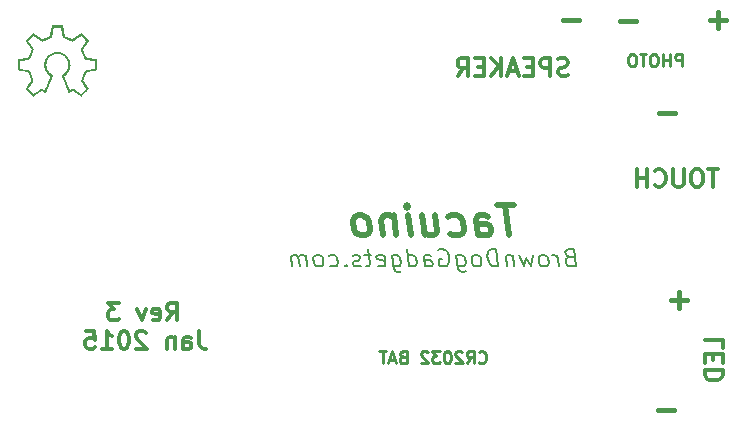
<source format=gbo>
G04 (created by PCBNEW (2013-07-07 BZR 4022)-stable) date 2/1/2015 8:32:49 PM*
%MOIN*%
G04 Gerber Fmt 3.4, Leading zero omitted, Abs format*
%FSLAX34Y34*%
G01*
G70*
G90*
G04 APERTURE LIST*
%ADD10C,0.00590551*%
%ADD11C,0.0175*%
%ADD12C,0.011811*%
%ADD13C,0.01*%
%ADD14C,0.007*%
%ADD15C,0.02*%
%ADD16C,0.000393701*%
G04 APERTURE END LIST*
G54D10*
G54D11*
X64066Y-45316D02*
X63533Y-45316D01*
X60866Y-42216D02*
X60333Y-42216D01*
G54D12*
X60491Y-44060D02*
X60407Y-44089D01*
X60266Y-44089D01*
X60210Y-44060D01*
X60182Y-44032D01*
X60154Y-43976D01*
X60154Y-43920D01*
X60182Y-43864D01*
X60210Y-43835D01*
X60266Y-43807D01*
X60379Y-43779D01*
X60435Y-43751D01*
X60463Y-43723D01*
X60491Y-43667D01*
X60491Y-43610D01*
X60463Y-43554D01*
X60435Y-43526D01*
X60379Y-43498D01*
X60238Y-43498D01*
X60154Y-43526D01*
X59901Y-44089D02*
X59901Y-43498D01*
X59676Y-43498D01*
X59620Y-43526D01*
X59592Y-43554D01*
X59563Y-43610D01*
X59563Y-43695D01*
X59592Y-43751D01*
X59620Y-43779D01*
X59676Y-43807D01*
X59901Y-43807D01*
X59310Y-43779D02*
X59114Y-43779D01*
X59029Y-44089D02*
X59310Y-44089D01*
X59310Y-43498D01*
X59029Y-43498D01*
X58804Y-43920D02*
X58523Y-43920D01*
X58860Y-44089D02*
X58664Y-43498D01*
X58467Y-44089D01*
X58270Y-44089D02*
X58270Y-43498D01*
X57932Y-44089D02*
X58185Y-43751D01*
X57932Y-43498D02*
X58270Y-43835D01*
X57679Y-43779D02*
X57482Y-43779D01*
X57398Y-44089D02*
X57679Y-44089D01*
X57679Y-43498D01*
X57398Y-43498D01*
X56808Y-44089D02*
X57004Y-43807D01*
X57145Y-44089D02*
X57145Y-43498D01*
X56920Y-43498D01*
X56864Y-43526D01*
X56836Y-43554D01*
X56808Y-43610D01*
X56808Y-43695D01*
X56836Y-43751D01*
X56864Y-43779D01*
X56920Y-43807D01*
X57145Y-43807D01*
G54D13*
X64285Y-43761D02*
X64285Y-43361D01*
X64133Y-43361D01*
X64095Y-43380D01*
X64076Y-43400D01*
X64057Y-43438D01*
X64057Y-43495D01*
X64076Y-43533D01*
X64095Y-43552D01*
X64133Y-43571D01*
X64285Y-43571D01*
X63885Y-43761D02*
X63885Y-43361D01*
X63885Y-43552D02*
X63657Y-43552D01*
X63657Y-43761D02*
X63657Y-43361D01*
X63390Y-43361D02*
X63314Y-43361D01*
X63276Y-43380D01*
X63238Y-43419D01*
X63219Y-43495D01*
X63219Y-43628D01*
X63238Y-43704D01*
X63276Y-43742D01*
X63314Y-43761D01*
X63390Y-43761D01*
X63428Y-43742D01*
X63466Y-43704D01*
X63485Y-43628D01*
X63485Y-43495D01*
X63466Y-43419D01*
X63428Y-43380D01*
X63390Y-43361D01*
X63104Y-43361D02*
X62876Y-43361D01*
X62990Y-43761D02*
X62990Y-43361D01*
X62666Y-43361D02*
X62590Y-43361D01*
X62552Y-43380D01*
X62514Y-43419D01*
X62495Y-43495D01*
X62495Y-43628D01*
X62514Y-43704D01*
X62552Y-43742D01*
X62590Y-43761D01*
X62666Y-43761D01*
X62704Y-43742D01*
X62742Y-43704D01*
X62761Y-43628D01*
X62761Y-43495D01*
X62742Y-43419D01*
X62704Y-43380D01*
X62666Y-43361D01*
G54D12*
X65492Y-47198D02*
X65154Y-47198D01*
X65323Y-47789D02*
X65323Y-47198D01*
X64845Y-47198D02*
X64732Y-47198D01*
X64676Y-47226D01*
X64620Y-47282D01*
X64592Y-47395D01*
X64592Y-47592D01*
X64620Y-47704D01*
X64676Y-47760D01*
X64732Y-47789D01*
X64845Y-47789D01*
X64901Y-47760D01*
X64957Y-47704D01*
X64985Y-47592D01*
X64985Y-47395D01*
X64957Y-47282D01*
X64901Y-47226D01*
X64845Y-47198D01*
X64339Y-47198D02*
X64339Y-47676D01*
X64310Y-47732D01*
X64282Y-47760D01*
X64226Y-47789D01*
X64114Y-47789D01*
X64057Y-47760D01*
X64029Y-47732D01*
X64001Y-47676D01*
X64001Y-47198D01*
X63382Y-47732D02*
X63411Y-47760D01*
X63495Y-47789D01*
X63551Y-47789D01*
X63635Y-47760D01*
X63692Y-47704D01*
X63720Y-47648D01*
X63748Y-47535D01*
X63748Y-47451D01*
X63720Y-47339D01*
X63692Y-47282D01*
X63635Y-47226D01*
X63551Y-47198D01*
X63495Y-47198D01*
X63411Y-47226D01*
X63382Y-47254D01*
X63129Y-47789D02*
X63129Y-47198D01*
X63129Y-47479D02*
X62792Y-47479D01*
X62792Y-47789D02*
X62792Y-47198D01*
X65639Y-53170D02*
X65639Y-52889D01*
X65048Y-52889D01*
X65329Y-53367D02*
X65329Y-53564D01*
X65639Y-53648D02*
X65639Y-53367D01*
X65048Y-53367D01*
X65048Y-53648D01*
X65639Y-53901D02*
X65048Y-53901D01*
X65048Y-54042D01*
X65076Y-54126D01*
X65132Y-54182D01*
X65189Y-54210D01*
X65301Y-54238D01*
X65385Y-54238D01*
X65498Y-54210D01*
X65554Y-54182D01*
X65610Y-54126D01*
X65639Y-54042D01*
X65639Y-53901D01*
G54D11*
X64016Y-55233D02*
X63483Y-55233D01*
X64466Y-51566D02*
X63933Y-51566D01*
X64199Y-51833D02*
X64199Y-51300D01*
X65766Y-42233D02*
X65233Y-42233D01*
X65499Y-41966D02*
X65499Y-42500D01*
X62766Y-42266D02*
X62233Y-42266D01*
G54D14*
X60534Y-50130D02*
X60455Y-50158D01*
X60431Y-50186D01*
X60410Y-50241D01*
X60420Y-50324D01*
X60455Y-50379D01*
X60486Y-50407D01*
X60545Y-50434D01*
X60766Y-50434D01*
X60693Y-49854D01*
X60500Y-49854D01*
X60448Y-49882D01*
X60424Y-49910D01*
X60403Y-49965D01*
X60410Y-50020D01*
X60444Y-50075D01*
X60476Y-50103D01*
X60534Y-50130D01*
X60728Y-50130D01*
X60186Y-50434D02*
X60137Y-50048D01*
X60151Y-50158D02*
X60116Y-50103D01*
X60085Y-50075D01*
X60027Y-50048D01*
X59971Y-50048D01*
X59744Y-50434D02*
X59795Y-50407D01*
X59820Y-50379D01*
X59840Y-50324D01*
X59820Y-50158D01*
X59785Y-50103D01*
X59754Y-50075D01*
X59695Y-50048D01*
X59612Y-50048D01*
X59561Y-50075D01*
X59536Y-50103D01*
X59516Y-50158D01*
X59536Y-50324D01*
X59571Y-50379D01*
X59602Y-50407D01*
X59661Y-50434D01*
X59744Y-50434D01*
X59309Y-50048D02*
X59246Y-50434D01*
X59101Y-50158D01*
X59026Y-50434D01*
X58867Y-50048D01*
X58646Y-50048D02*
X58694Y-50434D01*
X58653Y-50103D02*
X58622Y-50075D01*
X58563Y-50048D01*
X58480Y-50048D01*
X58428Y-50075D01*
X58408Y-50130D01*
X58446Y-50434D01*
X58169Y-50434D02*
X58097Y-49854D01*
X57959Y-49854D01*
X57879Y-49882D01*
X57831Y-49937D01*
X57810Y-49992D01*
X57796Y-50103D01*
X57807Y-50186D01*
X57848Y-50296D01*
X57883Y-50351D01*
X57945Y-50407D01*
X58031Y-50434D01*
X58169Y-50434D01*
X57506Y-50434D02*
X57558Y-50407D01*
X57582Y-50379D01*
X57603Y-50324D01*
X57582Y-50158D01*
X57548Y-50103D01*
X57517Y-50075D01*
X57458Y-50048D01*
X57375Y-50048D01*
X57323Y-50075D01*
X57299Y-50103D01*
X57279Y-50158D01*
X57299Y-50324D01*
X57334Y-50379D01*
X57365Y-50407D01*
X57424Y-50434D01*
X57506Y-50434D01*
X56768Y-50048D02*
X56826Y-50517D01*
X56861Y-50572D01*
X56892Y-50600D01*
X56951Y-50628D01*
X57033Y-50628D01*
X57085Y-50600D01*
X56813Y-50407D02*
X56871Y-50434D01*
X56982Y-50434D01*
X57033Y-50407D01*
X57058Y-50379D01*
X57078Y-50324D01*
X57058Y-50158D01*
X57023Y-50103D01*
X56992Y-50075D01*
X56933Y-50048D01*
X56823Y-50048D01*
X56771Y-50075D01*
X56167Y-49882D02*
X56219Y-49854D01*
X56302Y-49854D01*
X56388Y-49882D01*
X56450Y-49937D01*
X56485Y-49992D01*
X56526Y-50103D01*
X56536Y-50186D01*
X56523Y-50296D01*
X56502Y-50351D01*
X56453Y-50407D01*
X56374Y-50434D01*
X56319Y-50434D01*
X56233Y-50407D01*
X56201Y-50379D01*
X56177Y-50186D01*
X56288Y-50186D01*
X55711Y-50434D02*
X55673Y-50130D01*
X55694Y-50075D01*
X55746Y-50048D01*
X55856Y-50048D01*
X55915Y-50075D01*
X55708Y-50407D02*
X55766Y-50434D01*
X55905Y-50434D01*
X55956Y-50407D01*
X55977Y-50351D01*
X55970Y-50296D01*
X55936Y-50241D01*
X55877Y-50213D01*
X55739Y-50213D01*
X55680Y-50186D01*
X55186Y-50434D02*
X55114Y-49854D01*
X55183Y-50407D02*
X55242Y-50434D01*
X55352Y-50434D01*
X55404Y-50407D01*
X55428Y-50379D01*
X55449Y-50324D01*
X55428Y-50158D01*
X55394Y-50103D01*
X55363Y-50075D01*
X55304Y-50048D01*
X55193Y-50048D01*
X55142Y-50075D01*
X54613Y-50048D02*
X54672Y-50517D01*
X54707Y-50572D01*
X54738Y-50600D01*
X54796Y-50628D01*
X54879Y-50628D01*
X54931Y-50600D01*
X54658Y-50407D02*
X54717Y-50434D01*
X54827Y-50434D01*
X54879Y-50407D01*
X54903Y-50379D01*
X54924Y-50324D01*
X54903Y-50158D01*
X54869Y-50103D01*
X54838Y-50075D01*
X54779Y-50048D01*
X54669Y-50048D01*
X54617Y-50075D01*
X54161Y-50407D02*
X54220Y-50434D01*
X54330Y-50434D01*
X54382Y-50407D01*
X54403Y-50351D01*
X54375Y-50130D01*
X54341Y-50075D01*
X54282Y-50048D01*
X54171Y-50048D01*
X54120Y-50075D01*
X54099Y-50130D01*
X54106Y-50186D01*
X54389Y-50241D01*
X53923Y-50048D02*
X53702Y-50048D01*
X53816Y-49854D02*
X53878Y-50351D01*
X53857Y-50407D01*
X53806Y-50434D01*
X53750Y-50434D01*
X53581Y-50407D02*
X53529Y-50434D01*
X53419Y-50434D01*
X53360Y-50407D01*
X53326Y-50351D01*
X53322Y-50324D01*
X53343Y-50269D01*
X53395Y-50241D01*
X53478Y-50241D01*
X53529Y-50213D01*
X53550Y-50158D01*
X53547Y-50130D01*
X53512Y-50075D01*
X53453Y-50048D01*
X53371Y-50048D01*
X53319Y-50075D01*
X53081Y-50379D02*
X53056Y-50407D01*
X53087Y-50434D01*
X53112Y-50407D01*
X53081Y-50379D01*
X53087Y-50434D01*
X52559Y-50407D02*
X52618Y-50434D01*
X52728Y-50434D01*
X52780Y-50407D01*
X52804Y-50379D01*
X52825Y-50324D01*
X52804Y-50158D01*
X52770Y-50103D01*
X52739Y-50075D01*
X52680Y-50048D01*
X52570Y-50048D01*
X52518Y-50075D01*
X52231Y-50434D02*
X52283Y-50407D01*
X52307Y-50379D01*
X52328Y-50324D01*
X52307Y-50158D01*
X52273Y-50103D01*
X52242Y-50075D01*
X52183Y-50048D01*
X52100Y-50048D01*
X52048Y-50075D01*
X52024Y-50103D01*
X52003Y-50158D01*
X52024Y-50324D01*
X52059Y-50379D01*
X52090Y-50407D01*
X52148Y-50434D01*
X52231Y-50434D01*
X51789Y-50434D02*
X51741Y-50048D01*
X51748Y-50103D02*
X51717Y-50075D01*
X51658Y-50048D01*
X51575Y-50048D01*
X51523Y-50075D01*
X51503Y-50130D01*
X51541Y-50434D01*
X51503Y-50130D02*
X51468Y-50075D01*
X51410Y-50048D01*
X51327Y-50048D01*
X51275Y-50075D01*
X51254Y-50130D01*
X51292Y-50434D01*
G54D13*
X57514Y-53623D02*
X57533Y-53642D01*
X57590Y-53661D01*
X57628Y-53661D01*
X57685Y-53642D01*
X57723Y-53604D01*
X57742Y-53566D01*
X57761Y-53490D01*
X57761Y-53433D01*
X57742Y-53357D01*
X57723Y-53319D01*
X57685Y-53280D01*
X57628Y-53261D01*
X57590Y-53261D01*
X57533Y-53280D01*
X57514Y-53300D01*
X57114Y-53661D02*
X57247Y-53471D01*
X57342Y-53661D02*
X57342Y-53261D01*
X57190Y-53261D01*
X57152Y-53280D01*
X57133Y-53300D01*
X57114Y-53338D01*
X57114Y-53395D01*
X57133Y-53433D01*
X57152Y-53452D01*
X57190Y-53471D01*
X57342Y-53471D01*
X56961Y-53300D02*
X56942Y-53280D01*
X56904Y-53261D01*
X56809Y-53261D01*
X56771Y-53280D01*
X56752Y-53300D01*
X56733Y-53338D01*
X56733Y-53376D01*
X56752Y-53433D01*
X56980Y-53661D01*
X56733Y-53661D01*
X56485Y-53261D02*
X56447Y-53261D01*
X56409Y-53280D01*
X56390Y-53300D01*
X56371Y-53338D01*
X56352Y-53414D01*
X56352Y-53509D01*
X56371Y-53585D01*
X56390Y-53623D01*
X56409Y-53642D01*
X56447Y-53661D01*
X56485Y-53661D01*
X56523Y-53642D01*
X56542Y-53623D01*
X56561Y-53585D01*
X56580Y-53509D01*
X56580Y-53414D01*
X56561Y-53338D01*
X56542Y-53300D01*
X56523Y-53280D01*
X56485Y-53261D01*
X56219Y-53261D02*
X55971Y-53261D01*
X56104Y-53414D01*
X56047Y-53414D01*
X56009Y-53433D01*
X55990Y-53452D01*
X55971Y-53490D01*
X55971Y-53585D01*
X55990Y-53623D01*
X56009Y-53642D01*
X56047Y-53661D01*
X56161Y-53661D01*
X56199Y-53642D01*
X56219Y-53623D01*
X55819Y-53300D02*
X55799Y-53280D01*
X55761Y-53261D01*
X55666Y-53261D01*
X55628Y-53280D01*
X55609Y-53300D01*
X55590Y-53338D01*
X55590Y-53376D01*
X55609Y-53433D01*
X55838Y-53661D01*
X55590Y-53661D01*
X54980Y-53452D02*
X54923Y-53471D01*
X54904Y-53490D01*
X54885Y-53528D01*
X54885Y-53585D01*
X54904Y-53623D01*
X54923Y-53642D01*
X54961Y-53661D01*
X55114Y-53661D01*
X55114Y-53261D01*
X54980Y-53261D01*
X54942Y-53280D01*
X54923Y-53300D01*
X54904Y-53338D01*
X54904Y-53376D01*
X54923Y-53414D01*
X54942Y-53433D01*
X54980Y-53452D01*
X55114Y-53452D01*
X54733Y-53547D02*
X54542Y-53547D01*
X54771Y-53661D02*
X54638Y-53261D01*
X54504Y-53661D01*
X54428Y-53261D02*
X54200Y-53261D01*
X54314Y-53661D02*
X54314Y-53261D01*
G54D15*
X58687Y-48404D02*
X58116Y-48404D01*
X58526Y-49404D02*
X58401Y-48404D01*
X57479Y-49404D02*
X57413Y-48880D01*
X57449Y-48785D01*
X57538Y-48738D01*
X57729Y-48738D01*
X57830Y-48785D01*
X57473Y-49357D02*
X57574Y-49404D01*
X57812Y-49404D01*
X57901Y-49357D01*
X57937Y-49261D01*
X57925Y-49166D01*
X57866Y-49071D01*
X57764Y-49023D01*
X57526Y-49023D01*
X57425Y-48976D01*
X56568Y-49357D02*
X56669Y-49404D01*
X56860Y-49404D01*
X56949Y-49357D01*
X56991Y-49309D01*
X57026Y-49214D01*
X56991Y-48928D01*
X56931Y-48833D01*
X56877Y-48785D01*
X56776Y-48738D01*
X56586Y-48738D01*
X56497Y-48785D01*
X55633Y-48738D02*
X55717Y-49404D01*
X56062Y-48738D02*
X56127Y-49261D01*
X56092Y-49357D01*
X56002Y-49404D01*
X55860Y-49404D01*
X55758Y-49357D01*
X55705Y-49309D01*
X55241Y-49404D02*
X55157Y-48738D01*
X55116Y-48404D02*
X55169Y-48452D01*
X55127Y-48500D01*
X55074Y-48452D01*
X55116Y-48404D01*
X55127Y-48500D01*
X54681Y-48738D02*
X54764Y-49404D01*
X54693Y-48833D02*
X54639Y-48785D01*
X54538Y-48738D01*
X54395Y-48738D01*
X54306Y-48785D01*
X54270Y-48880D01*
X54336Y-49404D01*
X53717Y-49404D02*
X53806Y-49357D01*
X53848Y-49309D01*
X53883Y-49214D01*
X53848Y-48928D01*
X53788Y-48833D01*
X53735Y-48785D01*
X53633Y-48738D01*
X53491Y-48738D01*
X53401Y-48785D01*
X53360Y-48833D01*
X53324Y-48928D01*
X53360Y-49214D01*
X53419Y-49309D01*
X53473Y-49357D01*
X53574Y-49404D01*
X53717Y-49404D01*
G54D12*
X47122Y-52239D02*
X47318Y-51957D01*
X47459Y-52239D02*
X47459Y-51648D01*
X47234Y-51648D01*
X47178Y-51676D01*
X47150Y-51704D01*
X47122Y-51760D01*
X47122Y-51845D01*
X47150Y-51901D01*
X47178Y-51929D01*
X47234Y-51957D01*
X47459Y-51957D01*
X46643Y-52210D02*
X46700Y-52239D01*
X46812Y-52239D01*
X46868Y-52210D01*
X46897Y-52154D01*
X46897Y-51929D01*
X46868Y-51873D01*
X46812Y-51845D01*
X46700Y-51845D01*
X46643Y-51873D01*
X46615Y-51929D01*
X46615Y-51985D01*
X46897Y-52042D01*
X46419Y-51845D02*
X46278Y-52239D01*
X46137Y-51845D01*
X45519Y-51648D02*
X45153Y-51648D01*
X45350Y-51873D01*
X45266Y-51873D01*
X45209Y-51901D01*
X45181Y-51929D01*
X45153Y-51985D01*
X45153Y-52126D01*
X45181Y-52182D01*
X45209Y-52210D01*
X45266Y-52239D01*
X45434Y-52239D01*
X45491Y-52210D01*
X45519Y-52182D01*
X48190Y-52593D02*
X48190Y-53015D01*
X48218Y-53099D01*
X48275Y-53155D01*
X48359Y-53183D01*
X48415Y-53183D01*
X47656Y-53183D02*
X47656Y-52874D01*
X47684Y-52818D01*
X47740Y-52790D01*
X47853Y-52790D01*
X47909Y-52818D01*
X47656Y-53155D02*
X47712Y-53183D01*
X47853Y-53183D01*
X47909Y-53155D01*
X47937Y-53099D01*
X47937Y-53043D01*
X47909Y-52987D01*
X47853Y-52958D01*
X47712Y-52958D01*
X47656Y-52930D01*
X47375Y-52790D02*
X47375Y-53183D01*
X47375Y-52846D02*
X47347Y-52818D01*
X47290Y-52790D01*
X47206Y-52790D01*
X47150Y-52818D01*
X47122Y-52874D01*
X47122Y-53183D01*
X46419Y-52649D02*
X46390Y-52621D01*
X46334Y-52593D01*
X46194Y-52593D01*
X46137Y-52621D01*
X46109Y-52649D01*
X46081Y-52705D01*
X46081Y-52762D01*
X46109Y-52846D01*
X46447Y-53183D01*
X46081Y-53183D01*
X45715Y-52593D02*
X45659Y-52593D01*
X45603Y-52621D01*
X45575Y-52649D01*
X45547Y-52705D01*
X45519Y-52818D01*
X45519Y-52958D01*
X45547Y-53071D01*
X45575Y-53127D01*
X45603Y-53155D01*
X45659Y-53183D01*
X45715Y-53183D01*
X45772Y-53155D01*
X45800Y-53127D01*
X45828Y-53071D01*
X45856Y-52958D01*
X45856Y-52818D01*
X45828Y-52705D01*
X45800Y-52649D01*
X45772Y-52621D01*
X45715Y-52593D01*
X44956Y-53183D02*
X45294Y-53183D01*
X45125Y-53183D02*
X45125Y-52593D01*
X45181Y-52677D01*
X45237Y-52733D01*
X45294Y-52762D01*
X44422Y-52593D02*
X44703Y-52593D01*
X44731Y-52874D01*
X44703Y-52846D01*
X44647Y-52818D01*
X44506Y-52818D01*
X44450Y-52846D01*
X44422Y-52874D01*
X44394Y-52930D01*
X44394Y-53071D01*
X44422Y-53127D01*
X44450Y-53155D01*
X44506Y-53183D01*
X44647Y-53183D01*
X44703Y-53155D01*
X44731Y-53127D01*
G54D16*
G36*
X43283Y-42400D02*
X43295Y-42400D01*
X43295Y-42411D01*
X43283Y-42411D01*
X43283Y-42400D01*
X43283Y-42400D01*
G37*
G36*
X43295Y-42400D02*
X43307Y-42400D01*
X43307Y-42411D01*
X43295Y-42411D01*
X43295Y-42400D01*
X43295Y-42400D01*
G37*
G36*
X43307Y-42400D02*
X43319Y-42400D01*
X43319Y-42411D01*
X43307Y-42411D01*
X43307Y-42400D01*
X43307Y-42400D01*
G37*
G36*
X43319Y-42400D02*
X43331Y-42400D01*
X43331Y-42411D01*
X43319Y-42411D01*
X43319Y-42400D01*
X43319Y-42400D01*
G37*
G36*
X43331Y-42400D02*
X43342Y-42400D01*
X43342Y-42411D01*
X43331Y-42411D01*
X43331Y-42400D01*
X43331Y-42400D01*
G37*
G36*
X43342Y-42400D02*
X43354Y-42400D01*
X43354Y-42411D01*
X43342Y-42411D01*
X43342Y-42400D01*
X43342Y-42400D01*
G37*
G36*
X43354Y-42400D02*
X43366Y-42400D01*
X43366Y-42411D01*
X43354Y-42411D01*
X43354Y-42400D01*
X43354Y-42400D01*
G37*
G36*
X43366Y-42400D02*
X43378Y-42400D01*
X43378Y-42411D01*
X43366Y-42411D01*
X43366Y-42400D01*
X43366Y-42400D01*
G37*
G36*
X43378Y-42400D02*
X43390Y-42400D01*
X43390Y-42411D01*
X43378Y-42411D01*
X43378Y-42400D01*
X43378Y-42400D01*
G37*
G36*
X43390Y-42400D02*
X43401Y-42400D01*
X43401Y-42411D01*
X43390Y-42411D01*
X43390Y-42400D01*
X43390Y-42400D01*
G37*
G36*
X43401Y-42400D02*
X43413Y-42400D01*
X43413Y-42411D01*
X43401Y-42411D01*
X43401Y-42400D01*
X43401Y-42400D01*
G37*
G36*
X43413Y-42400D02*
X43425Y-42400D01*
X43425Y-42411D01*
X43413Y-42411D01*
X43413Y-42400D01*
X43413Y-42400D01*
G37*
G36*
X43425Y-42400D02*
X43437Y-42400D01*
X43437Y-42411D01*
X43425Y-42411D01*
X43425Y-42400D01*
X43425Y-42400D01*
G37*
G36*
X43437Y-42400D02*
X43449Y-42400D01*
X43449Y-42411D01*
X43437Y-42411D01*
X43437Y-42400D01*
X43437Y-42400D01*
G37*
G36*
X43449Y-42400D02*
X43461Y-42400D01*
X43461Y-42411D01*
X43449Y-42411D01*
X43449Y-42400D01*
X43449Y-42400D01*
G37*
G36*
X43461Y-42400D02*
X43472Y-42400D01*
X43472Y-42411D01*
X43461Y-42411D01*
X43461Y-42400D01*
X43461Y-42400D01*
G37*
G36*
X43472Y-42400D02*
X43484Y-42400D01*
X43484Y-42411D01*
X43472Y-42411D01*
X43472Y-42400D01*
X43472Y-42400D01*
G37*
G36*
X43484Y-42400D02*
X43496Y-42400D01*
X43496Y-42411D01*
X43484Y-42411D01*
X43484Y-42400D01*
X43484Y-42400D01*
G37*
G36*
X43496Y-42400D02*
X43508Y-42400D01*
X43508Y-42411D01*
X43496Y-42411D01*
X43496Y-42400D01*
X43496Y-42400D01*
G37*
G36*
X43508Y-42400D02*
X43520Y-42400D01*
X43520Y-42411D01*
X43508Y-42411D01*
X43508Y-42400D01*
X43508Y-42400D01*
G37*
G36*
X43520Y-42400D02*
X43531Y-42400D01*
X43531Y-42411D01*
X43520Y-42411D01*
X43520Y-42400D01*
X43520Y-42400D01*
G37*
G36*
X43531Y-42400D02*
X43543Y-42400D01*
X43543Y-42411D01*
X43531Y-42411D01*
X43531Y-42400D01*
X43531Y-42400D01*
G37*
G36*
X43543Y-42400D02*
X43555Y-42400D01*
X43555Y-42411D01*
X43543Y-42411D01*
X43543Y-42400D01*
X43543Y-42400D01*
G37*
G36*
X43555Y-42400D02*
X43567Y-42400D01*
X43567Y-42411D01*
X43555Y-42411D01*
X43555Y-42400D01*
X43555Y-42400D01*
G37*
G36*
X43567Y-42400D02*
X43579Y-42400D01*
X43579Y-42411D01*
X43567Y-42411D01*
X43567Y-42400D01*
X43567Y-42400D01*
G37*
G36*
X43579Y-42400D02*
X43590Y-42400D01*
X43590Y-42411D01*
X43579Y-42411D01*
X43579Y-42400D01*
X43579Y-42400D01*
G37*
G36*
X43590Y-42400D02*
X43602Y-42400D01*
X43602Y-42411D01*
X43590Y-42411D01*
X43590Y-42400D01*
X43590Y-42400D01*
G37*
G36*
X43602Y-42400D02*
X43614Y-42400D01*
X43614Y-42411D01*
X43602Y-42411D01*
X43602Y-42400D01*
X43602Y-42400D01*
G37*
G36*
X43614Y-42400D02*
X43626Y-42400D01*
X43626Y-42411D01*
X43614Y-42411D01*
X43614Y-42400D01*
X43614Y-42400D01*
G37*
G36*
X43626Y-42400D02*
X43638Y-42400D01*
X43638Y-42411D01*
X43626Y-42411D01*
X43626Y-42400D01*
X43626Y-42400D01*
G37*
G36*
X43638Y-42400D02*
X43650Y-42400D01*
X43650Y-42411D01*
X43638Y-42411D01*
X43638Y-42400D01*
X43638Y-42400D01*
G37*
G36*
X43283Y-42411D02*
X43295Y-42411D01*
X43295Y-42423D01*
X43283Y-42423D01*
X43283Y-42411D01*
X43283Y-42411D01*
G37*
G36*
X43295Y-42411D02*
X43307Y-42411D01*
X43307Y-42423D01*
X43295Y-42423D01*
X43295Y-42411D01*
X43295Y-42411D01*
G37*
G36*
X43307Y-42411D02*
X43319Y-42411D01*
X43319Y-42423D01*
X43307Y-42423D01*
X43307Y-42411D01*
X43307Y-42411D01*
G37*
G36*
X43319Y-42411D02*
X43331Y-42411D01*
X43331Y-42423D01*
X43319Y-42423D01*
X43319Y-42411D01*
X43319Y-42411D01*
G37*
G36*
X43331Y-42411D02*
X43342Y-42411D01*
X43342Y-42423D01*
X43331Y-42423D01*
X43331Y-42411D01*
X43331Y-42411D01*
G37*
G36*
X43342Y-42411D02*
X43354Y-42411D01*
X43354Y-42423D01*
X43342Y-42423D01*
X43342Y-42411D01*
X43342Y-42411D01*
G37*
G36*
X43354Y-42411D02*
X43366Y-42411D01*
X43366Y-42423D01*
X43354Y-42423D01*
X43354Y-42411D01*
X43354Y-42411D01*
G37*
G36*
X43366Y-42411D02*
X43378Y-42411D01*
X43378Y-42423D01*
X43366Y-42423D01*
X43366Y-42411D01*
X43366Y-42411D01*
G37*
G36*
X43378Y-42411D02*
X43390Y-42411D01*
X43390Y-42423D01*
X43378Y-42423D01*
X43378Y-42411D01*
X43378Y-42411D01*
G37*
G36*
X43390Y-42411D02*
X43401Y-42411D01*
X43401Y-42423D01*
X43390Y-42423D01*
X43390Y-42411D01*
X43390Y-42411D01*
G37*
G36*
X43401Y-42411D02*
X43413Y-42411D01*
X43413Y-42423D01*
X43401Y-42423D01*
X43401Y-42411D01*
X43401Y-42411D01*
G37*
G36*
X43413Y-42411D02*
X43425Y-42411D01*
X43425Y-42423D01*
X43413Y-42423D01*
X43413Y-42411D01*
X43413Y-42411D01*
G37*
G36*
X43425Y-42411D02*
X43437Y-42411D01*
X43437Y-42423D01*
X43425Y-42423D01*
X43425Y-42411D01*
X43425Y-42411D01*
G37*
G36*
X43437Y-42411D02*
X43449Y-42411D01*
X43449Y-42423D01*
X43437Y-42423D01*
X43437Y-42411D01*
X43437Y-42411D01*
G37*
G36*
X43449Y-42411D02*
X43461Y-42411D01*
X43461Y-42423D01*
X43449Y-42423D01*
X43449Y-42411D01*
X43449Y-42411D01*
G37*
G36*
X43461Y-42411D02*
X43472Y-42411D01*
X43472Y-42423D01*
X43461Y-42423D01*
X43461Y-42411D01*
X43461Y-42411D01*
G37*
G36*
X43472Y-42411D02*
X43484Y-42411D01*
X43484Y-42423D01*
X43472Y-42423D01*
X43472Y-42411D01*
X43472Y-42411D01*
G37*
G36*
X43484Y-42411D02*
X43496Y-42411D01*
X43496Y-42423D01*
X43484Y-42423D01*
X43484Y-42411D01*
X43484Y-42411D01*
G37*
G36*
X43496Y-42411D02*
X43508Y-42411D01*
X43508Y-42423D01*
X43496Y-42423D01*
X43496Y-42411D01*
X43496Y-42411D01*
G37*
G36*
X43508Y-42411D02*
X43520Y-42411D01*
X43520Y-42423D01*
X43508Y-42423D01*
X43508Y-42411D01*
X43508Y-42411D01*
G37*
G36*
X43520Y-42411D02*
X43531Y-42411D01*
X43531Y-42423D01*
X43520Y-42423D01*
X43520Y-42411D01*
X43520Y-42411D01*
G37*
G36*
X43531Y-42411D02*
X43543Y-42411D01*
X43543Y-42423D01*
X43531Y-42423D01*
X43531Y-42411D01*
X43531Y-42411D01*
G37*
G36*
X43543Y-42411D02*
X43555Y-42411D01*
X43555Y-42423D01*
X43543Y-42423D01*
X43543Y-42411D01*
X43543Y-42411D01*
G37*
G36*
X43555Y-42411D02*
X43567Y-42411D01*
X43567Y-42423D01*
X43555Y-42423D01*
X43555Y-42411D01*
X43555Y-42411D01*
G37*
G36*
X43567Y-42411D02*
X43579Y-42411D01*
X43579Y-42423D01*
X43567Y-42423D01*
X43567Y-42411D01*
X43567Y-42411D01*
G37*
G36*
X43579Y-42411D02*
X43590Y-42411D01*
X43590Y-42423D01*
X43579Y-42423D01*
X43579Y-42411D01*
X43579Y-42411D01*
G37*
G36*
X43590Y-42411D02*
X43602Y-42411D01*
X43602Y-42423D01*
X43590Y-42423D01*
X43590Y-42411D01*
X43590Y-42411D01*
G37*
G36*
X43602Y-42411D02*
X43614Y-42411D01*
X43614Y-42423D01*
X43602Y-42423D01*
X43602Y-42411D01*
X43602Y-42411D01*
G37*
G36*
X43614Y-42411D02*
X43626Y-42411D01*
X43626Y-42423D01*
X43614Y-42423D01*
X43614Y-42411D01*
X43614Y-42411D01*
G37*
G36*
X43626Y-42411D02*
X43638Y-42411D01*
X43638Y-42423D01*
X43626Y-42423D01*
X43626Y-42411D01*
X43626Y-42411D01*
G37*
G36*
X43638Y-42411D02*
X43650Y-42411D01*
X43650Y-42423D01*
X43638Y-42423D01*
X43638Y-42411D01*
X43638Y-42411D01*
G37*
G36*
X43283Y-42423D02*
X43295Y-42423D01*
X43295Y-42435D01*
X43283Y-42435D01*
X43283Y-42423D01*
X43283Y-42423D01*
G37*
G36*
X43295Y-42423D02*
X43307Y-42423D01*
X43307Y-42435D01*
X43295Y-42435D01*
X43295Y-42423D01*
X43295Y-42423D01*
G37*
G36*
X43307Y-42423D02*
X43319Y-42423D01*
X43319Y-42435D01*
X43307Y-42435D01*
X43307Y-42423D01*
X43307Y-42423D01*
G37*
G36*
X43319Y-42423D02*
X43331Y-42423D01*
X43331Y-42435D01*
X43319Y-42435D01*
X43319Y-42423D01*
X43319Y-42423D01*
G37*
G36*
X43331Y-42423D02*
X43342Y-42423D01*
X43342Y-42435D01*
X43331Y-42435D01*
X43331Y-42423D01*
X43331Y-42423D01*
G37*
G36*
X43342Y-42423D02*
X43354Y-42423D01*
X43354Y-42435D01*
X43342Y-42435D01*
X43342Y-42423D01*
X43342Y-42423D01*
G37*
G36*
X43354Y-42423D02*
X43366Y-42423D01*
X43366Y-42435D01*
X43354Y-42435D01*
X43354Y-42423D01*
X43354Y-42423D01*
G37*
G36*
X43366Y-42423D02*
X43378Y-42423D01*
X43378Y-42435D01*
X43366Y-42435D01*
X43366Y-42423D01*
X43366Y-42423D01*
G37*
G36*
X43378Y-42423D02*
X43390Y-42423D01*
X43390Y-42435D01*
X43378Y-42435D01*
X43378Y-42423D01*
X43378Y-42423D01*
G37*
G36*
X43390Y-42423D02*
X43401Y-42423D01*
X43401Y-42435D01*
X43390Y-42435D01*
X43390Y-42423D01*
X43390Y-42423D01*
G37*
G36*
X43401Y-42423D02*
X43413Y-42423D01*
X43413Y-42435D01*
X43401Y-42435D01*
X43401Y-42423D01*
X43401Y-42423D01*
G37*
G36*
X43413Y-42423D02*
X43425Y-42423D01*
X43425Y-42435D01*
X43413Y-42435D01*
X43413Y-42423D01*
X43413Y-42423D01*
G37*
G36*
X43425Y-42423D02*
X43437Y-42423D01*
X43437Y-42435D01*
X43425Y-42435D01*
X43425Y-42423D01*
X43425Y-42423D01*
G37*
G36*
X43437Y-42423D02*
X43449Y-42423D01*
X43449Y-42435D01*
X43437Y-42435D01*
X43437Y-42423D01*
X43437Y-42423D01*
G37*
G36*
X43449Y-42423D02*
X43461Y-42423D01*
X43461Y-42435D01*
X43449Y-42435D01*
X43449Y-42423D01*
X43449Y-42423D01*
G37*
G36*
X43461Y-42423D02*
X43472Y-42423D01*
X43472Y-42435D01*
X43461Y-42435D01*
X43461Y-42423D01*
X43461Y-42423D01*
G37*
G36*
X43472Y-42423D02*
X43484Y-42423D01*
X43484Y-42435D01*
X43472Y-42435D01*
X43472Y-42423D01*
X43472Y-42423D01*
G37*
G36*
X43484Y-42423D02*
X43496Y-42423D01*
X43496Y-42435D01*
X43484Y-42435D01*
X43484Y-42423D01*
X43484Y-42423D01*
G37*
G36*
X43496Y-42423D02*
X43508Y-42423D01*
X43508Y-42435D01*
X43496Y-42435D01*
X43496Y-42423D01*
X43496Y-42423D01*
G37*
G36*
X43508Y-42423D02*
X43520Y-42423D01*
X43520Y-42435D01*
X43508Y-42435D01*
X43508Y-42423D01*
X43508Y-42423D01*
G37*
G36*
X43520Y-42423D02*
X43531Y-42423D01*
X43531Y-42435D01*
X43520Y-42435D01*
X43520Y-42423D01*
X43520Y-42423D01*
G37*
G36*
X43531Y-42423D02*
X43543Y-42423D01*
X43543Y-42435D01*
X43531Y-42435D01*
X43531Y-42423D01*
X43531Y-42423D01*
G37*
G36*
X43543Y-42423D02*
X43555Y-42423D01*
X43555Y-42435D01*
X43543Y-42435D01*
X43543Y-42423D01*
X43543Y-42423D01*
G37*
G36*
X43555Y-42423D02*
X43567Y-42423D01*
X43567Y-42435D01*
X43555Y-42435D01*
X43555Y-42423D01*
X43555Y-42423D01*
G37*
G36*
X43567Y-42423D02*
X43579Y-42423D01*
X43579Y-42435D01*
X43567Y-42435D01*
X43567Y-42423D01*
X43567Y-42423D01*
G37*
G36*
X43579Y-42423D02*
X43590Y-42423D01*
X43590Y-42435D01*
X43579Y-42435D01*
X43579Y-42423D01*
X43579Y-42423D01*
G37*
G36*
X43590Y-42423D02*
X43602Y-42423D01*
X43602Y-42435D01*
X43590Y-42435D01*
X43590Y-42423D01*
X43590Y-42423D01*
G37*
G36*
X43602Y-42423D02*
X43614Y-42423D01*
X43614Y-42435D01*
X43602Y-42435D01*
X43602Y-42423D01*
X43602Y-42423D01*
G37*
G36*
X43614Y-42423D02*
X43626Y-42423D01*
X43626Y-42435D01*
X43614Y-42435D01*
X43614Y-42423D01*
X43614Y-42423D01*
G37*
G36*
X43626Y-42423D02*
X43638Y-42423D01*
X43638Y-42435D01*
X43626Y-42435D01*
X43626Y-42423D01*
X43626Y-42423D01*
G37*
G36*
X43638Y-42423D02*
X43650Y-42423D01*
X43650Y-42435D01*
X43638Y-42435D01*
X43638Y-42423D01*
X43638Y-42423D01*
G37*
G36*
X43283Y-42435D02*
X43295Y-42435D01*
X43295Y-42447D01*
X43283Y-42447D01*
X43283Y-42435D01*
X43283Y-42435D01*
G37*
G36*
X43295Y-42435D02*
X43307Y-42435D01*
X43307Y-42447D01*
X43295Y-42447D01*
X43295Y-42435D01*
X43295Y-42435D01*
G37*
G36*
X43307Y-42435D02*
X43319Y-42435D01*
X43319Y-42447D01*
X43307Y-42447D01*
X43307Y-42435D01*
X43307Y-42435D01*
G37*
G36*
X43319Y-42435D02*
X43331Y-42435D01*
X43331Y-42447D01*
X43319Y-42447D01*
X43319Y-42435D01*
X43319Y-42435D01*
G37*
G36*
X43331Y-42435D02*
X43342Y-42435D01*
X43342Y-42447D01*
X43331Y-42447D01*
X43331Y-42435D01*
X43331Y-42435D01*
G37*
G36*
X43342Y-42435D02*
X43354Y-42435D01*
X43354Y-42447D01*
X43342Y-42447D01*
X43342Y-42435D01*
X43342Y-42435D01*
G37*
G36*
X43354Y-42435D02*
X43366Y-42435D01*
X43366Y-42447D01*
X43354Y-42447D01*
X43354Y-42435D01*
X43354Y-42435D01*
G37*
G36*
X43366Y-42435D02*
X43378Y-42435D01*
X43378Y-42447D01*
X43366Y-42447D01*
X43366Y-42435D01*
X43366Y-42435D01*
G37*
G36*
X43378Y-42435D02*
X43390Y-42435D01*
X43390Y-42447D01*
X43378Y-42447D01*
X43378Y-42435D01*
X43378Y-42435D01*
G37*
G36*
X43390Y-42435D02*
X43401Y-42435D01*
X43401Y-42447D01*
X43390Y-42447D01*
X43390Y-42435D01*
X43390Y-42435D01*
G37*
G36*
X43401Y-42435D02*
X43413Y-42435D01*
X43413Y-42447D01*
X43401Y-42447D01*
X43401Y-42435D01*
X43401Y-42435D01*
G37*
G36*
X43413Y-42435D02*
X43425Y-42435D01*
X43425Y-42447D01*
X43413Y-42447D01*
X43413Y-42435D01*
X43413Y-42435D01*
G37*
G36*
X43425Y-42435D02*
X43437Y-42435D01*
X43437Y-42447D01*
X43425Y-42447D01*
X43425Y-42435D01*
X43425Y-42435D01*
G37*
G36*
X43437Y-42435D02*
X43449Y-42435D01*
X43449Y-42447D01*
X43437Y-42447D01*
X43437Y-42435D01*
X43437Y-42435D01*
G37*
G36*
X43449Y-42435D02*
X43461Y-42435D01*
X43461Y-42447D01*
X43449Y-42447D01*
X43449Y-42435D01*
X43449Y-42435D01*
G37*
G36*
X43461Y-42435D02*
X43472Y-42435D01*
X43472Y-42447D01*
X43461Y-42447D01*
X43461Y-42435D01*
X43461Y-42435D01*
G37*
G36*
X43472Y-42435D02*
X43484Y-42435D01*
X43484Y-42447D01*
X43472Y-42447D01*
X43472Y-42435D01*
X43472Y-42435D01*
G37*
G36*
X43484Y-42435D02*
X43496Y-42435D01*
X43496Y-42447D01*
X43484Y-42447D01*
X43484Y-42435D01*
X43484Y-42435D01*
G37*
G36*
X43496Y-42435D02*
X43508Y-42435D01*
X43508Y-42447D01*
X43496Y-42447D01*
X43496Y-42435D01*
X43496Y-42435D01*
G37*
G36*
X43508Y-42435D02*
X43520Y-42435D01*
X43520Y-42447D01*
X43508Y-42447D01*
X43508Y-42435D01*
X43508Y-42435D01*
G37*
G36*
X43520Y-42435D02*
X43531Y-42435D01*
X43531Y-42447D01*
X43520Y-42447D01*
X43520Y-42435D01*
X43520Y-42435D01*
G37*
G36*
X43531Y-42435D02*
X43543Y-42435D01*
X43543Y-42447D01*
X43531Y-42447D01*
X43531Y-42435D01*
X43531Y-42435D01*
G37*
G36*
X43543Y-42435D02*
X43555Y-42435D01*
X43555Y-42447D01*
X43543Y-42447D01*
X43543Y-42435D01*
X43543Y-42435D01*
G37*
G36*
X43555Y-42435D02*
X43567Y-42435D01*
X43567Y-42447D01*
X43555Y-42447D01*
X43555Y-42435D01*
X43555Y-42435D01*
G37*
G36*
X43567Y-42435D02*
X43579Y-42435D01*
X43579Y-42447D01*
X43567Y-42447D01*
X43567Y-42435D01*
X43567Y-42435D01*
G37*
G36*
X43579Y-42435D02*
X43590Y-42435D01*
X43590Y-42447D01*
X43579Y-42447D01*
X43579Y-42435D01*
X43579Y-42435D01*
G37*
G36*
X43590Y-42435D02*
X43602Y-42435D01*
X43602Y-42447D01*
X43590Y-42447D01*
X43590Y-42435D01*
X43590Y-42435D01*
G37*
G36*
X43602Y-42435D02*
X43614Y-42435D01*
X43614Y-42447D01*
X43602Y-42447D01*
X43602Y-42435D01*
X43602Y-42435D01*
G37*
G36*
X43614Y-42435D02*
X43626Y-42435D01*
X43626Y-42447D01*
X43614Y-42447D01*
X43614Y-42435D01*
X43614Y-42435D01*
G37*
G36*
X43626Y-42435D02*
X43638Y-42435D01*
X43638Y-42447D01*
X43626Y-42447D01*
X43626Y-42435D01*
X43626Y-42435D01*
G37*
G36*
X43638Y-42435D02*
X43650Y-42435D01*
X43650Y-42447D01*
X43638Y-42447D01*
X43638Y-42435D01*
X43638Y-42435D01*
G37*
G36*
X43272Y-42447D02*
X43283Y-42447D01*
X43283Y-42459D01*
X43272Y-42459D01*
X43272Y-42447D01*
X43272Y-42447D01*
G37*
G36*
X43283Y-42447D02*
X43295Y-42447D01*
X43295Y-42459D01*
X43283Y-42459D01*
X43283Y-42447D01*
X43283Y-42447D01*
G37*
G36*
X43295Y-42447D02*
X43307Y-42447D01*
X43307Y-42459D01*
X43295Y-42459D01*
X43295Y-42447D01*
X43295Y-42447D01*
G37*
G36*
X43307Y-42447D02*
X43319Y-42447D01*
X43319Y-42459D01*
X43307Y-42459D01*
X43307Y-42447D01*
X43307Y-42447D01*
G37*
G36*
X43319Y-42447D02*
X43331Y-42447D01*
X43331Y-42459D01*
X43319Y-42459D01*
X43319Y-42447D01*
X43319Y-42447D01*
G37*
G36*
X43331Y-42447D02*
X43342Y-42447D01*
X43342Y-42459D01*
X43331Y-42459D01*
X43331Y-42447D01*
X43331Y-42447D01*
G37*
G36*
X43342Y-42447D02*
X43354Y-42447D01*
X43354Y-42459D01*
X43342Y-42459D01*
X43342Y-42447D01*
X43342Y-42447D01*
G37*
G36*
X43354Y-42447D02*
X43366Y-42447D01*
X43366Y-42459D01*
X43354Y-42459D01*
X43354Y-42447D01*
X43354Y-42447D01*
G37*
G36*
X43366Y-42447D02*
X43378Y-42447D01*
X43378Y-42459D01*
X43366Y-42459D01*
X43366Y-42447D01*
X43366Y-42447D01*
G37*
G36*
X43378Y-42447D02*
X43390Y-42447D01*
X43390Y-42459D01*
X43378Y-42459D01*
X43378Y-42447D01*
X43378Y-42447D01*
G37*
G36*
X43390Y-42447D02*
X43401Y-42447D01*
X43401Y-42459D01*
X43390Y-42459D01*
X43390Y-42447D01*
X43390Y-42447D01*
G37*
G36*
X43401Y-42447D02*
X43413Y-42447D01*
X43413Y-42459D01*
X43401Y-42459D01*
X43401Y-42447D01*
X43401Y-42447D01*
G37*
G36*
X43413Y-42447D02*
X43425Y-42447D01*
X43425Y-42459D01*
X43413Y-42459D01*
X43413Y-42447D01*
X43413Y-42447D01*
G37*
G36*
X43425Y-42447D02*
X43437Y-42447D01*
X43437Y-42459D01*
X43425Y-42459D01*
X43425Y-42447D01*
X43425Y-42447D01*
G37*
G36*
X43437Y-42447D02*
X43449Y-42447D01*
X43449Y-42459D01*
X43437Y-42459D01*
X43437Y-42447D01*
X43437Y-42447D01*
G37*
G36*
X43449Y-42447D02*
X43461Y-42447D01*
X43461Y-42459D01*
X43449Y-42459D01*
X43449Y-42447D01*
X43449Y-42447D01*
G37*
G36*
X43461Y-42447D02*
X43472Y-42447D01*
X43472Y-42459D01*
X43461Y-42459D01*
X43461Y-42447D01*
X43461Y-42447D01*
G37*
G36*
X43472Y-42447D02*
X43484Y-42447D01*
X43484Y-42459D01*
X43472Y-42459D01*
X43472Y-42447D01*
X43472Y-42447D01*
G37*
G36*
X43484Y-42447D02*
X43496Y-42447D01*
X43496Y-42459D01*
X43484Y-42459D01*
X43484Y-42447D01*
X43484Y-42447D01*
G37*
G36*
X43496Y-42447D02*
X43508Y-42447D01*
X43508Y-42459D01*
X43496Y-42459D01*
X43496Y-42447D01*
X43496Y-42447D01*
G37*
G36*
X43508Y-42447D02*
X43520Y-42447D01*
X43520Y-42459D01*
X43508Y-42459D01*
X43508Y-42447D01*
X43508Y-42447D01*
G37*
G36*
X43520Y-42447D02*
X43531Y-42447D01*
X43531Y-42459D01*
X43520Y-42459D01*
X43520Y-42447D01*
X43520Y-42447D01*
G37*
G36*
X43531Y-42447D02*
X43543Y-42447D01*
X43543Y-42459D01*
X43531Y-42459D01*
X43531Y-42447D01*
X43531Y-42447D01*
G37*
G36*
X43543Y-42447D02*
X43555Y-42447D01*
X43555Y-42459D01*
X43543Y-42459D01*
X43543Y-42447D01*
X43543Y-42447D01*
G37*
G36*
X43555Y-42447D02*
X43567Y-42447D01*
X43567Y-42459D01*
X43555Y-42459D01*
X43555Y-42447D01*
X43555Y-42447D01*
G37*
G36*
X43567Y-42447D02*
X43579Y-42447D01*
X43579Y-42459D01*
X43567Y-42459D01*
X43567Y-42447D01*
X43567Y-42447D01*
G37*
G36*
X43579Y-42447D02*
X43590Y-42447D01*
X43590Y-42459D01*
X43579Y-42459D01*
X43579Y-42447D01*
X43579Y-42447D01*
G37*
G36*
X43590Y-42447D02*
X43602Y-42447D01*
X43602Y-42459D01*
X43590Y-42459D01*
X43590Y-42447D01*
X43590Y-42447D01*
G37*
G36*
X43602Y-42447D02*
X43614Y-42447D01*
X43614Y-42459D01*
X43602Y-42459D01*
X43602Y-42447D01*
X43602Y-42447D01*
G37*
G36*
X43614Y-42447D02*
X43626Y-42447D01*
X43626Y-42459D01*
X43614Y-42459D01*
X43614Y-42447D01*
X43614Y-42447D01*
G37*
G36*
X43626Y-42447D02*
X43638Y-42447D01*
X43638Y-42459D01*
X43626Y-42459D01*
X43626Y-42447D01*
X43626Y-42447D01*
G37*
G36*
X43638Y-42447D02*
X43650Y-42447D01*
X43650Y-42459D01*
X43638Y-42459D01*
X43638Y-42447D01*
X43638Y-42447D01*
G37*
G36*
X43650Y-42447D02*
X43661Y-42447D01*
X43661Y-42459D01*
X43650Y-42459D01*
X43650Y-42447D01*
X43650Y-42447D01*
G37*
G36*
X43272Y-42459D02*
X43283Y-42459D01*
X43283Y-42470D01*
X43272Y-42470D01*
X43272Y-42459D01*
X43272Y-42459D01*
G37*
G36*
X43283Y-42459D02*
X43295Y-42459D01*
X43295Y-42470D01*
X43283Y-42470D01*
X43283Y-42459D01*
X43283Y-42459D01*
G37*
G36*
X43295Y-42459D02*
X43307Y-42459D01*
X43307Y-42470D01*
X43295Y-42470D01*
X43295Y-42459D01*
X43295Y-42459D01*
G37*
G36*
X43307Y-42459D02*
X43319Y-42459D01*
X43319Y-42470D01*
X43307Y-42470D01*
X43307Y-42459D01*
X43307Y-42459D01*
G37*
G36*
X43319Y-42459D02*
X43331Y-42459D01*
X43331Y-42470D01*
X43319Y-42470D01*
X43319Y-42459D01*
X43319Y-42459D01*
G37*
G36*
X43331Y-42459D02*
X43342Y-42459D01*
X43342Y-42470D01*
X43331Y-42470D01*
X43331Y-42459D01*
X43331Y-42459D01*
G37*
G36*
X43342Y-42459D02*
X43354Y-42459D01*
X43354Y-42470D01*
X43342Y-42470D01*
X43342Y-42459D01*
X43342Y-42459D01*
G37*
G36*
X43354Y-42459D02*
X43366Y-42459D01*
X43366Y-42470D01*
X43354Y-42470D01*
X43354Y-42459D01*
X43354Y-42459D01*
G37*
G36*
X43366Y-42459D02*
X43378Y-42459D01*
X43378Y-42470D01*
X43366Y-42470D01*
X43366Y-42459D01*
X43366Y-42459D01*
G37*
G36*
X43378Y-42459D02*
X43390Y-42459D01*
X43390Y-42470D01*
X43378Y-42470D01*
X43378Y-42459D01*
X43378Y-42459D01*
G37*
G36*
X43390Y-42459D02*
X43401Y-42459D01*
X43401Y-42470D01*
X43390Y-42470D01*
X43390Y-42459D01*
X43390Y-42459D01*
G37*
G36*
X43401Y-42459D02*
X43413Y-42459D01*
X43413Y-42470D01*
X43401Y-42470D01*
X43401Y-42459D01*
X43401Y-42459D01*
G37*
G36*
X43413Y-42459D02*
X43425Y-42459D01*
X43425Y-42470D01*
X43413Y-42470D01*
X43413Y-42459D01*
X43413Y-42459D01*
G37*
G36*
X43425Y-42459D02*
X43437Y-42459D01*
X43437Y-42470D01*
X43425Y-42470D01*
X43425Y-42459D01*
X43425Y-42459D01*
G37*
G36*
X43437Y-42459D02*
X43449Y-42459D01*
X43449Y-42470D01*
X43437Y-42470D01*
X43437Y-42459D01*
X43437Y-42459D01*
G37*
G36*
X43449Y-42459D02*
X43461Y-42459D01*
X43461Y-42470D01*
X43449Y-42470D01*
X43449Y-42459D01*
X43449Y-42459D01*
G37*
G36*
X43461Y-42459D02*
X43472Y-42459D01*
X43472Y-42470D01*
X43461Y-42470D01*
X43461Y-42459D01*
X43461Y-42459D01*
G37*
G36*
X43472Y-42459D02*
X43484Y-42459D01*
X43484Y-42470D01*
X43472Y-42470D01*
X43472Y-42459D01*
X43472Y-42459D01*
G37*
G36*
X43484Y-42459D02*
X43496Y-42459D01*
X43496Y-42470D01*
X43484Y-42470D01*
X43484Y-42459D01*
X43484Y-42459D01*
G37*
G36*
X43496Y-42459D02*
X43508Y-42459D01*
X43508Y-42470D01*
X43496Y-42470D01*
X43496Y-42459D01*
X43496Y-42459D01*
G37*
G36*
X43508Y-42459D02*
X43520Y-42459D01*
X43520Y-42470D01*
X43508Y-42470D01*
X43508Y-42459D01*
X43508Y-42459D01*
G37*
G36*
X43520Y-42459D02*
X43531Y-42459D01*
X43531Y-42470D01*
X43520Y-42470D01*
X43520Y-42459D01*
X43520Y-42459D01*
G37*
G36*
X43531Y-42459D02*
X43543Y-42459D01*
X43543Y-42470D01*
X43531Y-42470D01*
X43531Y-42459D01*
X43531Y-42459D01*
G37*
G36*
X43543Y-42459D02*
X43555Y-42459D01*
X43555Y-42470D01*
X43543Y-42470D01*
X43543Y-42459D01*
X43543Y-42459D01*
G37*
G36*
X43555Y-42459D02*
X43567Y-42459D01*
X43567Y-42470D01*
X43555Y-42470D01*
X43555Y-42459D01*
X43555Y-42459D01*
G37*
G36*
X43567Y-42459D02*
X43579Y-42459D01*
X43579Y-42470D01*
X43567Y-42470D01*
X43567Y-42459D01*
X43567Y-42459D01*
G37*
G36*
X43579Y-42459D02*
X43590Y-42459D01*
X43590Y-42470D01*
X43579Y-42470D01*
X43579Y-42459D01*
X43579Y-42459D01*
G37*
G36*
X43590Y-42459D02*
X43602Y-42459D01*
X43602Y-42470D01*
X43590Y-42470D01*
X43590Y-42459D01*
X43590Y-42459D01*
G37*
G36*
X43602Y-42459D02*
X43614Y-42459D01*
X43614Y-42470D01*
X43602Y-42470D01*
X43602Y-42459D01*
X43602Y-42459D01*
G37*
G36*
X43614Y-42459D02*
X43626Y-42459D01*
X43626Y-42470D01*
X43614Y-42470D01*
X43614Y-42459D01*
X43614Y-42459D01*
G37*
G36*
X43626Y-42459D02*
X43638Y-42459D01*
X43638Y-42470D01*
X43626Y-42470D01*
X43626Y-42459D01*
X43626Y-42459D01*
G37*
G36*
X43638Y-42459D02*
X43650Y-42459D01*
X43650Y-42470D01*
X43638Y-42470D01*
X43638Y-42459D01*
X43638Y-42459D01*
G37*
G36*
X43650Y-42459D02*
X43661Y-42459D01*
X43661Y-42470D01*
X43650Y-42470D01*
X43650Y-42459D01*
X43650Y-42459D01*
G37*
G36*
X43272Y-42470D02*
X43283Y-42470D01*
X43283Y-42482D01*
X43272Y-42482D01*
X43272Y-42470D01*
X43272Y-42470D01*
G37*
G36*
X43283Y-42470D02*
X43295Y-42470D01*
X43295Y-42482D01*
X43283Y-42482D01*
X43283Y-42470D01*
X43283Y-42470D01*
G37*
G36*
X43295Y-42470D02*
X43307Y-42470D01*
X43307Y-42482D01*
X43295Y-42482D01*
X43295Y-42470D01*
X43295Y-42470D01*
G37*
G36*
X43307Y-42470D02*
X43319Y-42470D01*
X43319Y-42482D01*
X43307Y-42482D01*
X43307Y-42470D01*
X43307Y-42470D01*
G37*
G36*
X43319Y-42470D02*
X43331Y-42470D01*
X43331Y-42482D01*
X43319Y-42482D01*
X43319Y-42470D01*
X43319Y-42470D01*
G37*
G36*
X43331Y-42470D02*
X43342Y-42470D01*
X43342Y-42482D01*
X43331Y-42482D01*
X43331Y-42470D01*
X43331Y-42470D01*
G37*
G36*
X43342Y-42470D02*
X43354Y-42470D01*
X43354Y-42482D01*
X43342Y-42482D01*
X43342Y-42470D01*
X43342Y-42470D01*
G37*
G36*
X43354Y-42470D02*
X43366Y-42470D01*
X43366Y-42482D01*
X43354Y-42482D01*
X43354Y-42470D01*
X43354Y-42470D01*
G37*
G36*
X43366Y-42470D02*
X43378Y-42470D01*
X43378Y-42482D01*
X43366Y-42482D01*
X43366Y-42470D01*
X43366Y-42470D01*
G37*
G36*
X43378Y-42470D02*
X43390Y-42470D01*
X43390Y-42482D01*
X43378Y-42482D01*
X43378Y-42470D01*
X43378Y-42470D01*
G37*
G36*
X43390Y-42470D02*
X43401Y-42470D01*
X43401Y-42482D01*
X43390Y-42482D01*
X43390Y-42470D01*
X43390Y-42470D01*
G37*
G36*
X43401Y-42470D02*
X43413Y-42470D01*
X43413Y-42482D01*
X43401Y-42482D01*
X43401Y-42470D01*
X43401Y-42470D01*
G37*
G36*
X43413Y-42470D02*
X43425Y-42470D01*
X43425Y-42482D01*
X43413Y-42482D01*
X43413Y-42470D01*
X43413Y-42470D01*
G37*
G36*
X43425Y-42470D02*
X43437Y-42470D01*
X43437Y-42482D01*
X43425Y-42482D01*
X43425Y-42470D01*
X43425Y-42470D01*
G37*
G36*
X43437Y-42470D02*
X43449Y-42470D01*
X43449Y-42482D01*
X43437Y-42482D01*
X43437Y-42470D01*
X43437Y-42470D01*
G37*
G36*
X43449Y-42470D02*
X43461Y-42470D01*
X43461Y-42482D01*
X43449Y-42482D01*
X43449Y-42470D01*
X43449Y-42470D01*
G37*
G36*
X43461Y-42470D02*
X43472Y-42470D01*
X43472Y-42482D01*
X43461Y-42482D01*
X43461Y-42470D01*
X43461Y-42470D01*
G37*
G36*
X43472Y-42470D02*
X43484Y-42470D01*
X43484Y-42482D01*
X43472Y-42482D01*
X43472Y-42470D01*
X43472Y-42470D01*
G37*
G36*
X43484Y-42470D02*
X43496Y-42470D01*
X43496Y-42482D01*
X43484Y-42482D01*
X43484Y-42470D01*
X43484Y-42470D01*
G37*
G36*
X43496Y-42470D02*
X43508Y-42470D01*
X43508Y-42482D01*
X43496Y-42482D01*
X43496Y-42470D01*
X43496Y-42470D01*
G37*
G36*
X43508Y-42470D02*
X43520Y-42470D01*
X43520Y-42482D01*
X43508Y-42482D01*
X43508Y-42470D01*
X43508Y-42470D01*
G37*
G36*
X43520Y-42470D02*
X43531Y-42470D01*
X43531Y-42482D01*
X43520Y-42482D01*
X43520Y-42470D01*
X43520Y-42470D01*
G37*
G36*
X43531Y-42470D02*
X43543Y-42470D01*
X43543Y-42482D01*
X43531Y-42482D01*
X43531Y-42470D01*
X43531Y-42470D01*
G37*
G36*
X43543Y-42470D02*
X43555Y-42470D01*
X43555Y-42482D01*
X43543Y-42482D01*
X43543Y-42470D01*
X43543Y-42470D01*
G37*
G36*
X43555Y-42470D02*
X43567Y-42470D01*
X43567Y-42482D01*
X43555Y-42482D01*
X43555Y-42470D01*
X43555Y-42470D01*
G37*
G36*
X43567Y-42470D02*
X43579Y-42470D01*
X43579Y-42482D01*
X43567Y-42482D01*
X43567Y-42470D01*
X43567Y-42470D01*
G37*
G36*
X43579Y-42470D02*
X43590Y-42470D01*
X43590Y-42482D01*
X43579Y-42482D01*
X43579Y-42470D01*
X43579Y-42470D01*
G37*
G36*
X43590Y-42470D02*
X43602Y-42470D01*
X43602Y-42482D01*
X43590Y-42482D01*
X43590Y-42470D01*
X43590Y-42470D01*
G37*
G36*
X43602Y-42470D02*
X43614Y-42470D01*
X43614Y-42482D01*
X43602Y-42482D01*
X43602Y-42470D01*
X43602Y-42470D01*
G37*
G36*
X43614Y-42470D02*
X43626Y-42470D01*
X43626Y-42482D01*
X43614Y-42482D01*
X43614Y-42470D01*
X43614Y-42470D01*
G37*
G36*
X43626Y-42470D02*
X43638Y-42470D01*
X43638Y-42482D01*
X43626Y-42482D01*
X43626Y-42470D01*
X43626Y-42470D01*
G37*
G36*
X43638Y-42470D02*
X43650Y-42470D01*
X43650Y-42482D01*
X43638Y-42482D01*
X43638Y-42470D01*
X43638Y-42470D01*
G37*
G36*
X43650Y-42470D02*
X43661Y-42470D01*
X43661Y-42482D01*
X43650Y-42482D01*
X43650Y-42470D01*
X43650Y-42470D01*
G37*
G36*
X43272Y-42482D02*
X43283Y-42482D01*
X43283Y-42494D01*
X43272Y-42494D01*
X43272Y-42482D01*
X43272Y-42482D01*
G37*
G36*
X43283Y-42482D02*
X43295Y-42482D01*
X43295Y-42494D01*
X43283Y-42494D01*
X43283Y-42482D01*
X43283Y-42482D01*
G37*
G36*
X43295Y-42482D02*
X43307Y-42482D01*
X43307Y-42494D01*
X43295Y-42494D01*
X43295Y-42482D01*
X43295Y-42482D01*
G37*
G36*
X43307Y-42482D02*
X43319Y-42482D01*
X43319Y-42494D01*
X43307Y-42494D01*
X43307Y-42482D01*
X43307Y-42482D01*
G37*
G36*
X43319Y-42482D02*
X43331Y-42482D01*
X43331Y-42494D01*
X43319Y-42494D01*
X43319Y-42482D01*
X43319Y-42482D01*
G37*
G36*
X43331Y-42482D02*
X43342Y-42482D01*
X43342Y-42494D01*
X43331Y-42494D01*
X43331Y-42482D01*
X43331Y-42482D01*
G37*
G36*
X43590Y-42482D02*
X43602Y-42482D01*
X43602Y-42494D01*
X43590Y-42494D01*
X43590Y-42482D01*
X43590Y-42482D01*
G37*
G36*
X43602Y-42482D02*
X43614Y-42482D01*
X43614Y-42494D01*
X43602Y-42494D01*
X43602Y-42482D01*
X43602Y-42482D01*
G37*
G36*
X43614Y-42482D02*
X43626Y-42482D01*
X43626Y-42494D01*
X43614Y-42494D01*
X43614Y-42482D01*
X43614Y-42482D01*
G37*
G36*
X43626Y-42482D02*
X43638Y-42482D01*
X43638Y-42494D01*
X43626Y-42494D01*
X43626Y-42482D01*
X43626Y-42482D01*
G37*
G36*
X43638Y-42482D02*
X43650Y-42482D01*
X43650Y-42494D01*
X43638Y-42494D01*
X43638Y-42482D01*
X43638Y-42482D01*
G37*
G36*
X43650Y-42482D02*
X43661Y-42482D01*
X43661Y-42494D01*
X43650Y-42494D01*
X43650Y-42482D01*
X43650Y-42482D01*
G37*
G36*
X43272Y-42494D02*
X43283Y-42494D01*
X43283Y-42506D01*
X43272Y-42506D01*
X43272Y-42494D01*
X43272Y-42494D01*
G37*
G36*
X43283Y-42494D02*
X43295Y-42494D01*
X43295Y-42506D01*
X43283Y-42506D01*
X43283Y-42494D01*
X43283Y-42494D01*
G37*
G36*
X43295Y-42494D02*
X43307Y-42494D01*
X43307Y-42506D01*
X43295Y-42506D01*
X43295Y-42494D01*
X43295Y-42494D01*
G37*
G36*
X43307Y-42494D02*
X43319Y-42494D01*
X43319Y-42506D01*
X43307Y-42506D01*
X43307Y-42494D01*
X43307Y-42494D01*
G37*
G36*
X43319Y-42494D02*
X43331Y-42494D01*
X43331Y-42506D01*
X43319Y-42506D01*
X43319Y-42494D01*
X43319Y-42494D01*
G37*
G36*
X43331Y-42494D02*
X43342Y-42494D01*
X43342Y-42506D01*
X43331Y-42506D01*
X43331Y-42494D01*
X43331Y-42494D01*
G37*
G36*
X43590Y-42494D02*
X43602Y-42494D01*
X43602Y-42506D01*
X43590Y-42506D01*
X43590Y-42494D01*
X43590Y-42494D01*
G37*
G36*
X43602Y-42494D02*
X43614Y-42494D01*
X43614Y-42506D01*
X43602Y-42506D01*
X43602Y-42494D01*
X43602Y-42494D01*
G37*
G36*
X43614Y-42494D02*
X43626Y-42494D01*
X43626Y-42506D01*
X43614Y-42506D01*
X43614Y-42494D01*
X43614Y-42494D01*
G37*
G36*
X43626Y-42494D02*
X43638Y-42494D01*
X43638Y-42506D01*
X43626Y-42506D01*
X43626Y-42494D01*
X43626Y-42494D01*
G37*
G36*
X43638Y-42494D02*
X43650Y-42494D01*
X43650Y-42506D01*
X43638Y-42506D01*
X43638Y-42494D01*
X43638Y-42494D01*
G37*
G36*
X43650Y-42494D02*
X43661Y-42494D01*
X43661Y-42506D01*
X43650Y-42506D01*
X43650Y-42494D01*
X43650Y-42494D01*
G37*
G36*
X43260Y-42506D02*
X43272Y-42506D01*
X43272Y-42518D01*
X43260Y-42518D01*
X43260Y-42506D01*
X43260Y-42506D01*
G37*
G36*
X43272Y-42506D02*
X43283Y-42506D01*
X43283Y-42518D01*
X43272Y-42518D01*
X43272Y-42506D01*
X43272Y-42506D01*
G37*
G36*
X43283Y-42506D02*
X43295Y-42506D01*
X43295Y-42518D01*
X43283Y-42518D01*
X43283Y-42506D01*
X43283Y-42506D01*
G37*
G36*
X43295Y-42506D02*
X43307Y-42506D01*
X43307Y-42518D01*
X43295Y-42518D01*
X43295Y-42506D01*
X43295Y-42506D01*
G37*
G36*
X43307Y-42506D02*
X43319Y-42506D01*
X43319Y-42518D01*
X43307Y-42518D01*
X43307Y-42506D01*
X43307Y-42506D01*
G37*
G36*
X43319Y-42506D02*
X43331Y-42506D01*
X43331Y-42518D01*
X43319Y-42518D01*
X43319Y-42506D01*
X43319Y-42506D01*
G37*
G36*
X43331Y-42506D02*
X43342Y-42506D01*
X43342Y-42518D01*
X43331Y-42518D01*
X43331Y-42506D01*
X43331Y-42506D01*
G37*
G36*
X43590Y-42506D02*
X43602Y-42506D01*
X43602Y-42518D01*
X43590Y-42518D01*
X43590Y-42506D01*
X43590Y-42506D01*
G37*
G36*
X43602Y-42506D02*
X43614Y-42506D01*
X43614Y-42518D01*
X43602Y-42518D01*
X43602Y-42506D01*
X43602Y-42506D01*
G37*
G36*
X43614Y-42506D02*
X43626Y-42506D01*
X43626Y-42518D01*
X43614Y-42518D01*
X43614Y-42506D01*
X43614Y-42506D01*
G37*
G36*
X43626Y-42506D02*
X43638Y-42506D01*
X43638Y-42518D01*
X43626Y-42518D01*
X43626Y-42506D01*
X43626Y-42506D01*
G37*
G36*
X43638Y-42506D02*
X43650Y-42506D01*
X43650Y-42518D01*
X43638Y-42518D01*
X43638Y-42506D01*
X43638Y-42506D01*
G37*
G36*
X43650Y-42506D02*
X43661Y-42506D01*
X43661Y-42518D01*
X43650Y-42518D01*
X43650Y-42506D01*
X43650Y-42506D01*
G37*
G36*
X43661Y-42506D02*
X43673Y-42506D01*
X43673Y-42518D01*
X43661Y-42518D01*
X43661Y-42506D01*
X43661Y-42506D01*
G37*
G36*
X43260Y-42518D02*
X43272Y-42518D01*
X43272Y-42529D01*
X43260Y-42529D01*
X43260Y-42518D01*
X43260Y-42518D01*
G37*
G36*
X43272Y-42518D02*
X43283Y-42518D01*
X43283Y-42529D01*
X43272Y-42529D01*
X43272Y-42518D01*
X43272Y-42518D01*
G37*
G36*
X43283Y-42518D02*
X43295Y-42518D01*
X43295Y-42529D01*
X43283Y-42529D01*
X43283Y-42518D01*
X43283Y-42518D01*
G37*
G36*
X43295Y-42518D02*
X43307Y-42518D01*
X43307Y-42529D01*
X43295Y-42529D01*
X43295Y-42518D01*
X43295Y-42518D01*
G37*
G36*
X43307Y-42518D02*
X43319Y-42518D01*
X43319Y-42529D01*
X43307Y-42529D01*
X43307Y-42518D01*
X43307Y-42518D01*
G37*
G36*
X43319Y-42518D02*
X43331Y-42518D01*
X43331Y-42529D01*
X43319Y-42529D01*
X43319Y-42518D01*
X43319Y-42518D01*
G37*
G36*
X43602Y-42518D02*
X43614Y-42518D01*
X43614Y-42529D01*
X43602Y-42529D01*
X43602Y-42518D01*
X43602Y-42518D01*
G37*
G36*
X43614Y-42518D02*
X43626Y-42518D01*
X43626Y-42529D01*
X43614Y-42529D01*
X43614Y-42518D01*
X43614Y-42518D01*
G37*
G36*
X43626Y-42518D02*
X43638Y-42518D01*
X43638Y-42529D01*
X43626Y-42529D01*
X43626Y-42518D01*
X43626Y-42518D01*
G37*
G36*
X43638Y-42518D02*
X43650Y-42518D01*
X43650Y-42529D01*
X43638Y-42529D01*
X43638Y-42518D01*
X43638Y-42518D01*
G37*
G36*
X43650Y-42518D02*
X43661Y-42518D01*
X43661Y-42529D01*
X43650Y-42529D01*
X43650Y-42518D01*
X43650Y-42518D01*
G37*
G36*
X43661Y-42518D02*
X43673Y-42518D01*
X43673Y-42529D01*
X43661Y-42529D01*
X43661Y-42518D01*
X43661Y-42518D01*
G37*
G36*
X43260Y-42529D02*
X43272Y-42529D01*
X43272Y-42541D01*
X43260Y-42541D01*
X43260Y-42529D01*
X43260Y-42529D01*
G37*
G36*
X43272Y-42529D02*
X43283Y-42529D01*
X43283Y-42541D01*
X43272Y-42541D01*
X43272Y-42529D01*
X43272Y-42529D01*
G37*
G36*
X43283Y-42529D02*
X43295Y-42529D01*
X43295Y-42541D01*
X43283Y-42541D01*
X43283Y-42529D01*
X43283Y-42529D01*
G37*
G36*
X43295Y-42529D02*
X43307Y-42529D01*
X43307Y-42541D01*
X43295Y-42541D01*
X43295Y-42529D01*
X43295Y-42529D01*
G37*
G36*
X43307Y-42529D02*
X43319Y-42529D01*
X43319Y-42541D01*
X43307Y-42541D01*
X43307Y-42529D01*
X43307Y-42529D01*
G37*
G36*
X43319Y-42529D02*
X43331Y-42529D01*
X43331Y-42541D01*
X43319Y-42541D01*
X43319Y-42529D01*
X43319Y-42529D01*
G37*
G36*
X43602Y-42529D02*
X43614Y-42529D01*
X43614Y-42541D01*
X43602Y-42541D01*
X43602Y-42529D01*
X43602Y-42529D01*
G37*
G36*
X43614Y-42529D02*
X43626Y-42529D01*
X43626Y-42541D01*
X43614Y-42541D01*
X43614Y-42529D01*
X43614Y-42529D01*
G37*
G36*
X43626Y-42529D02*
X43638Y-42529D01*
X43638Y-42541D01*
X43626Y-42541D01*
X43626Y-42529D01*
X43626Y-42529D01*
G37*
G36*
X43638Y-42529D02*
X43650Y-42529D01*
X43650Y-42541D01*
X43638Y-42541D01*
X43638Y-42529D01*
X43638Y-42529D01*
G37*
G36*
X43650Y-42529D02*
X43661Y-42529D01*
X43661Y-42541D01*
X43650Y-42541D01*
X43650Y-42529D01*
X43650Y-42529D01*
G37*
G36*
X43661Y-42529D02*
X43673Y-42529D01*
X43673Y-42541D01*
X43661Y-42541D01*
X43661Y-42529D01*
X43661Y-42529D01*
G37*
G36*
X43260Y-42541D02*
X43272Y-42541D01*
X43272Y-42553D01*
X43260Y-42553D01*
X43260Y-42541D01*
X43260Y-42541D01*
G37*
G36*
X43272Y-42541D02*
X43283Y-42541D01*
X43283Y-42553D01*
X43272Y-42553D01*
X43272Y-42541D01*
X43272Y-42541D01*
G37*
G36*
X43283Y-42541D02*
X43295Y-42541D01*
X43295Y-42553D01*
X43283Y-42553D01*
X43283Y-42541D01*
X43283Y-42541D01*
G37*
G36*
X43295Y-42541D02*
X43307Y-42541D01*
X43307Y-42553D01*
X43295Y-42553D01*
X43295Y-42541D01*
X43295Y-42541D01*
G37*
G36*
X43307Y-42541D02*
X43319Y-42541D01*
X43319Y-42553D01*
X43307Y-42553D01*
X43307Y-42541D01*
X43307Y-42541D01*
G37*
G36*
X43319Y-42541D02*
X43331Y-42541D01*
X43331Y-42553D01*
X43319Y-42553D01*
X43319Y-42541D01*
X43319Y-42541D01*
G37*
G36*
X43602Y-42541D02*
X43614Y-42541D01*
X43614Y-42553D01*
X43602Y-42553D01*
X43602Y-42541D01*
X43602Y-42541D01*
G37*
G36*
X43614Y-42541D02*
X43626Y-42541D01*
X43626Y-42553D01*
X43614Y-42553D01*
X43614Y-42541D01*
X43614Y-42541D01*
G37*
G36*
X43626Y-42541D02*
X43638Y-42541D01*
X43638Y-42553D01*
X43626Y-42553D01*
X43626Y-42541D01*
X43626Y-42541D01*
G37*
G36*
X43638Y-42541D02*
X43650Y-42541D01*
X43650Y-42553D01*
X43638Y-42553D01*
X43638Y-42541D01*
X43638Y-42541D01*
G37*
G36*
X43650Y-42541D02*
X43661Y-42541D01*
X43661Y-42553D01*
X43650Y-42553D01*
X43650Y-42541D01*
X43650Y-42541D01*
G37*
G36*
X43661Y-42541D02*
X43673Y-42541D01*
X43673Y-42553D01*
X43661Y-42553D01*
X43661Y-42541D01*
X43661Y-42541D01*
G37*
G36*
X43260Y-42553D02*
X43272Y-42553D01*
X43272Y-42565D01*
X43260Y-42565D01*
X43260Y-42553D01*
X43260Y-42553D01*
G37*
G36*
X43272Y-42553D02*
X43283Y-42553D01*
X43283Y-42565D01*
X43272Y-42565D01*
X43272Y-42553D01*
X43272Y-42553D01*
G37*
G36*
X43283Y-42553D02*
X43295Y-42553D01*
X43295Y-42565D01*
X43283Y-42565D01*
X43283Y-42553D01*
X43283Y-42553D01*
G37*
G36*
X43295Y-42553D02*
X43307Y-42553D01*
X43307Y-42565D01*
X43295Y-42565D01*
X43295Y-42553D01*
X43295Y-42553D01*
G37*
G36*
X43307Y-42553D02*
X43319Y-42553D01*
X43319Y-42565D01*
X43307Y-42565D01*
X43307Y-42553D01*
X43307Y-42553D01*
G37*
G36*
X43319Y-42553D02*
X43331Y-42553D01*
X43331Y-42565D01*
X43319Y-42565D01*
X43319Y-42553D01*
X43319Y-42553D01*
G37*
G36*
X43602Y-42553D02*
X43614Y-42553D01*
X43614Y-42565D01*
X43602Y-42565D01*
X43602Y-42553D01*
X43602Y-42553D01*
G37*
G36*
X43614Y-42553D02*
X43626Y-42553D01*
X43626Y-42565D01*
X43614Y-42565D01*
X43614Y-42553D01*
X43614Y-42553D01*
G37*
G36*
X43626Y-42553D02*
X43638Y-42553D01*
X43638Y-42565D01*
X43626Y-42565D01*
X43626Y-42553D01*
X43626Y-42553D01*
G37*
G36*
X43638Y-42553D02*
X43650Y-42553D01*
X43650Y-42565D01*
X43638Y-42565D01*
X43638Y-42553D01*
X43638Y-42553D01*
G37*
G36*
X43650Y-42553D02*
X43661Y-42553D01*
X43661Y-42565D01*
X43650Y-42565D01*
X43650Y-42553D01*
X43650Y-42553D01*
G37*
G36*
X43661Y-42553D02*
X43673Y-42553D01*
X43673Y-42565D01*
X43661Y-42565D01*
X43661Y-42553D01*
X43661Y-42553D01*
G37*
G36*
X43248Y-42565D02*
X43260Y-42565D01*
X43260Y-42577D01*
X43248Y-42577D01*
X43248Y-42565D01*
X43248Y-42565D01*
G37*
G36*
X43260Y-42565D02*
X43272Y-42565D01*
X43272Y-42577D01*
X43260Y-42577D01*
X43260Y-42565D01*
X43260Y-42565D01*
G37*
G36*
X43272Y-42565D02*
X43283Y-42565D01*
X43283Y-42577D01*
X43272Y-42577D01*
X43272Y-42565D01*
X43272Y-42565D01*
G37*
G36*
X43283Y-42565D02*
X43295Y-42565D01*
X43295Y-42577D01*
X43283Y-42577D01*
X43283Y-42565D01*
X43283Y-42565D01*
G37*
G36*
X43295Y-42565D02*
X43307Y-42565D01*
X43307Y-42577D01*
X43295Y-42577D01*
X43295Y-42565D01*
X43295Y-42565D01*
G37*
G36*
X43307Y-42565D02*
X43319Y-42565D01*
X43319Y-42577D01*
X43307Y-42577D01*
X43307Y-42565D01*
X43307Y-42565D01*
G37*
G36*
X43319Y-42565D02*
X43331Y-42565D01*
X43331Y-42577D01*
X43319Y-42577D01*
X43319Y-42565D01*
X43319Y-42565D01*
G37*
G36*
X43602Y-42565D02*
X43614Y-42565D01*
X43614Y-42577D01*
X43602Y-42577D01*
X43602Y-42565D01*
X43602Y-42565D01*
G37*
G36*
X43614Y-42565D02*
X43626Y-42565D01*
X43626Y-42577D01*
X43614Y-42577D01*
X43614Y-42565D01*
X43614Y-42565D01*
G37*
G36*
X43626Y-42565D02*
X43638Y-42565D01*
X43638Y-42577D01*
X43626Y-42577D01*
X43626Y-42565D01*
X43626Y-42565D01*
G37*
G36*
X43638Y-42565D02*
X43650Y-42565D01*
X43650Y-42577D01*
X43638Y-42577D01*
X43638Y-42565D01*
X43638Y-42565D01*
G37*
G36*
X43650Y-42565D02*
X43661Y-42565D01*
X43661Y-42577D01*
X43650Y-42577D01*
X43650Y-42565D01*
X43650Y-42565D01*
G37*
G36*
X43661Y-42565D02*
X43673Y-42565D01*
X43673Y-42577D01*
X43661Y-42577D01*
X43661Y-42565D01*
X43661Y-42565D01*
G37*
G36*
X43673Y-42565D02*
X43685Y-42565D01*
X43685Y-42577D01*
X43673Y-42577D01*
X43673Y-42565D01*
X43673Y-42565D01*
G37*
G36*
X43248Y-42577D02*
X43260Y-42577D01*
X43260Y-42588D01*
X43248Y-42588D01*
X43248Y-42577D01*
X43248Y-42577D01*
G37*
G36*
X43260Y-42577D02*
X43272Y-42577D01*
X43272Y-42588D01*
X43260Y-42588D01*
X43260Y-42577D01*
X43260Y-42577D01*
G37*
G36*
X43272Y-42577D02*
X43283Y-42577D01*
X43283Y-42588D01*
X43272Y-42588D01*
X43272Y-42577D01*
X43272Y-42577D01*
G37*
G36*
X43283Y-42577D02*
X43295Y-42577D01*
X43295Y-42588D01*
X43283Y-42588D01*
X43283Y-42577D01*
X43283Y-42577D01*
G37*
G36*
X43295Y-42577D02*
X43307Y-42577D01*
X43307Y-42588D01*
X43295Y-42588D01*
X43295Y-42577D01*
X43295Y-42577D01*
G37*
G36*
X43307Y-42577D02*
X43319Y-42577D01*
X43319Y-42588D01*
X43307Y-42588D01*
X43307Y-42577D01*
X43307Y-42577D01*
G37*
G36*
X43319Y-42577D02*
X43331Y-42577D01*
X43331Y-42588D01*
X43319Y-42588D01*
X43319Y-42577D01*
X43319Y-42577D01*
G37*
G36*
X43602Y-42577D02*
X43614Y-42577D01*
X43614Y-42588D01*
X43602Y-42588D01*
X43602Y-42577D01*
X43602Y-42577D01*
G37*
G36*
X43614Y-42577D02*
X43626Y-42577D01*
X43626Y-42588D01*
X43614Y-42588D01*
X43614Y-42577D01*
X43614Y-42577D01*
G37*
G36*
X43626Y-42577D02*
X43638Y-42577D01*
X43638Y-42588D01*
X43626Y-42588D01*
X43626Y-42577D01*
X43626Y-42577D01*
G37*
G36*
X43638Y-42577D02*
X43650Y-42577D01*
X43650Y-42588D01*
X43638Y-42588D01*
X43638Y-42577D01*
X43638Y-42577D01*
G37*
G36*
X43650Y-42577D02*
X43661Y-42577D01*
X43661Y-42588D01*
X43650Y-42588D01*
X43650Y-42577D01*
X43650Y-42577D01*
G37*
G36*
X43661Y-42577D02*
X43673Y-42577D01*
X43673Y-42588D01*
X43661Y-42588D01*
X43661Y-42577D01*
X43661Y-42577D01*
G37*
G36*
X43673Y-42577D02*
X43685Y-42577D01*
X43685Y-42588D01*
X43673Y-42588D01*
X43673Y-42577D01*
X43673Y-42577D01*
G37*
G36*
X43248Y-42588D02*
X43260Y-42588D01*
X43260Y-42600D01*
X43248Y-42600D01*
X43248Y-42588D01*
X43248Y-42588D01*
G37*
G36*
X43260Y-42588D02*
X43272Y-42588D01*
X43272Y-42600D01*
X43260Y-42600D01*
X43260Y-42588D01*
X43260Y-42588D01*
G37*
G36*
X43272Y-42588D02*
X43283Y-42588D01*
X43283Y-42600D01*
X43272Y-42600D01*
X43272Y-42588D01*
X43272Y-42588D01*
G37*
G36*
X43283Y-42588D02*
X43295Y-42588D01*
X43295Y-42600D01*
X43283Y-42600D01*
X43283Y-42588D01*
X43283Y-42588D01*
G37*
G36*
X43295Y-42588D02*
X43307Y-42588D01*
X43307Y-42600D01*
X43295Y-42600D01*
X43295Y-42588D01*
X43295Y-42588D01*
G37*
G36*
X43307Y-42588D02*
X43319Y-42588D01*
X43319Y-42600D01*
X43307Y-42600D01*
X43307Y-42588D01*
X43307Y-42588D01*
G37*
G36*
X43614Y-42588D02*
X43626Y-42588D01*
X43626Y-42600D01*
X43614Y-42600D01*
X43614Y-42588D01*
X43614Y-42588D01*
G37*
G36*
X43626Y-42588D02*
X43638Y-42588D01*
X43638Y-42600D01*
X43626Y-42600D01*
X43626Y-42588D01*
X43626Y-42588D01*
G37*
G36*
X43638Y-42588D02*
X43650Y-42588D01*
X43650Y-42600D01*
X43638Y-42600D01*
X43638Y-42588D01*
X43638Y-42588D01*
G37*
G36*
X43650Y-42588D02*
X43661Y-42588D01*
X43661Y-42600D01*
X43650Y-42600D01*
X43650Y-42588D01*
X43650Y-42588D01*
G37*
G36*
X43661Y-42588D02*
X43673Y-42588D01*
X43673Y-42600D01*
X43661Y-42600D01*
X43661Y-42588D01*
X43661Y-42588D01*
G37*
G36*
X43673Y-42588D02*
X43685Y-42588D01*
X43685Y-42600D01*
X43673Y-42600D01*
X43673Y-42588D01*
X43673Y-42588D01*
G37*
G36*
X43248Y-42600D02*
X43260Y-42600D01*
X43260Y-42612D01*
X43248Y-42612D01*
X43248Y-42600D01*
X43248Y-42600D01*
G37*
G36*
X43260Y-42600D02*
X43272Y-42600D01*
X43272Y-42612D01*
X43260Y-42612D01*
X43260Y-42600D01*
X43260Y-42600D01*
G37*
G36*
X43272Y-42600D02*
X43283Y-42600D01*
X43283Y-42612D01*
X43272Y-42612D01*
X43272Y-42600D01*
X43272Y-42600D01*
G37*
G36*
X43283Y-42600D02*
X43295Y-42600D01*
X43295Y-42612D01*
X43283Y-42612D01*
X43283Y-42600D01*
X43283Y-42600D01*
G37*
G36*
X43295Y-42600D02*
X43307Y-42600D01*
X43307Y-42612D01*
X43295Y-42612D01*
X43295Y-42600D01*
X43295Y-42600D01*
G37*
G36*
X43307Y-42600D02*
X43319Y-42600D01*
X43319Y-42612D01*
X43307Y-42612D01*
X43307Y-42600D01*
X43307Y-42600D01*
G37*
G36*
X43614Y-42600D02*
X43626Y-42600D01*
X43626Y-42612D01*
X43614Y-42612D01*
X43614Y-42600D01*
X43614Y-42600D01*
G37*
G36*
X43626Y-42600D02*
X43638Y-42600D01*
X43638Y-42612D01*
X43626Y-42612D01*
X43626Y-42600D01*
X43626Y-42600D01*
G37*
G36*
X43638Y-42600D02*
X43650Y-42600D01*
X43650Y-42612D01*
X43638Y-42612D01*
X43638Y-42600D01*
X43638Y-42600D01*
G37*
G36*
X43650Y-42600D02*
X43661Y-42600D01*
X43661Y-42612D01*
X43650Y-42612D01*
X43650Y-42600D01*
X43650Y-42600D01*
G37*
G36*
X43661Y-42600D02*
X43673Y-42600D01*
X43673Y-42612D01*
X43661Y-42612D01*
X43661Y-42600D01*
X43661Y-42600D01*
G37*
G36*
X43673Y-42600D02*
X43685Y-42600D01*
X43685Y-42612D01*
X43673Y-42612D01*
X43673Y-42600D01*
X43673Y-42600D01*
G37*
G36*
X43248Y-42612D02*
X43260Y-42612D01*
X43260Y-42624D01*
X43248Y-42624D01*
X43248Y-42612D01*
X43248Y-42612D01*
G37*
G36*
X43260Y-42612D02*
X43272Y-42612D01*
X43272Y-42624D01*
X43260Y-42624D01*
X43260Y-42612D01*
X43260Y-42612D01*
G37*
G36*
X43272Y-42612D02*
X43283Y-42612D01*
X43283Y-42624D01*
X43272Y-42624D01*
X43272Y-42612D01*
X43272Y-42612D01*
G37*
G36*
X43283Y-42612D02*
X43295Y-42612D01*
X43295Y-42624D01*
X43283Y-42624D01*
X43283Y-42612D01*
X43283Y-42612D01*
G37*
G36*
X43295Y-42612D02*
X43307Y-42612D01*
X43307Y-42624D01*
X43295Y-42624D01*
X43295Y-42612D01*
X43295Y-42612D01*
G37*
G36*
X43307Y-42612D02*
X43319Y-42612D01*
X43319Y-42624D01*
X43307Y-42624D01*
X43307Y-42612D01*
X43307Y-42612D01*
G37*
G36*
X43614Y-42612D02*
X43626Y-42612D01*
X43626Y-42624D01*
X43614Y-42624D01*
X43614Y-42612D01*
X43614Y-42612D01*
G37*
G36*
X43626Y-42612D02*
X43638Y-42612D01*
X43638Y-42624D01*
X43626Y-42624D01*
X43626Y-42612D01*
X43626Y-42612D01*
G37*
G36*
X43638Y-42612D02*
X43650Y-42612D01*
X43650Y-42624D01*
X43638Y-42624D01*
X43638Y-42612D01*
X43638Y-42612D01*
G37*
G36*
X43650Y-42612D02*
X43661Y-42612D01*
X43661Y-42624D01*
X43650Y-42624D01*
X43650Y-42612D01*
X43650Y-42612D01*
G37*
G36*
X43661Y-42612D02*
X43673Y-42612D01*
X43673Y-42624D01*
X43661Y-42624D01*
X43661Y-42612D01*
X43661Y-42612D01*
G37*
G36*
X43673Y-42612D02*
X43685Y-42612D01*
X43685Y-42624D01*
X43673Y-42624D01*
X43673Y-42612D01*
X43673Y-42612D01*
G37*
G36*
X43248Y-42624D02*
X43260Y-42624D01*
X43260Y-42636D01*
X43248Y-42636D01*
X43248Y-42624D01*
X43248Y-42624D01*
G37*
G36*
X43260Y-42624D02*
X43272Y-42624D01*
X43272Y-42636D01*
X43260Y-42636D01*
X43260Y-42624D01*
X43260Y-42624D01*
G37*
G36*
X43272Y-42624D02*
X43283Y-42624D01*
X43283Y-42636D01*
X43272Y-42636D01*
X43272Y-42624D01*
X43272Y-42624D01*
G37*
G36*
X43283Y-42624D02*
X43295Y-42624D01*
X43295Y-42636D01*
X43283Y-42636D01*
X43283Y-42624D01*
X43283Y-42624D01*
G37*
G36*
X43295Y-42624D02*
X43307Y-42624D01*
X43307Y-42636D01*
X43295Y-42636D01*
X43295Y-42624D01*
X43295Y-42624D01*
G37*
G36*
X43307Y-42624D02*
X43319Y-42624D01*
X43319Y-42636D01*
X43307Y-42636D01*
X43307Y-42624D01*
X43307Y-42624D01*
G37*
G36*
X43614Y-42624D02*
X43626Y-42624D01*
X43626Y-42636D01*
X43614Y-42636D01*
X43614Y-42624D01*
X43614Y-42624D01*
G37*
G36*
X43626Y-42624D02*
X43638Y-42624D01*
X43638Y-42636D01*
X43626Y-42636D01*
X43626Y-42624D01*
X43626Y-42624D01*
G37*
G36*
X43638Y-42624D02*
X43650Y-42624D01*
X43650Y-42636D01*
X43638Y-42636D01*
X43638Y-42624D01*
X43638Y-42624D01*
G37*
G36*
X43650Y-42624D02*
X43661Y-42624D01*
X43661Y-42636D01*
X43650Y-42636D01*
X43650Y-42624D01*
X43650Y-42624D01*
G37*
G36*
X43661Y-42624D02*
X43673Y-42624D01*
X43673Y-42636D01*
X43661Y-42636D01*
X43661Y-42624D01*
X43661Y-42624D01*
G37*
G36*
X43673Y-42624D02*
X43685Y-42624D01*
X43685Y-42636D01*
X43673Y-42636D01*
X43673Y-42624D01*
X43673Y-42624D01*
G37*
G36*
X43236Y-42636D02*
X43248Y-42636D01*
X43248Y-42648D01*
X43236Y-42648D01*
X43236Y-42636D01*
X43236Y-42636D01*
G37*
G36*
X43248Y-42636D02*
X43260Y-42636D01*
X43260Y-42648D01*
X43248Y-42648D01*
X43248Y-42636D01*
X43248Y-42636D01*
G37*
G36*
X43260Y-42636D02*
X43272Y-42636D01*
X43272Y-42648D01*
X43260Y-42648D01*
X43260Y-42636D01*
X43260Y-42636D01*
G37*
G36*
X43272Y-42636D02*
X43283Y-42636D01*
X43283Y-42648D01*
X43272Y-42648D01*
X43272Y-42636D01*
X43272Y-42636D01*
G37*
G36*
X43283Y-42636D02*
X43295Y-42636D01*
X43295Y-42648D01*
X43283Y-42648D01*
X43283Y-42636D01*
X43283Y-42636D01*
G37*
G36*
X43295Y-42636D02*
X43307Y-42636D01*
X43307Y-42648D01*
X43295Y-42648D01*
X43295Y-42636D01*
X43295Y-42636D01*
G37*
G36*
X43307Y-42636D02*
X43319Y-42636D01*
X43319Y-42648D01*
X43307Y-42648D01*
X43307Y-42636D01*
X43307Y-42636D01*
G37*
G36*
X43614Y-42636D02*
X43626Y-42636D01*
X43626Y-42648D01*
X43614Y-42648D01*
X43614Y-42636D01*
X43614Y-42636D01*
G37*
G36*
X43626Y-42636D02*
X43638Y-42636D01*
X43638Y-42648D01*
X43626Y-42648D01*
X43626Y-42636D01*
X43626Y-42636D01*
G37*
G36*
X43638Y-42636D02*
X43650Y-42636D01*
X43650Y-42648D01*
X43638Y-42648D01*
X43638Y-42636D01*
X43638Y-42636D01*
G37*
G36*
X43650Y-42636D02*
X43661Y-42636D01*
X43661Y-42648D01*
X43650Y-42648D01*
X43650Y-42636D01*
X43650Y-42636D01*
G37*
G36*
X43661Y-42636D02*
X43673Y-42636D01*
X43673Y-42648D01*
X43661Y-42648D01*
X43661Y-42636D01*
X43661Y-42636D01*
G37*
G36*
X43673Y-42636D02*
X43685Y-42636D01*
X43685Y-42648D01*
X43673Y-42648D01*
X43673Y-42636D01*
X43673Y-42636D01*
G37*
G36*
X43685Y-42636D02*
X43697Y-42636D01*
X43697Y-42648D01*
X43685Y-42648D01*
X43685Y-42636D01*
X43685Y-42636D01*
G37*
G36*
X43236Y-42648D02*
X43248Y-42648D01*
X43248Y-42659D01*
X43236Y-42659D01*
X43236Y-42648D01*
X43236Y-42648D01*
G37*
G36*
X43248Y-42648D02*
X43260Y-42648D01*
X43260Y-42659D01*
X43248Y-42659D01*
X43248Y-42648D01*
X43248Y-42648D01*
G37*
G36*
X43260Y-42648D02*
X43272Y-42648D01*
X43272Y-42659D01*
X43260Y-42659D01*
X43260Y-42648D01*
X43260Y-42648D01*
G37*
G36*
X43272Y-42648D02*
X43283Y-42648D01*
X43283Y-42659D01*
X43272Y-42659D01*
X43272Y-42648D01*
X43272Y-42648D01*
G37*
G36*
X43283Y-42648D02*
X43295Y-42648D01*
X43295Y-42659D01*
X43283Y-42659D01*
X43283Y-42648D01*
X43283Y-42648D01*
G37*
G36*
X43295Y-42648D02*
X43307Y-42648D01*
X43307Y-42659D01*
X43295Y-42659D01*
X43295Y-42648D01*
X43295Y-42648D01*
G37*
G36*
X43626Y-42648D02*
X43638Y-42648D01*
X43638Y-42659D01*
X43626Y-42659D01*
X43626Y-42648D01*
X43626Y-42648D01*
G37*
G36*
X43638Y-42648D02*
X43650Y-42648D01*
X43650Y-42659D01*
X43638Y-42659D01*
X43638Y-42648D01*
X43638Y-42648D01*
G37*
G36*
X43650Y-42648D02*
X43661Y-42648D01*
X43661Y-42659D01*
X43650Y-42659D01*
X43650Y-42648D01*
X43650Y-42648D01*
G37*
G36*
X43661Y-42648D02*
X43673Y-42648D01*
X43673Y-42659D01*
X43661Y-42659D01*
X43661Y-42648D01*
X43661Y-42648D01*
G37*
G36*
X43673Y-42648D02*
X43685Y-42648D01*
X43685Y-42659D01*
X43673Y-42659D01*
X43673Y-42648D01*
X43673Y-42648D01*
G37*
G36*
X43685Y-42648D02*
X43697Y-42648D01*
X43697Y-42659D01*
X43685Y-42659D01*
X43685Y-42648D01*
X43685Y-42648D01*
G37*
G36*
X42657Y-42659D02*
X42669Y-42659D01*
X42669Y-42671D01*
X42657Y-42671D01*
X42657Y-42659D01*
X42657Y-42659D01*
G37*
G36*
X43236Y-42659D02*
X43248Y-42659D01*
X43248Y-42671D01*
X43236Y-42671D01*
X43236Y-42659D01*
X43236Y-42659D01*
G37*
G36*
X43248Y-42659D02*
X43260Y-42659D01*
X43260Y-42671D01*
X43248Y-42671D01*
X43248Y-42659D01*
X43248Y-42659D01*
G37*
G36*
X43260Y-42659D02*
X43272Y-42659D01*
X43272Y-42671D01*
X43260Y-42671D01*
X43260Y-42659D01*
X43260Y-42659D01*
G37*
G36*
X43272Y-42659D02*
X43283Y-42659D01*
X43283Y-42671D01*
X43272Y-42671D01*
X43272Y-42659D01*
X43272Y-42659D01*
G37*
G36*
X43283Y-42659D02*
X43295Y-42659D01*
X43295Y-42671D01*
X43283Y-42671D01*
X43283Y-42659D01*
X43283Y-42659D01*
G37*
G36*
X43295Y-42659D02*
X43307Y-42659D01*
X43307Y-42671D01*
X43295Y-42671D01*
X43295Y-42659D01*
X43295Y-42659D01*
G37*
G36*
X43626Y-42659D02*
X43638Y-42659D01*
X43638Y-42671D01*
X43626Y-42671D01*
X43626Y-42659D01*
X43626Y-42659D01*
G37*
G36*
X43638Y-42659D02*
X43650Y-42659D01*
X43650Y-42671D01*
X43638Y-42671D01*
X43638Y-42659D01*
X43638Y-42659D01*
G37*
G36*
X43650Y-42659D02*
X43661Y-42659D01*
X43661Y-42671D01*
X43650Y-42671D01*
X43650Y-42659D01*
X43650Y-42659D01*
G37*
G36*
X43661Y-42659D02*
X43673Y-42659D01*
X43673Y-42671D01*
X43661Y-42671D01*
X43661Y-42659D01*
X43661Y-42659D01*
G37*
G36*
X43673Y-42659D02*
X43685Y-42659D01*
X43685Y-42671D01*
X43673Y-42671D01*
X43673Y-42659D01*
X43673Y-42659D01*
G37*
G36*
X43685Y-42659D02*
X43697Y-42659D01*
X43697Y-42671D01*
X43685Y-42671D01*
X43685Y-42659D01*
X43685Y-42659D01*
G37*
G36*
X44264Y-42659D02*
X44275Y-42659D01*
X44275Y-42671D01*
X44264Y-42671D01*
X44264Y-42659D01*
X44264Y-42659D01*
G37*
G36*
X42646Y-42671D02*
X42657Y-42671D01*
X42657Y-42683D01*
X42646Y-42683D01*
X42646Y-42671D01*
X42646Y-42671D01*
G37*
G36*
X42657Y-42671D02*
X42669Y-42671D01*
X42669Y-42683D01*
X42657Y-42683D01*
X42657Y-42671D01*
X42657Y-42671D01*
G37*
G36*
X42669Y-42671D02*
X42681Y-42671D01*
X42681Y-42683D01*
X42669Y-42683D01*
X42669Y-42671D01*
X42669Y-42671D01*
G37*
G36*
X42681Y-42671D02*
X42693Y-42671D01*
X42693Y-42683D01*
X42681Y-42683D01*
X42681Y-42671D01*
X42681Y-42671D01*
G37*
G36*
X43236Y-42671D02*
X43248Y-42671D01*
X43248Y-42683D01*
X43236Y-42683D01*
X43236Y-42671D01*
X43236Y-42671D01*
G37*
G36*
X43248Y-42671D02*
X43260Y-42671D01*
X43260Y-42683D01*
X43248Y-42683D01*
X43248Y-42671D01*
X43248Y-42671D01*
G37*
G36*
X43260Y-42671D02*
X43272Y-42671D01*
X43272Y-42683D01*
X43260Y-42683D01*
X43260Y-42671D01*
X43260Y-42671D01*
G37*
G36*
X43272Y-42671D02*
X43283Y-42671D01*
X43283Y-42683D01*
X43272Y-42683D01*
X43272Y-42671D01*
X43272Y-42671D01*
G37*
G36*
X43283Y-42671D02*
X43295Y-42671D01*
X43295Y-42683D01*
X43283Y-42683D01*
X43283Y-42671D01*
X43283Y-42671D01*
G37*
G36*
X43295Y-42671D02*
X43307Y-42671D01*
X43307Y-42683D01*
X43295Y-42683D01*
X43295Y-42671D01*
X43295Y-42671D01*
G37*
G36*
X43626Y-42671D02*
X43638Y-42671D01*
X43638Y-42683D01*
X43626Y-42683D01*
X43626Y-42671D01*
X43626Y-42671D01*
G37*
G36*
X43638Y-42671D02*
X43650Y-42671D01*
X43650Y-42683D01*
X43638Y-42683D01*
X43638Y-42671D01*
X43638Y-42671D01*
G37*
G36*
X43650Y-42671D02*
X43661Y-42671D01*
X43661Y-42683D01*
X43650Y-42683D01*
X43650Y-42671D01*
X43650Y-42671D01*
G37*
G36*
X43661Y-42671D02*
X43673Y-42671D01*
X43673Y-42683D01*
X43661Y-42683D01*
X43661Y-42671D01*
X43661Y-42671D01*
G37*
G36*
X43673Y-42671D02*
X43685Y-42671D01*
X43685Y-42683D01*
X43673Y-42683D01*
X43673Y-42671D01*
X43673Y-42671D01*
G37*
G36*
X43685Y-42671D02*
X43697Y-42671D01*
X43697Y-42683D01*
X43685Y-42683D01*
X43685Y-42671D01*
X43685Y-42671D01*
G37*
G36*
X44240Y-42671D02*
X44252Y-42671D01*
X44252Y-42683D01*
X44240Y-42683D01*
X44240Y-42671D01*
X44240Y-42671D01*
G37*
G36*
X44252Y-42671D02*
X44264Y-42671D01*
X44264Y-42683D01*
X44252Y-42683D01*
X44252Y-42671D01*
X44252Y-42671D01*
G37*
G36*
X44264Y-42671D02*
X44275Y-42671D01*
X44275Y-42683D01*
X44264Y-42683D01*
X44264Y-42671D01*
X44264Y-42671D01*
G37*
G36*
X44275Y-42671D02*
X44287Y-42671D01*
X44287Y-42683D01*
X44275Y-42683D01*
X44275Y-42671D01*
X44275Y-42671D01*
G37*
G36*
X42634Y-42683D02*
X42646Y-42683D01*
X42646Y-42695D01*
X42634Y-42695D01*
X42634Y-42683D01*
X42634Y-42683D01*
G37*
G36*
X42646Y-42683D02*
X42657Y-42683D01*
X42657Y-42695D01*
X42646Y-42695D01*
X42646Y-42683D01*
X42646Y-42683D01*
G37*
G36*
X42657Y-42683D02*
X42669Y-42683D01*
X42669Y-42695D01*
X42657Y-42695D01*
X42657Y-42683D01*
X42657Y-42683D01*
G37*
G36*
X42669Y-42683D02*
X42681Y-42683D01*
X42681Y-42695D01*
X42669Y-42695D01*
X42669Y-42683D01*
X42669Y-42683D01*
G37*
G36*
X42681Y-42683D02*
X42693Y-42683D01*
X42693Y-42695D01*
X42681Y-42695D01*
X42681Y-42683D01*
X42681Y-42683D01*
G37*
G36*
X42693Y-42683D02*
X42705Y-42683D01*
X42705Y-42695D01*
X42693Y-42695D01*
X42693Y-42683D01*
X42693Y-42683D01*
G37*
G36*
X43236Y-42683D02*
X43248Y-42683D01*
X43248Y-42695D01*
X43236Y-42695D01*
X43236Y-42683D01*
X43236Y-42683D01*
G37*
G36*
X43248Y-42683D02*
X43260Y-42683D01*
X43260Y-42695D01*
X43248Y-42695D01*
X43248Y-42683D01*
X43248Y-42683D01*
G37*
G36*
X43260Y-42683D02*
X43272Y-42683D01*
X43272Y-42695D01*
X43260Y-42695D01*
X43260Y-42683D01*
X43260Y-42683D01*
G37*
G36*
X43272Y-42683D02*
X43283Y-42683D01*
X43283Y-42695D01*
X43272Y-42695D01*
X43272Y-42683D01*
X43272Y-42683D01*
G37*
G36*
X43283Y-42683D02*
X43295Y-42683D01*
X43295Y-42695D01*
X43283Y-42695D01*
X43283Y-42683D01*
X43283Y-42683D01*
G37*
G36*
X43295Y-42683D02*
X43307Y-42683D01*
X43307Y-42695D01*
X43295Y-42695D01*
X43295Y-42683D01*
X43295Y-42683D01*
G37*
G36*
X43626Y-42683D02*
X43638Y-42683D01*
X43638Y-42695D01*
X43626Y-42695D01*
X43626Y-42683D01*
X43626Y-42683D01*
G37*
G36*
X43638Y-42683D02*
X43650Y-42683D01*
X43650Y-42695D01*
X43638Y-42695D01*
X43638Y-42683D01*
X43638Y-42683D01*
G37*
G36*
X43650Y-42683D02*
X43661Y-42683D01*
X43661Y-42695D01*
X43650Y-42695D01*
X43650Y-42683D01*
X43650Y-42683D01*
G37*
G36*
X43661Y-42683D02*
X43673Y-42683D01*
X43673Y-42695D01*
X43661Y-42695D01*
X43661Y-42683D01*
X43661Y-42683D01*
G37*
G36*
X43673Y-42683D02*
X43685Y-42683D01*
X43685Y-42695D01*
X43673Y-42695D01*
X43673Y-42683D01*
X43673Y-42683D01*
G37*
G36*
X43685Y-42683D02*
X43697Y-42683D01*
X43697Y-42695D01*
X43685Y-42695D01*
X43685Y-42683D01*
X43685Y-42683D01*
G37*
G36*
X44228Y-42683D02*
X44240Y-42683D01*
X44240Y-42695D01*
X44228Y-42695D01*
X44228Y-42683D01*
X44228Y-42683D01*
G37*
G36*
X44240Y-42683D02*
X44252Y-42683D01*
X44252Y-42695D01*
X44240Y-42695D01*
X44240Y-42683D01*
X44240Y-42683D01*
G37*
G36*
X44252Y-42683D02*
X44264Y-42683D01*
X44264Y-42695D01*
X44252Y-42695D01*
X44252Y-42683D01*
X44252Y-42683D01*
G37*
G36*
X44264Y-42683D02*
X44275Y-42683D01*
X44275Y-42695D01*
X44264Y-42695D01*
X44264Y-42683D01*
X44264Y-42683D01*
G37*
G36*
X44275Y-42683D02*
X44287Y-42683D01*
X44287Y-42695D01*
X44275Y-42695D01*
X44275Y-42683D01*
X44275Y-42683D01*
G37*
G36*
X44287Y-42683D02*
X44299Y-42683D01*
X44299Y-42695D01*
X44287Y-42695D01*
X44287Y-42683D01*
X44287Y-42683D01*
G37*
G36*
X42622Y-42695D02*
X42634Y-42695D01*
X42634Y-42707D01*
X42622Y-42707D01*
X42622Y-42695D01*
X42622Y-42695D01*
G37*
G36*
X42634Y-42695D02*
X42646Y-42695D01*
X42646Y-42707D01*
X42634Y-42707D01*
X42634Y-42695D01*
X42634Y-42695D01*
G37*
G36*
X42646Y-42695D02*
X42657Y-42695D01*
X42657Y-42707D01*
X42646Y-42707D01*
X42646Y-42695D01*
X42646Y-42695D01*
G37*
G36*
X42657Y-42695D02*
X42669Y-42695D01*
X42669Y-42707D01*
X42657Y-42707D01*
X42657Y-42695D01*
X42657Y-42695D01*
G37*
G36*
X42669Y-42695D02*
X42681Y-42695D01*
X42681Y-42707D01*
X42669Y-42707D01*
X42669Y-42695D01*
X42669Y-42695D01*
G37*
G36*
X42681Y-42695D02*
X42693Y-42695D01*
X42693Y-42707D01*
X42681Y-42707D01*
X42681Y-42695D01*
X42681Y-42695D01*
G37*
G36*
X42693Y-42695D02*
X42705Y-42695D01*
X42705Y-42707D01*
X42693Y-42707D01*
X42693Y-42695D01*
X42693Y-42695D01*
G37*
G36*
X42705Y-42695D02*
X42716Y-42695D01*
X42716Y-42707D01*
X42705Y-42707D01*
X42705Y-42695D01*
X42705Y-42695D01*
G37*
G36*
X42716Y-42695D02*
X42728Y-42695D01*
X42728Y-42707D01*
X42716Y-42707D01*
X42716Y-42695D01*
X42716Y-42695D01*
G37*
G36*
X43224Y-42695D02*
X43236Y-42695D01*
X43236Y-42707D01*
X43224Y-42707D01*
X43224Y-42695D01*
X43224Y-42695D01*
G37*
G36*
X43236Y-42695D02*
X43248Y-42695D01*
X43248Y-42707D01*
X43236Y-42707D01*
X43236Y-42695D01*
X43236Y-42695D01*
G37*
G36*
X43248Y-42695D02*
X43260Y-42695D01*
X43260Y-42707D01*
X43248Y-42707D01*
X43248Y-42695D01*
X43248Y-42695D01*
G37*
G36*
X43260Y-42695D02*
X43272Y-42695D01*
X43272Y-42707D01*
X43260Y-42707D01*
X43260Y-42695D01*
X43260Y-42695D01*
G37*
G36*
X43272Y-42695D02*
X43283Y-42695D01*
X43283Y-42707D01*
X43272Y-42707D01*
X43272Y-42695D01*
X43272Y-42695D01*
G37*
G36*
X43283Y-42695D02*
X43295Y-42695D01*
X43295Y-42707D01*
X43283Y-42707D01*
X43283Y-42695D01*
X43283Y-42695D01*
G37*
G36*
X43295Y-42695D02*
X43307Y-42695D01*
X43307Y-42707D01*
X43295Y-42707D01*
X43295Y-42695D01*
X43295Y-42695D01*
G37*
G36*
X43626Y-42695D02*
X43638Y-42695D01*
X43638Y-42707D01*
X43626Y-42707D01*
X43626Y-42695D01*
X43626Y-42695D01*
G37*
G36*
X43638Y-42695D02*
X43650Y-42695D01*
X43650Y-42707D01*
X43638Y-42707D01*
X43638Y-42695D01*
X43638Y-42695D01*
G37*
G36*
X43650Y-42695D02*
X43661Y-42695D01*
X43661Y-42707D01*
X43650Y-42707D01*
X43650Y-42695D01*
X43650Y-42695D01*
G37*
G36*
X43661Y-42695D02*
X43673Y-42695D01*
X43673Y-42707D01*
X43661Y-42707D01*
X43661Y-42695D01*
X43661Y-42695D01*
G37*
G36*
X43673Y-42695D02*
X43685Y-42695D01*
X43685Y-42707D01*
X43673Y-42707D01*
X43673Y-42695D01*
X43673Y-42695D01*
G37*
G36*
X43685Y-42695D02*
X43697Y-42695D01*
X43697Y-42707D01*
X43685Y-42707D01*
X43685Y-42695D01*
X43685Y-42695D01*
G37*
G36*
X43697Y-42695D02*
X43709Y-42695D01*
X43709Y-42707D01*
X43697Y-42707D01*
X43697Y-42695D01*
X43697Y-42695D01*
G37*
G36*
X44205Y-42695D02*
X44216Y-42695D01*
X44216Y-42707D01*
X44205Y-42707D01*
X44205Y-42695D01*
X44205Y-42695D01*
G37*
G36*
X44216Y-42695D02*
X44228Y-42695D01*
X44228Y-42707D01*
X44216Y-42707D01*
X44216Y-42695D01*
X44216Y-42695D01*
G37*
G36*
X44228Y-42695D02*
X44240Y-42695D01*
X44240Y-42707D01*
X44228Y-42707D01*
X44228Y-42695D01*
X44228Y-42695D01*
G37*
G36*
X44240Y-42695D02*
X44252Y-42695D01*
X44252Y-42707D01*
X44240Y-42707D01*
X44240Y-42695D01*
X44240Y-42695D01*
G37*
G36*
X44252Y-42695D02*
X44264Y-42695D01*
X44264Y-42707D01*
X44252Y-42707D01*
X44252Y-42695D01*
X44252Y-42695D01*
G37*
G36*
X44264Y-42695D02*
X44275Y-42695D01*
X44275Y-42707D01*
X44264Y-42707D01*
X44264Y-42695D01*
X44264Y-42695D01*
G37*
G36*
X44275Y-42695D02*
X44287Y-42695D01*
X44287Y-42707D01*
X44275Y-42707D01*
X44275Y-42695D01*
X44275Y-42695D01*
G37*
G36*
X44287Y-42695D02*
X44299Y-42695D01*
X44299Y-42707D01*
X44287Y-42707D01*
X44287Y-42695D01*
X44287Y-42695D01*
G37*
G36*
X44299Y-42695D02*
X44311Y-42695D01*
X44311Y-42707D01*
X44299Y-42707D01*
X44299Y-42695D01*
X44299Y-42695D01*
G37*
G36*
X42610Y-42707D02*
X42622Y-42707D01*
X42622Y-42718D01*
X42610Y-42718D01*
X42610Y-42707D01*
X42610Y-42707D01*
G37*
G36*
X42622Y-42707D02*
X42634Y-42707D01*
X42634Y-42718D01*
X42622Y-42718D01*
X42622Y-42707D01*
X42622Y-42707D01*
G37*
G36*
X42634Y-42707D02*
X42646Y-42707D01*
X42646Y-42718D01*
X42634Y-42718D01*
X42634Y-42707D01*
X42634Y-42707D01*
G37*
G36*
X42646Y-42707D02*
X42657Y-42707D01*
X42657Y-42718D01*
X42646Y-42718D01*
X42646Y-42707D01*
X42646Y-42707D01*
G37*
G36*
X42657Y-42707D02*
X42669Y-42707D01*
X42669Y-42718D01*
X42657Y-42718D01*
X42657Y-42707D01*
X42657Y-42707D01*
G37*
G36*
X42669Y-42707D02*
X42681Y-42707D01*
X42681Y-42718D01*
X42669Y-42718D01*
X42669Y-42707D01*
X42669Y-42707D01*
G37*
G36*
X42681Y-42707D02*
X42693Y-42707D01*
X42693Y-42718D01*
X42681Y-42718D01*
X42681Y-42707D01*
X42681Y-42707D01*
G37*
G36*
X42693Y-42707D02*
X42705Y-42707D01*
X42705Y-42718D01*
X42693Y-42718D01*
X42693Y-42707D01*
X42693Y-42707D01*
G37*
G36*
X42705Y-42707D02*
X42716Y-42707D01*
X42716Y-42718D01*
X42705Y-42718D01*
X42705Y-42707D01*
X42705Y-42707D01*
G37*
G36*
X42716Y-42707D02*
X42728Y-42707D01*
X42728Y-42718D01*
X42716Y-42718D01*
X42716Y-42707D01*
X42716Y-42707D01*
G37*
G36*
X42728Y-42707D02*
X42740Y-42707D01*
X42740Y-42718D01*
X42728Y-42718D01*
X42728Y-42707D01*
X42728Y-42707D01*
G37*
G36*
X43224Y-42707D02*
X43236Y-42707D01*
X43236Y-42718D01*
X43224Y-42718D01*
X43224Y-42707D01*
X43224Y-42707D01*
G37*
G36*
X43236Y-42707D02*
X43248Y-42707D01*
X43248Y-42718D01*
X43236Y-42718D01*
X43236Y-42707D01*
X43236Y-42707D01*
G37*
G36*
X43248Y-42707D02*
X43260Y-42707D01*
X43260Y-42718D01*
X43248Y-42718D01*
X43248Y-42707D01*
X43248Y-42707D01*
G37*
G36*
X43260Y-42707D02*
X43272Y-42707D01*
X43272Y-42718D01*
X43260Y-42718D01*
X43260Y-42707D01*
X43260Y-42707D01*
G37*
G36*
X43272Y-42707D02*
X43283Y-42707D01*
X43283Y-42718D01*
X43272Y-42718D01*
X43272Y-42707D01*
X43272Y-42707D01*
G37*
G36*
X43283Y-42707D02*
X43295Y-42707D01*
X43295Y-42718D01*
X43283Y-42718D01*
X43283Y-42707D01*
X43283Y-42707D01*
G37*
G36*
X43638Y-42707D02*
X43650Y-42707D01*
X43650Y-42718D01*
X43638Y-42718D01*
X43638Y-42707D01*
X43638Y-42707D01*
G37*
G36*
X43650Y-42707D02*
X43661Y-42707D01*
X43661Y-42718D01*
X43650Y-42718D01*
X43650Y-42707D01*
X43650Y-42707D01*
G37*
G36*
X43661Y-42707D02*
X43673Y-42707D01*
X43673Y-42718D01*
X43661Y-42718D01*
X43661Y-42707D01*
X43661Y-42707D01*
G37*
G36*
X43673Y-42707D02*
X43685Y-42707D01*
X43685Y-42718D01*
X43673Y-42718D01*
X43673Y-42707D01*
X43673Y-42707D01*
G37*
G36*
X43685Y-42707D02*
X43697Y-42707D01*
X43697Y-42718D01*
X43685Y-42718D01*
X43685Y-42707D01*
X43685Y-42707D01*
G37*
G36*
X43697Y-42707D02*
X43709Y-42707D01*
X43709Y-42718D01*
X43697Y-42718D01*
X43697Y-42707D01*
X43697Y-42707D01*
G37*
G36*
X44193Y-42707D02*
X44205Y-42707D01*
X44205Y-42718D01*
X44193Y-42718D01*
X44193Y-42707D01*
X44193Y-42707D01*
G37*
G36*
X44205Y-42707D02*
X44216Y-42707D01*
X44216Y-42718D01*
X44205Y-42718D01*
X44205Y-42707D01*
X44205Y-42707D01*
G37*
G36*
X44216Y-42707D02*
X44228Y-42707D01*
X44228Y-42718D01*
X44216Y-42718D01*
X44216Y-42707D01*
X44216Y-42707D01*
G37*
G36*
X44228Y-42707D02*
X44240Y-42707D01*
X44240Y-42718D01*
X44228Y-42718D01*
X44228Y-42707D01*
X44228Y-42707D01*
G37*
G36*
X44240Y-42707D02*
X44252Y-42707D01*
X44252Y-42718D01*
X44240Y-42718D01*
X44240Y-42707D01*
X44240Y-42707D01*
G37*
G36*
X44252Y-42707D02*
X44264Y-42707D01*
X44264Y-42718D01*
X44252Y-42718D01*
X44252Y-42707D01*
X44252Y-42707D01*
G37*
G36*
X44264Y-42707D02*
X44275Y-42707D01*
X44275Y-42718D01*
X44264Y-42718D01*
X44264Y-42707D01*
X44264Y-42707D01*
G37*
G36*
X44275Y-42707D02*
X44287Y-42707D01*
X44287Y-42718D01*
X44275Y-42718D01*
X44275Y-42707D01*
X44275Y-42707D01*
G37*
G36*
X44287Y-42707D02*
X44299Y-42707D01*
X44299Y-42718D01*
X44287Y-42718D01*
X44287Y-42707D01*
X44287Y-42707D01*
G37*
G36*
X44299Y-42707D02*
X44311Y-42707D01*
X44311Y-42718D01*
X44299Y-42718D01*
X44299Y-42707D01*
X44299Y-42707D01*
G37*
G36*
X44311Y-42707D02*
X44323Y-42707D01*
X44323Y-42718D01*
X44311Y-42718D01*
X44311Y-42707D01*
X44311Y-42707D01*
G37*
G36*
X42598Y-42718D02*
X42610Y-42718D01*
X42610Y-42730D01*
X42598Y-42730D01*
X42598Y-42718D01*
X42598Y-42718D01*
G37*
G36*
X42610Y-42718D02*
X42622Y-42718D01*
X42622Y-42730D01*
X42610Y-42730D01*
X42610Y-42718D01*
X42610Y-42718D01*
G37*
G36*
X42622Y-42718D02*
X42634Y-42718D01*
X42634Y-42730D01*
X42622Y-42730D01*
X42622Y-42718D01*
X42622Y-42718D01*
G37*
G36*
X42634Y-42718D02*
X42646Y-42718D01*
X42646Y-42730D01*
X42634Y-42730D01*
X42634Y-42718D01*
X42634Y-42718D01*
G37*
G36*
X42646Y-42718D02*
X42657Y-42718D01*
X42657Y-42730D01*
X42646Y-42730D01*
X42646Y-42718D01*
X42646Y-42718D01*
G37*
G36*
X42657Y-42718D02*
X42669Y-42718D01*
X42669Y-42730D01*
X42657Y-42730D01*
X42657Y-42718D01*
X42657Y-42718D01*
G37*
G36*
X42669Y-42718D02*
X42681Y-42718D01*
X42681Y-42730D01*
X42669Y-42730D01*
X42669Y-42718D01*
X42669Y-42718D01*
G37*
G36*
X42681Y-42718D02*
X42693Y-42718D01*
X42693Y-42730D01*
X42681Y-42730D01*
X42681Y-42718D01*
X42681Y-42718D01*
G37*
G36*
X42693Y-42718D02*
X42705Y-42718D01*
X42705Y-42730D01*
X42693Y-42730D01*
X42693Y-42718D01*
X42693Y-42718D01*
G37*
G36*
X42705Y-42718D02*
X42716Y-42718D01*
X42716Y-42730D01*
X42705Y-42730D01*
X42705Y-42718D01*
X42705Y-42718D01*
G37*
G36*
X42716Y-42718D02*
X42728Y-42718D01*
X42728Y-42730D01*
X42716Y-42730D01*
X42716Y-42718D01*
X42716Y-42718D01*
G37*
G36*
X42728Y-42718D02*
X42740Y-42718D01*
X42740Y-42730D01*
X42728Y-42730D01*
X42728Y-42718D01*
X42728Y-42718D01*
G37*
G36*
X42740Y-42718D02*
X42752Y-42718D01*
X42752Y-42730D01*
X42740Y-42730D01*
X42740Y-42718D01*
X42740Y-42718D01*
G37*
G36*
X42752Y-42718D02*
X42764Y-42718D01*
X42764Y-42730D01*
X42752Y-42730D01*
X42752Y-42718D01*
X42752Y-42718D01*
G37*
G36*
X43224Y-42718D02*
X43236Y-42718D01*
X43236Y-42730D01*
X43224Y-42730D01*
X43224Y-42718D01*
X43224Y-42718D01*
G37*
G36*
X43236Y-42718D02*
X43248Y-42718D01*
X43248Y-42730D01*
X43236Y-42730D01*
X43236Y-42718D01*
X43236Y-42718D01*
G37*
G36*
X43248Y-42718D02*
X43260Y-42718D01*
X43260Y-42730D01*
X43248Y-42730D01*
X43248Y-42718D01*
X43248Y-42718D01*
G37*
G36*
X43260Y-42718D02*
X43272Y-42718D01*
X43272Y-42730D01*
X43260Y-42730D01*
X43260Y-42718D01*
X43260Y-42718D01*
G37*
G36*
X43272Y-42718D02*
X43283Y-42718D01*
X43283Y-42730D01*
X43272Y-42730D01*
X43272Y-42718D01*
X43272Y-42718D01*
G37*
G36*
X43283Y-42718D02*
X43295Y-42718D01*
X43295Y-42730D01*
X43283Y-42730D01*
X43283Y-42718D01*
X43283Y-42718D01*
G37*
G36*
X43638Y-42718D02*
X43650Y-42718D01*
X43650Y-42730D01*
X43638Y-42730D01*
X43638Y-42718D01*
X43638Y-42718D01*
G37*
G36*
X43650Y-42718D02*
X43661Y-42718D01*
X43661Y-42730D01*
X43650Y-42730D01*
X43650Y-42718D01*
X43650Y-42718D01*
G37*
G36*
X43661Y-42718D02*
X43673Y-42718D01*
X43673Y-42730D01*
X43661Y-42730D01*
X43661Y-42718D01*
X43661Y-42718D01*
G37*
G36*
X43673Y-42718D02*
X43685Y-42718D01*
X43685Y-42730D01*
X43673Y-42730D01*
X43673Y-42718D01*
X43673Y-42718D01*
G37*
G36*
X43685Y-42718D02*
X43697Y-42718D01*
X43697Y-42730D01*
X43685Y-42730D01*
X43685Y-42718D01*
X43685Y-42718D01*
G37*
G36*
X43697Y-42718D02*
X43709Y-42718D01*
X43709Y-42730D01*
X43697Y-42730D01*
X43697Y-42718D01*
X43697Y-42718D01*
G37*
G36*
X44169Y-42718D02*
X44181Y-42718D01*
X44181Y-42730D01*
X44169Y-42730D01*
X44169Y-42718D01*
X44169Y-42718D01*
G37*
G36*
X44181Y-42718D02*
X44193Y-42718D01*
X44193Y-42730D01*
X44181Y-42730D01*
X44181Y-42718D01*
X44181Y-42718D01*
G37*
G36*
X44193Y-42718D02*
X44205Y-42718D01*
X44205Y-42730D01*
X44193Y-42730D01*
X44193Y-42718D01*
X44193Y-42718D01*
G37*
G36*
X44205Y-42718D02*
X44216Y-42718D01*
X44216Y-42730D01*
X44205Y-42730D01*
X44205Y-42718D01*
X44205Y-42718D01*
G37*
G36*
X44216Y-42718D02*
X44228Y-42718D01*
X44228Y-42730D01*
X44216Y-42730D01*
X44216Y-42718D01*
X44216Y-42718D01*
G37*
G36*
X44228Y-42718D02*
X44240Y-42718D01*
X44240Y-42730D01*
X44228Y-42730D01*
X44228Y-42718D01*
X44228Y-42718D01*
G37*
G36*
X44240Y-42718D02*
X44252Y-42718D01*
X44252Y-42730D01*
X44240Y-42730D01*
X44240Y-42718D01*
X44240Y-42718D01*
G37*
G36*
X44252Y-42718D02*
X44264Y-42718D01*
X44264Y-42730D01*
X44252Y-42730D01*
X44252Y-42718D01*
X44252Y-42718D01*
G37*
G36*
X44264Y-42718D02*
X44275Y-42718D01*
X44275Y-42730D01*
X44264Y-42730D01*
X44264Y-42718D01*
X44264Y-42718D01*
G37*
G36*
X44275Y-42718D02*
X44287Y-42718D01*
X44287Y-42730D01*
X44275Y-42730D01*
X44275Y-42718D01*
X44275Y-42718D01*
G37*
G36*
X44287Y-42718D02*
X44299Y-42718D01*
X44299Y-42730D01*
X44287Y-42730D01*
X44287Y-42718D01*
X44287Y-42718D01*
G37*
G36*
X44299Y-42718D02*
X44311Y-42718D01*
X44311Y-42730D01*
X44299Y-42730D01*
X44299Y-42718D01*
X44299Y-42718D01*
G37*
G36*
X44311Y-42718D02*
X44323Y-42718D01*
X44323Y-42730D01*
X44311Y-42730D01*
X44311Y-42718D01*
X44311Y-42718D01*
G37*
G36*
X44323Y-42718D02*
X44335Y-42718D01*
X44335Y-42730D01*
X44323Y-42730D01*
X44323Y-42718D01*
X44323Y-42718D01*
G37*
G36*
X42587Y-42730D02*
X42598Y-42730D01*
X42598Y-42742D01*
X42587Y-42742D01*
X42587Y-42730D01*
X42587Y-42730D01*
G37*
G36*
X42598Y-42730D02*
X42610Y-42730D01*
X42610Y-42742D01*
X42598Y-42742D01*
X42598Y-42730D01*
X42598Y-42730D01*
G37*
G36*
X42610Y-42730D02*
X42622Y-42730D01*
X42622Y-42742D01*
X42610Y-42742D01*
X42610Y-42730D01*
X42610Y-42730D01*
G37*
G36*
X42622Y-42730D02*
X42634Y-42730D01*
X42634Y-42742D01*
X42622Y-42742D01*
X42622Y-42730D01*
X42622Y-42730D01*
G37*
G36*
X42634Y-42730D02*
X42646Y-42730D01*
X42646Y-42742D01*
X42634Y-42742D01*
X42634Y-42730D01*
X42634Y-42730D01*
G37*
G36*
X42646Y-42730D02*
X42657Y-42730D01*
X42657Y-42742D01*
X42646Y-42742D01*
X42646Y-42730D01*
X42646Y-42730D01*
G37*
G36*
X42657Y-42730D02*
X42669Y-42730D01*
X42669Y-42742D01*
X42657Y-42742D01*
X42657Y-42730D01*
X42657Y-42730D01*
G37*
G36*
X42669Y-42730D02*
X42681Y-42730D01*
X42681Y-42742D01*
X42669Y-42742D01*
X42669Y-42730D01*
X42669Y-42730D01*
G37*
G36*
X42681Y-42730D02*
X42693Y-42730D01*
X42693Y-42742D01*
X42681Y-42742D01*
X42681Y-42730D01*
X42681Y-42730D01*
G37*
G36*
X42693Y-42730D02*
X42705Y-42730D01*
X42705Y-42742D01*
X42693Y-42742D01*
X42693Y-42730D01*
X42693Y-42730D01*
G37*
G36*
X42705Y-42730D02*
X42716Y-42730D01*
X42716Y-42742D01*
X42705Y-42742D01*
X42705Y-42730D01*
X42705Y-42730D01*
G37*
G36*
X42716Y-42730D02*
X42728Y-42730D01*
X42728Y-42742D01*
X42716Y-42742D01*
X42716Y-42730D01*
X42716Y-42730D01*
G37*
G36*
X42728Y-42730D02*
X42740Y-42730D01*
X42740Y-42742D01*
X42728Y-42742D01*
X42728Y-42730D01*
X42728Y-42730D01*
G37*
G36*
X42740Y-42730D02*
X42752Y-42730D01*
X42752Y-42742D01*
X42740Y-42742D01*
X42740Y-42730D01*
X42740Y-42730D01*
G37*
G36*
X42752Y-42730D02*
X42764Y-42730D01*
X42764Y-42742D01*
X42752Y-42742D01*
X42752Y-42730D01*
X42752Y-42730D01*
G37*
G36*
X42764Y-42730D02*
X42775Y-42730D01*
X42775Y-42742D01*
X42764Y-42742D01*
X42764Y-42730D01*
X42764Y-42730D01*
G37*
G36*
X43224Y-42730D02*
X43236Y-42730D01*
X43236Y-42742D01*
X43224Y-42742D01*
X43224Y-42730D01*
X43224Y-42730D01*
G37*
G36*
X43236Y-42730D02*
X43248Y-42730D01*
X43248Y-42742D01*
X43236Y-42742D01*
X43236Y-42730D01*
X43236Y-42730D01*
G37*
G36*
X43248Y-42730D02*
X43260Y-42730D01*
X43260Y-42742D01*
X43248Y-42742D01*
X43248Y-42730D01*
X43248Y-42730D01*
G37*
G36*
X43260Y-42730D02*
X43272Y-42730D01*
X43272Y-42742D01*
X43260Y-42742D01*
X43260Y-42730D01*
X43260Y-42730D01*
G37*
G36*
X43272Y-42730D02*
X43283Y-42730D01*
X43283Y-42742D01*
X43272Y-42742D01*
X43272Y-42730D01*
X43272Y-42730D01*
G37*
G36*
X43283Y-42730D02*
X43295Y-42730D01*
X43295Y-42742D01*
X43283Y-42742D01*
X43283Y-42730D01*
X43283Y-42730D01*
G37*
G36*
X43638Y-42730D02*
X43650Y-42730D01*
X43650Y-42742D01*
X43638Y-42742D01*
X43638Y-42730D01*
X43638Y-42730D01*
G37*
G36*
X43650Y-42730D02*
X43661Y-42730D01*
X43661Y-42742D01*
X43650Y-42742D01*
X43650Y-42730D01*
X43650Y-42730D01*
G37*
G36*
X43661Y-42730D02*
X43673Y-42730D01*
X43673Y-42742D01*
X43661Y-42742D01*
X43661Y-42730D01*
X43661Y-42730D01*
G37*
G36*
X43673Y-42730D02*
X43685Y-42730D01*
X43685Y-42742D01*
X43673Y-42742D01*
X43673Y-42730D01*
X43673Y-42730D01*
G37*
G36*
X43685Y-42730D02*
X43697Y-42730D01*
X43697Y-42742D01*
X43685Y-42742D01*
X43685Y-42730D01*
X43685Y-42730D01*
G37*
G36*
X43697Y-42730D02*
X43709Y-42730D01*
X43709Y-42742D01*
X43697Y-42742D01*
X43697Y-42730D01*
X43697Y-42730D01*
G37*
G36*
X44157Y-42730D02*
X44169Y-42730D01*
X44169Y-42742D01*
X44157Y-42742D01*
X44157Y-42730D01*
X44157Y-42730D01*
G37*
G36*
X44169Y-42730D02*
X44181Y-42730D01*
X44181Y-42742D01*
X44169Y-42742D01*
X44169Y-42730D01*
X44169Y-42730D01*
G37*
G36*
X44181Y-42730D02*
X44193Y-42730D01*
X44193Y-42742D01*
X44181Y-42742D01*
X44181Y-42730D01*
X44181Y-42730D01*
G37*
G36*
X44193Y-42730D02*
X44205Y-42730D01*
X44205Y-42742D01*
X44193Y-42742D01*
X44193Y-42730D01*
X44193Y-42730D01*
G37*
G36*
X44205Y-42730D02*
X44216Y-42730D01*
X44216Y-42742D01*
X44205Y-42742D01*
X44205Y-42730D01*
X44205Y-42730D01*
G37*
G36*
X44216Y-42730D02*
X44228Y-42730D01*
X44228Y-42742D01*
X44216Y-42742D01*
X44216Y-42730D01*
X44216Y-42730D01*
G37*
G36*
X44228Y-42730D02*
X44240Y-42730D01*
X44240Y-42742D01*
X44228Y-42742D01*
X44228Y-42730D01*
X44228Y-42730D01*
G37*
G36*
X44240Y-42730D02*
X44252Y-42730D01*
X44252Y-42742D01*
X44240Y-42742D01*
X44240Y-42730D01*
X44240Y-42730D01*
G37*
G36*
X44252Y-42730D02*
X44264Y-42730D01*
X44264Y-42742D01*
X44252Y-42742D01*
X44252Y-42730D01*
X44252Y-42730D01*
G37*
G36*
X44264Y-42730D02*
X44275Y-42730D01*
X44275Y-42742D01*
X44264Y-42742D01*
X44264Y-42730D01*
X44264Y-42730D01*
G37*
G36*
X44275Y-42730D02*
X44287Y-42730D01*
X44287Y-42742D01*
X44275Y-42742D01*
X44275Y-42730D01*
X44275Y-42730D01*
G37*
G36*
X44287Y-42730D02*
X44299Y-42730D01*
X44299Y-42742D01*
X44287Y-42742D01*
X44287Y-42730D01*
X44287Y-42730D01*
G37*
G36*
X44299Y-42730D02*
X44311Y-42730D01*
X44311Y-42742D01*
X44299Y-42742D01*
X44299Y-42730D01*
X44299Y-42730D01*
G37*
G36*
X44311Y-42730D02*
X44323Y-42730D01*
X44323Y-42742D01*
X44311Y-42742D01*
X44311Y-42730D01*
X44311Y-42730D01*
G37*
G36*
X44323Y-42730D02*
X44335Y-42730D01*
X44335Y-42742D01*
X44323Y-42742D01*
X44323Y-42730D01*
X44323Y-42730D01*
G37*
G36*
X44335Y-42730D02*
X44346Y-42730D01*
X44346Y-42742D01*
X44335Y-42742D01*
X44335Y-42730D01*
X44335Y-42730D01*
G37*
G36*
X42575Y-42742D02*
X42587Y-42742D01*
X42587Y-42754D01*
X42575Y-42754D01*
X42575Y-42742D01*
X42575Y-42742D01*
G37*
G36*
X42587Y-42742D02*
X42598Y-42742D01*
X42598Y-42754D01*
X42587Y-42754D01*
X42587Y-42742D01*
X42587Y-42742D01*
G37*
G36*
X42598Y-42742D02*
X42610Y-42742D01*
X42610Y-42754D01*
X42598Y-42754D01*
X42598Y-42742D01*
X42598Y-42742D01*
G37*
G36*
X42610Y-42742D02*
X42622Y-42742D01*
X42622Y-42754D01*
X42610Y-42754D01*
X42610Y-42742D01*
X42610Y-42742D01*
G37*
G36*
X42622Y-42742D02*
X42634Y-42742D01*
X42634Y-42754D01*
X42622Y-42754D01*
X42622Y-42742D01*
X42622Y-42742D01*
G37*
G36*
X42634Y-42742D02*
X42646Y-42742D01*
X42646Y-42754D01*
X42634Y-42754D01*
X42634Y-42742D01*
X42634Y-42742D01*
G37*
G36*
X42646Y-42742D02*
X42657Y-42742D01*
X42657Y-42754D01*
X42646Y-42754D01*
X42646Y-42742D01*
X42646Y-42742D01*
G37*
G36*
X42657Y-42742D02*
X42669Y-42742D01*
X42669Y-42754D01*
X42657Y-42754D01*
X42657Y-42742D01*
X42657Y-42742D01*
G37*
G36*
X42669Y-42742D02*
X42681Y-42742D01*
X42681Y-42754D01*
X42669Y-42754D01*
X42669Y-42742D01*
X42669Y-42742D01*
G37*
G36*
X42681Y-42742D02*
X42693Y-42742D01*
X42693Y-42754D01*
X42681Y-42754D01*
X42681Y-42742D01*
X42681Y-42742D01*
G37*
G36*
X42693Y-42742D02*
X42705Y-42742D01*
X42705Y-42754D01*
X42693Y-42754D01*
X42693Y-42742D01*
X42693Y-42742D01*
G37*
G36*
X42705Y-42742D02*
X42716Y-42742D01*
X42716Y-42754D01*
X42705Y-42754D01*
X42705Y-42742D01*
X42705Y-42742D01*
G37*
G36*
X42716Y-42742D02*
X42728Y-42742D01*
X42728Y-42754D01*
X42716Y-42754D01*
X42716Y-42742D01*
X42716Y-42742D01*
G37*
G36*
X42728Y-42742D02*
X42740Y-42742D01*
X42740Y-42754D01*
X42728Y-42754D01*
X42728Y-42742D01*
X42728Y-42742D01*
G37*
G36*
X42740Y-42742D02*
X42752Y-42742D01*
X42752Y-42754D01*
X42740Y-42754D01*
X42740Y-42742D01*
X42740Y-42742D01*
G37*
G36*
X42752Y-42742D02*
X42764Y-42742D01*
X42764Y-42754D01*
X42752Y-42754D01*
X42752Y-42742D01*
X42752Y-42742D01*
G37*
G36*
X42764Y-42742D02*
X42775Y-42742D01*
X42775Y-42754D01*
X42764Y-42754D01*
X42764Y-42742D01*
X42764Y-42742D01*
G37*
G36*
X42775Y-42742D02*
X42787Y-42742D01*
X42787Y-42754D01*
X42775Y-42754D01*
X42775Y-42742D01*
X42775Y-42742D01*
G37*
G36*
X42787Y-42742D02*
X42799Y-42742D01*
X42799Y-42754D01*
X42787Y-42754D01*
X42787Y-42742D01*
X42787Y-42742D01*
G37*
G36*
X43224Y-42742D02*
X43236Y-42742D01*
X43236Y-42754D01*
X43224Y-42754D01*
X43224Y-42742D01*
X43224Y-42742D01*
G37*
G36*
X43236Y-42742D02*
X43248Y-42742D01*
X43248Y-42754D01*
X43236Y-42754D01*
X43236Y-42742D01*
X43236Y-42742D01*
G37*
G36*
X43248Y-42742D02*
X43260Y-42742D01*
X43260Y-42754D01*
X43248Y-42754D01*
X43248Y-42742D01*
X43248Y-42742D01*
G37*
G36*
X43260Y-42742D02*
X43272Y-42742D01*
X43272Y-42754D01*
X43260Y-42754D01*
X43260Y-42742D01*
X43260Y-42742D01*
G37*
G36*
X43272Y-42742D02*
X43283Y-42742D01*
X43283Y-42754D01*
X43272Y-42754D01*
X43272Y-42742D01*
X43272Y-42742D01*
G37*
G36*
X43283Y-42742D02*
X43295Y-42742D01*
X43295Y-42754D01*
X43283Y-42754D01*
X43283Y-42742D01*
X43283Y-42742D01*
G37*
G36*
X43638Y-42742D02*
X43650Y-42742D01*
X43650Y-42754D01*
X43638Y-42754D01*
X43638Y-42742D01*
X43638Y-42742D01*
G37*
G36*
X43650Y-42742D02*
X43661Y-42742D01*
X43661Y-42754D01*
X43650Y-42754D01*
X43650Y-42742D01*
X43650Y-42742D01*
G37*
G36*
X43661Y-42742D02*
X43673Y-42742D01*
X43673Y-42754D01*
X43661Y-42754D01*
X43661Y-42742D01*
X43661Y-42742D01*
G37*
G36*
X43673Y-42742D02*
X43685Y-42742D01*
X43685Y-42754D01*
X43673Y-42754D01*
X43673Y-42742D01*
X43673Y-42742D01*
G37*
G36*
X43685Y-42742D02*
X43697Y-42742D01*
X43697Y-42754D01*
X43685Y-42754D01*
X43685Y-42742D01*
X43685Y-42742D01*
G37*
G36*
X43697Y-42742D02*
X43709Y-42742D01*
X43709Y-42754D01*
X43697Y-42754D01*
X43697Y-42742D01*
X43697Y-42742D01*
G37*
G36*
X44134Y-42742D02*
X44146Y-42742D01*
X44146Y-42754D01*
X44134Y-42754D01*
X44134Y-42742D01*
X44134Y-42742D01*
G37*
G36*
X44146Y-42742D02*
X44157Y-42742D01*
X44157Y-42754D01*
X44146Y-42754D01*
X44146Y-42742D01*
X44146Y-42742D01*
G37*
G36*
X44157Y-42742D02*
X44169Y-42742D01*
X44169Y-42754D01*
X44157Y-42754D01*
X44157Y-42742D01*
X44157Y-42742D01*
G37*
G36*
X44169Y-42742D02*
X44181Y-42742D01*
X44181Y-42754D01*
X44169Y-42754D01*
X44169Y-42742D01*
X44169Y-42742D01*
G37*
G36*
X44181Y-42742D02*
X44193Y-42742D01*
X44193Y-42754D01*
X44181Y-42754D01*
X44181Y-42742D01*
X44181Y-42742D01*
G37*
G36*
X44193Y-42742D02*
X44205Y-42742D01*
X44205Y-42754D01*
X44193Y-42754D01*
X44193Y-42742D01*
X44193Y-42742D01*
G37*
G36*
X44205Y-42742D02*
X44216Y-42742D01*
X44216Y-42754D01*
X44205Y-42754D01*
X44205Y-42742D01*
X44205Y-42742D01*
G37*
G36*
X44216Y-42742D02*
X44228Y-42742D01*
X44228Y-42754D01*
X44216Y-42754D01*
X44216Y-42742D01*
X44216Y-42742D01*
G37*
G36*
X44228Y-42742D02*
X44240Y-42742D01*
X44240Y-42754D01*
X44228Y-42754D01*
X44228Y-42742D01*
X44228Y-42742D01*
G37*
G36*
X44240Y-42742D02*
X44252Y-42742D01*
X44252Y-42754D01*
X44240Y-42754D01*
X44240Y-42742D01*
X44240Y-42742D01*
G37*
G36*
X44252Y-42742D02*
X44264Y-42742D01*
X44264Y-42754D01*
X44252Y-42754D01*
X44252Y-42742D01*
X44252Y-42742D01*
G37*
G36*
X44264Y-42742D02*
X44275Y-42742D01*
X44275Y-42754D01*
X44264Y-42754D01*
X44264Y-42742D01*
X44264Y-42742D01*
G37*
G36*
X44275Y-42742D02*
X44287Y-42742D01*
X44287Y-42754D01*
X44275Y-42754D01*
X44275Y-42742D01*
X44275Y-42742D01*
G37*
G36*
X44287Y-42742D02*
X44299Y-42742D01*
X44299Y-42754D01*
X44287Y-42754D01*
X44287Y-42742D01*
X44287Y-42742D01*
G37*
G36*
X44299Y-42742D02*
X44311Y-42742D01*
X44311Y-42754D01*
X44299Y-42754D01*
X44299Y-42742D01*
X44299Y-42742D01*
G37*
G36*
X44311Y-42742D02*
X44323Y-42742D01*
X44323Y-42754D01*
X44311Y-42754D01*
X44311Y-42742D01*
X44311Y-42742D01*
G37*
G36*
X44323Y-42742D02*
X44335Y-42742D01*
X44335Y-42754D01*
X44323Y-42754D01*
X44323Y-42742D01*
X44323Y-42742D01*
G37*
G36*
X44335Y-42742D02*
X44346Y-42742D01*
X44346Y-42754D01*
X44335Y-42754D01*
X44335Y-42742D01*
X44335Y-42742D01*
G37*
G36*
X44346Y-42742D02*
X44358Y-42742D01*
X44358Y-42754D01*
X44346Y-42754D01*
X44346Y-42742D01*
X44346Y-42742D01*
G37*
G36*
X42563Y-42754D02*
X42575Y-42754D01*
X42575Y-42766D01*
X42563Y-42766D01*
X42563Y-42754D01*
X42563Y-42754D01*
G37*
G36*
X42575Y-42754D02*
X42587Y-42754D01*
X42587Y-42766D01*
X42575Y-42766D01*
X42575Y-42754D01*
X42575Y-42754D01*
G37*
G36*
X42587Y-42754D02*
X42598Y-42754D01*
X42598Y-42766D01*
X42587Y-42766D01*
X42587Y-42754D01*
X42587Y-42754D01*
G37*
G36*
X42598Y-42754D02*
X42610Y-42754D01*
X42610Y-42766D01*
X42598Y-42766D01*
X42598Y-42754D01*
X42598Y-42754D01*
G37*
G36*
X42610Y-42754D02*
X42622Y-42754D01*
X42622Y-42766D01*
X42610Y-42766D01*
X42610Y-42754D01*
X42610Y-42754D01*
G37*
G36*
X42622Y-42754D02*
X42634Y-42754D01*
X42634Y-42766D01*
X42622Y-42766D01*
X42622Y-42754D01*
X42622Y-42754D01*
G37*
G36*
X42634Y-42754D02*
X42646Y-42754D01*
X42646Y-42766D01*
X42634Y-42766D01*
X42634Y-42754D01*
X42634Y-42754D01*
G37*
G36*
X42646Y-42754D02*
X42657Y-42754D01*
X42657Y-42766D01*
X42646Y-42766D01*
X42646Y-42754D01*
X42646Y-42754D01*
G37*
G36*
X42657Y-42754D02*
X42669Y-42754D01*
X42669Y-42766D01*
X42657Y-42766D01*
X42657Y-42754D01*
X42657Y-42754D01*
G37*
G36*
X42669Y-42754D02*
X42681Y-42754D01*
X42681Y-42766D01*
X42669Y-42766D01*
X42669Y-42754D01*
X42669Y-42754D01*
G37*
G36*
X42681Y-42754D02*
X42693Y-42754D01*
X42693Y-42766D01*
X42681Y-42766D01*
X42681Y-42754D01*
X42681Y-42754D01*
G37*
G36*
X42693Y-42754D02*
X42705Y-42754D01*
X42705Y-42766D01*
X42693Y-42766D01*
X42693Y-42754D01*
X42693Y-42754D01*
G37*
G36*
X42705Y-42754D02*
X42716Y-42754D01*
X42716Y-42766D01*
X42705Y-42766D01*
X42705Y-42754D01*
X42705Y-42754D01*
G37*
G36*
X42716Y-42754D02*
X42728Y-42754D01*
X42728Y-42766D01*
X42716Y-42766D01*
X42716Y-42754D01*
X42716Y-42754D01*
G37*
G36*
X42728Y-42754D02*
X42740Y-42754D01*
X42740Y-42766D01*
X42728Y-42766D01*
X42728Y-42754D01*
X42728Y-42754D01*
G37*
G36*
X42740Y-42754D02*
X42752Y-42754D01*
X42752Y-42766D01*
X42740Y-42766D01*
X42740Y-42754D01*
X42740Y-42754D01*
G37*
G36*
X42752Y-42754D02*
X42764Y-42754D01*
X42764Y-42766D01*
X42752Y-42766D01*
X42752Y-42754D01*
X42752Y-42754D01*
G37*
G36*
X42764Y-42754D02*
X42775Y-42754D01*
X42775Y-42766D01*
X42764Y-42766D01*
X42764Y-42754D01*
X42764Y-42754D01*
G37*
G36*
X42775Y-42754D02*
X42787Y-42754D01*
X42787Y-42766D01*
X42775Y-42766D01*
X42775Y-42754D01*
X42775Y-42754D01*
G37*
G36*
X42787Y-42754D02*
X42799Y-42754D01*
X42799Y-42766D01*
X42787Y-42766D01*
X42787Y-42754D01*
X42787Y-42754D01*
G37*
G36*
X42799Y-42754D02*
X42811Y-42754D01*
X42811Y-42766D01*
X42799Y-42766D01*
X42799Y-42754D01*
X42799Y-42754D01*
G37*
G36*
X43212Y-42754D02*
X43224Y-42754D01*
X43224Y-42766D01*
X43212Y-42766D01*
X43212Y-42754D01*
X43212Y-42754D01*
G37*
G36*
X43224Y-42754D02*
X43236Y-42754D01*
X43236Y-42766D01*
X43224Y-42766D01*
X43224Y-42754D01*
X43224Y-42754D01*
G37*
G36*
X43236Y-42754D02*
X43248Y-42754D01*
X43248Y-42766D01*
X43236Y-42766D01*
X43236Y-42754D01*
X43236Y-42754D01*
G37*
G36*
X43248Y-42754D02*
X43260Y-42754D01*
X43260Y-42766D01*
X43248Y-42766D01*
X43248Y-42754D01*
X43248Y-42754D01*
G37*
G36*
X43260Y-42754D02*
X43272Y-42754D01*
X43272Y-42766D01*
X43260Y-42766D01*
X43260Y-42754D01*
X43260Y-42754D01*
G37*
G36*
X43272Y-42754D02*
X43283Y-42754D01*
X43283Y-42766D01*
X43272Y-42766D01*
X43272Y-42754D01*
X43272Y-42754D01*
G37*
G36*
X43283Y-42754D02*
X43295Y-42754D01*
X43295Y-42766D01*
X43283Y-42766D01*
X43283Y-42754D01*
X43283Y-42754D01*
G37*
G36*
X43638Y-42754D02*
X43650Y-42754D01*
X43650Y-42766D01*
X43638Y-42766D01*
X43638Y-42754D01*
X43638Y-42754D01*
G37*
G36*
X43650Y-42754D02*
X43661Y-42754D01*
X43661Y-42766D01*
X43650Y-42766D01*
X43650Y-42754D01*
X43650Y-42754D01*
G37*
G36*
X43661Y-42754D02*
X43673Y-42754D01*
X43673Y-42766D01*
X43661Y-42766D01*
X43661Y-42754D01*
X43661Y-42754D01*
G37*
G36*
X43673Y-42754D02*
X43685Y-42754D01*
X43685Y-42766D01*
X43673Y-42766D01*
X43673Y-42754D01*
X43673Y-42754D01*
G37*
G36*
X43685Y-42754D02*
X43697Y-42754D01*
X43697Y-42766D01*
X43685Y-42766D01*
X43685Y-42754D01*
X43685Y-42754D01*
G37*
G36*
X43697Y-42754D02*
X43709Y-42754D01*
X43709Y-42766D01*
X43697Y-42766D01*
X43697Y-42754D01*
X43697Y-42754D01*
G37*
G36*
X43709Y-42754D02*
X43720Y-42754D01*
X43720Y-42766D01*
X43709Y-42766D01*
X43709Y-42754D01*
X43709Y-42754D01*
G37*
G36*
X44122Y-42754D02*
X44134Y-42754D01*
X44134Y-42766D01*
X44122Y-42766D01*
X44122Y-42754D01*
X44122Y-42754D01*
G37*
G36*
X44134Y-42754D02*
X44146Y-42754D01*
X44146Y-42766D01*
X44134Y-42766D01*
X44134Y-42754D01*
X44134Y-42754D01*
G37*
G36*
X44146Y-42754D02*
X44157Y-42754D01*
X44157Y-42766D01*
X44146Y-42766D01*
X44146Y-42754D01*
X44146Y-42754D01*
G37*
G36*
X44157Y-42754D02*
X44169Y-42754D01*
X44169Y-42766D01*
X44157Y-42766D01*
X44157Y-42754D01*
X44157Y-42754D01*
G37*
G36*
X44169Y-42754D02*
X44181Y-42754D01*
X44181Y-42766D01*
X44169Y-42766D01*
X44169Y-42754D01*
X44169Y-42754D01*
G37*
G36*
X44181Y-42754D02*
X44193Y-42754D01*
X44193Y-42766D01*
X44181Y-42766D01*
X44181Y-42754D01*
X44181Y-42754D01*
G37*
G36*
X44193Y-42754D02*
X44205Y-42754D01*
X44205Y-42766D01*
X44193Y-42766D01*
X44193Y-42754D01*
X44193Y-42754D01*
G37*
G36*
X44205Y-42754D02*
X44216Y-42754D01*
X44216Y-42766D01*
X44205Y-42766D01*
X44205Y-42754D01*
X44205Y-42754D01*
G37*
G36*
X44216Y-42754D02*
X44228Y-42754D01*
X44228Y-42766D01*
X44216Y-42766D01*
X44216Y-42754D01*
X44216Y-42754D01*
G37*
G36*
X44228Y-42754D02*
X44240Y-42754D01*
X44240Y-42766D01*
X44228Y-42766D01*
X44228Y-42754D01*
X44228Y-42754D01*
G37*
G36*
X44240Y-42754D02*
X44252Y-42754D01*
X44252Y-42766D01*
X44240Y-42766D01*
X44240Y-42754D01*
X44240Y-42754D01*
G37*
G36*
X44252Y-42754D02*
X44264Y-42754D01*
X44264Y-42766D01*
X44252Y-42766D01*
X44252Y-42754D01*
X44252Y-42754D01*
G37*
G36*
X44264Y-42754D02*
X44275Y-42754D01*
X44275Y-42766D01*
X44264Y-42766D01*
X44264Y-42754D01*
X44264Y-42754D01*
G37*
G36*
X44275Y-42754D02*
X44287Y-42754D01*
X44287Y-42766D01*
X44275Y-42766D01*
X44275Y-42754D01*
X44275Y-42754D01*
G37*
G36*
X44287Y-42754D02*
X44299Y-42754D01*
X44299Y-42766D01*
X44287Y-42766D01*
X44287Y-42754D01*
X44287Y-42754D01*
G37*
G36*
X44299Y-42754D02*
X44311Y-42754D01*
X44311Y-42766D01*
X44299Y-42766D01*
X44299Y-42754D01*
X44299Y-42754D01*
G37*
G36*
X44311Y-42754D02*
X44323Y-42754D01*
X44323Y-42766D01*
X44311Y-42766D01*
X44311Y-42754D01*
X44311Y-42754D01*
G37*
G36*
X44323Y-42754D02*
X44335Y-42754D01*
X44335Y-42766D01*
X44323Y-42766D01*
X44323Y-42754D01*
X44323Y-42754D01*
G37*
G36*
X44335Y-42754D02*
X44346Y-42754D01*
X44346Y-42766D01*
X44335Y-42766D01*
X44335Y-42754D01*
X44335Y-42754D01*
G37*
G36*
X44346Y-42754D02*
X44358Y-42754D01*
X44358Y-42766D01*
X44346Y-42766D01*
X44346Y-42754D01*
X44346Y-42754D01*
G37*
G36*
X44358Y-42754D02*
X44370Y-42754D01*
X44370Y-42766D01*
X44358Y-42766D01*
X44358Y-42754D01*
X44358Y-42754D01*
G37*
G36*
X42551Y-42766D02*
X42563Y-42766D01*
X42563Y-42777D01*
X42551Y-42777D01*
X42551Y-42766D01*
X42551Y-42766D01*
G37*
G36*
X42563Y-42766D02*
X42575Y-42766D01*
X42575Y-42777D01*
X42563Y-42777D01*
X42563Y-42766D01*
X42563Y-42766D01*
G37*
G36*
X42575Y-42766D02*
X42587Y-42766D01*
X42587Y-42777D01*
X42575Y-42777D01*
X42575Y-42766D01*
X42575Y-42766D01*
G37*
G36*
X42587Y-42766D02*
X42598Y-42766D01*
X42598Y-42777D01*
X42587Y-42777D01*
X42587Y-42766D01*
X42587Y-42766D01*
G37*
G36*
X42598Y-42766D02*
X42610Y-42766D01*
X42610Y-42777D01*
X42598Y-42777D01*
X42598Y-42766D01*
X42598Y-42766D01*
G37*
G36*
X42610Y-42766D02*
X42622Y-42766D01*
X42622Y-42777D01*
X42610Y-42777D01*
X42610Y-42766D01*
X42610Y-42766D01*
G37*
G36*
X42622Y-42766D02*
X42634Y-42766D01*
X42634Y-42777D01*
X42622Y-42777D01*
X42622Y-42766D01*
X42622Y-42766D01*
G37*
G36*
X42634Y-42766D02*
X42646Y-42766D01*
X42646Y-42777D01*
X42634Y-42777D01*
X42634Y-42766D01*
X42634Y-42766D01*
G37*
G36*
X42646Y-42766D02*
X42657Y-42766D01*
X42657Y-42777D01*
X42646Y-42777D01*
X42646Y-42766D01*
X42646Y-42766D01*
G37*
G36*
X42693Y-42766D02*
X42705Y-42766D01*
X42705Y-42777D01*
X42693Y-42777D01*
X42693Y-42766D01*
X42693Y-42766D01*
G37*
G36*
X42705Y-42766D02*
X42716Y-42766D01*
X42716Y-42777D01*
X42705Y-42777D01*
X42705Y-42766D01*
X42705Y-42766D01*
G37*
G36*
X42716Y-42766D02*
X42728Y-42766D01*
X42728Y-42777D01*
X42716Y-42777D01*
X42716Y-42766D01*
X42716Y-42766D01*
G37*
G36*
X42728Y-42766D02*
X42740Y-42766D01*
X42740Y-42777D01*
X42728Y-42777D01*
X42728Y-42766D01*
X42728Y-42766D01*
G37*
G36*
X42740Y-42766D02*
X42752Y-42766D01*
X42752Y-42777D01*
X42740Y-42777D01*
X42740Y-42766D01*
X42740Y-42766D01*
G37*
G36*
X42752Y-42766D02*
X42764Y-42766D01*
X42764Y-42777D01*
X42752Y-42777D01*
X42752Y-42766D01*
X42752Y-42766D01*
G37*
G36*
X42764Y-42766D02*
X42775Y-42766D01*
X42775Y-42777D01*
X42764Y-42777D01*
X42764Y-42766D01*
X42764Y-42766D01*
G37*
G36*
X42775Y-42766D02*
X42787Y-42766D01*
X42787Y-42777D01*
X42775Y-42777D01*
X42775Y-42766D01*
X42775Y-42766D01*
G37*
G36*
X42787Y-42766D02*
X42799Y-42766D01*
X42799Y-42777D01*
X42787Y-42777D01*
X42787Y-42766D01*
X42787Y-42766D01*
G37*
G36*
X42799Y-42766D02*
X42811Y-42766D01*
X42811Y-42777D01*
X42799Y-42777D01*
X42799Y-42766D01*
X42799Y-42766D01*
G37*
G36*
X42811Y-42766D02*
X42823Y-42766D01*
X42823Y-42777D01*
X42811Y-42777D01*
X42811Y-42766D01*
X42811Y-42766D01*
G37*
G36*
X42823Y-42766D02*
X42835Y-42766D01*
X42835Y-42777D01*
X42823Y-42777D01*
X42823Y-42766D01*
X42823Y-42766D01*
G37*
G36*
X43201Y-42766D02*
X43212Y-42766D01*
X43212Y-42777D01*
X43201Y-42777D01*
X43201Y-42766D01*
X43201Y-42766D01*
G37*
G36*
X43212Y-42766D02*
X43224Y-42766D01*
X43224Y-42777D01*
X43212Y-42777D01*
X43212Y-42766D01*
X43212Y-42766D01*
G37*
G36*
X43224Y-42766D02*
X43236Y-42766D01*
X43236Y-42777D01*
X43224Y-42777D01*
X43224Y-42766D01*
X43224Y-42766D01*
G37*
G36*
X43236Y-42766D02*
X43248Y-42766D01*
X43248Y-42777D01*
X43236Y-42777D01*
X43236Y-42766D01*
X43236Y-42766D01*
G37*
G36*
X43248Y-42766D02*
X43260Y-42766D01*
X43260Y-42777D01*
X43248Y-42777D01*
X43248Y-42766D01*
X43248Y-42766D01*
G37*
G36*
X43260Y-42766D02*
X43272Y-42766D01*
X43272Y-42777D01*
X43260Y-42777D01*
X43260Y-42766D01*
X43260Y-42766D01*
G37*
G36*
X43272Y-42766D02*
X43283Y-42766D01*
X43283Y-42777D01*
X43272Y-42777D01*
X43272Y-42766D01*
X43272Y-42766D01*
G37*
G36*
X43283Y-42766D02*
X43295Y-42766D01*
X43295Y-42777D01*
X43283Y-42777D01*
X43283Y-42766D01*
X43283Y-42766D01*
G37*
G36*
X43650Y-42766D02*
X43661Y-42766D01*
X43661Y-42777D01*
X43650Y-42777D01*
X43650Y-42766D01*
X43650Y-42766D01*
G37*
G36*
X43661Y-42766D02*
X43673Y-42766D01*
X43673Y-42777D01*
X43661Y-42777D01*
X43661Y-42766D01*
X43661Y-42766D01*
G37*
G36*
X43673Y-42766D02*
X43685Y-42766D01*
X43685Y-42777D01*
X43673Y-42777D01*
X43673Y-42766D01*
X43673Y-42766D01*
G37*
G36*
X43685Y-42766D02*
X43697Y-42766D01*
X43697Y-42777D01*
X43685Y-42777D01*
X43685Y-42766D01*
X43685Y-42766D01*
G37*
G36*
X43697Y-42766D02*
X43709Y-42766D01*
X43709Y-42777D01*
X43697Y-42777D01*
X43697Y-42766D01*
X43697Y-42766D01*
G37*
G36*
X43709Y-42766D02*
X43720Y-42766D01*
X43720Y-42777D01*
X43709Y-42777D01*
X43709Y-42766D01*
X43709Y-42766D01*
G37*
G36*
X43720Y-42766D02*
X43732Y-42766D01*
X43732Y-42777D01*
X43720Y-42777D01*
X43720Y-42766D01*
X43720Y-42766D01*
G37*
G36*
X44098Y-42766D02*
X44110Y-42766D01*
X44110Y-42777D01*
X44098Y-42777D01*
X44098Y-42766D01*
X44098Y-42766D01*
G37*
G36*
X44110Y-42766D02*
X44122Y-42766D01*
X44122Y-42777D01*
X44110Y-42777D01*
X44110Y-42766D01*
X44110Y-42766D01*
G37*
G36*
X44122Y-42766D02*
X44134Y-42766D01*
X44134Y-42777D01*
X44122Y-42777D01*
X44122Y-42766D01*
X44122Y-42766D01*
G37*
G36*
X44134Y-42766D02*
X44146Y-42766D01*
X44146Y-42777D01*
X44134Y-42777D01*
X44134Y-42766D01*
X44134Y-42766D01*
G37*
G36*
X44146Y-42766D02*
X44157Y-42766D01*
X44157Y-42777D01*
X44146Y-42777D01*
X44146Y-42766D01*
X44146Y-42766D01*
G37*
G36*
X44157Y-42766D02*
X44169Y-42766D01*
X44169Y-42777D01*
X44157Y-42777D01*
X44157Y-42766D01*
X44157Y-42766D01*
G37*
G36*
X44169Y-42766D02*
X44181Y-42766D01*
X44181Y-42777D01*
X44169Y-42777D01*
X44169Y-42766D01*
X44169Y-42766D01*
G37*
G36*
X44181Y-42766D02*
X44193Y-42766D01*
X44193Y-42777D01*
X44181Y-42777D01*
X44181Y-42766D01*
X44181Y-42766D01*
G37*
G36*
X44193Y-42766D02*
X44205Y-42766D01*
X44205Y-42777D01*
X44193Y-42777D01*
X44193Y-42766D01*
X44193Y-42766D01*
G37*
G36*
X44205Y-42766D02*
X44216Y-42766D01*
X44216Y-42777D01*
X44205Y-42777D01*
X44205Y-42766D01*
X44205Y-42766D01*
G37*
G36*
X44216Y-42766D02*
X44228Y-42766D01*
X44228Y-42777D01*
X44216Y-42777D01*
X44216Y-42766D01*
X44216Y-42766D01*
G37*
G36*
X44228Y-42766D02*
X44240Y-42766D01*
X44240Y-42777D01*
X44228Y-42777D01*
X44228Y-42766D01*
X44228Y-42766D01*
G37*
G36*
X44275Y-42766D02*
X44287Y-42766D01*
X44287Y-42777D01*
X44275Y-42777D01*
X44275Y-42766D01*
X44275Y-42766D01*
G37*
G36*
X44287Y-42766D02*
X44299Y-42766D01*
X44299Y-42777D01*
X44287Y-42777D01*
X44287Y-42766D01*
X44287Y-42766D01*
G37*
G36*
X44299Y-42766D02*
X44311Y-42766D01*
X44311Y-42777D01*
X44299Y-42777D01*
X44299Y-42766D01*
X44299Y-42766D01*
G37*
G36*
X44311Y-42766D02*
X44323Y-42766D01*
X44323Y-42777D01*
X44311Y-42777D01*
X44311Y-42766D01*
X44311Y-42766D01*
G37*
G36*
X44323Y-42766D02*
X44335Y-42766D01*
X44335Y-42777D01*
X44323Y-42777D01*
X44323Y-42766D01*
X44323Y-42766D01*
G37*
G36*
X44335Y-42766D02*
X44346Y-42766D01*
X44346Y-42777D01*
X44335Y-42777D01*
X44335Y-42766D01*
X44335Y-42766D01*
G37*
G36*
X44346Y-42766D02*
X44358Y-42766D01*
X44358Y-42777D01*
X44346Y-42777D01*
X44346Y-42766D01*
X44346Y-42766D01*
G37*
G36*
X44358Y-42766D02*
X44370Y-42766D01*
X44370Y-42777D01*
X44358Y-42777D01*
X44358Y-42766D01*
X44358Y-42766D01*
G37*
G36*
X44370Y-42766D02*
X44382Y-42766D01*
X44382Y-42777D01*
X44370Y-42777D01*
X44370Y-42766D01*
X44370Y-42766D01*
G37*
G36*
X42539Y-42777D02*
X42551Y-42777D01*
X42551Y-42789D01*
X42539Y-42789D01*
X42539Y-42777D01*
X42539Y-42777D01*
G37*
G36*
X42551Y-42777D02*
X42563Y-42777D01*
X42563Y-42789D01*
X42551Y-42789D01*
X42551Y-42777D01*
X42551Y-42777D01*
G37*
G36*
X42563Y-42777D02*
X42575Y-42777D01*
X42575Y-42789D01*
X42563Y-42789D01*
X42563Y-42777D01*
X42563Y-42777D01*
G37*
G36*
X42575Y-42777D02*
X42587Y-42777D01*
X42587Y-42789D01*
X42575Y-42789D01*
X42575Y-42777D01*
X42575Y-42777D01*
G37*
G36*
X42587Y-42777D02*
X42598Y-42777D01*
X42598Y-42789D01*
X42587Y-42789D01*
X42587Y-42777D01*
X42587Y-42777D01*
G37*
G36*
X42598Y-42777D02*
X42610Y-42777D01*
X42610Y-42789D01*
X42598Y-42789D01*
X42598Y-42777D01*
X42598Y-42777D01*
G37*
G36*
X42610Y-42777D02*
X42622Y-42777D01*
X42622Y-42789D01*
X42610Y-42789D01*
X42610Y-42777D01*
X42610Y-42777D01*
G37*
G36*
X42622Y-42777D02*
X42634Y-42777D01*
X42634Y-42789D01*
X42622Y-42789D01*
X42622Y-42777D01*
X42622Y-42777D01*
G37*
G36*
X42634Y-42777D02*
X42646Y-42777D01*
X42646Y-42789D01*
X42634Y-42789D01*
X42634Y-42777D01*
X42634Y-42777D01*
G37*
G36*
X42705Y-42777D02*
X42716Y-42777D01*
X42716Y-42789D01*
X42705Y-42789D01*
X42705Y-42777D01*
X42705Y-42777D01*
G37*
G36*
X42716Y-42777D02*
X42728Y-42777D01*
X42728Y-42789D01*
X42716Y-42789D01*
X42716Y-42777D01*
X42716Y-42777D01*
G37*
G36*
X42728Y-42777D02*
X42740Y-42777D01*
X42740Y-42789D01*
X42728Y-42789D01*
X42728Y-42777D01*
X42728Y-42777D01*
G37*
G36*
X42740Y-42777D02*
X42752Y-42777D01*
X42752Y-42789D01*
X42740Y-42789D01*
X42740Y-42777D01*
X42740Y-42777D01*
G37*
G36*
X42752Y-42777D02*
X42764Y-42777D01*
X42764Y-42789D01*
X42752Y-42789D01*
X42752Y-42777D01*
X42752Y-42777D01*
G37*
G36*
X42764Y-42777D02*
X42775Y-42777D01*
X42775Y-42789D01*
X42764Y-42789D01*
X42764Y-42777D01*
X42764Y-42777D01*
G37*
G36*
X42775Y-42777D02*
X42787Y-42777D01*
X42787Y-42789D01*
X42775Y-42789D01*
X42775Y-42777D01*
X42775Y-42777D01*
G37*
G36*
X42787Y-42777D02*
X42799Y-42777D01*
X42799Y-42789D01*
X42787Y-42789D01*
X42787Y-42777D01*
X42787Y-42777D01*
G37*
G36*
X42799Y-42777D02*
X42811Y-42777D01*
X42811Y-42789D01*
X42799Y-42789D01*
X42799Y-42777D01*
X42799Y-42777D01*
G37*
G36*
X42811Y-42777D02*
X42823Y-42777D01*
X42823Y-42789D01*
X42811Y-42789D01*
X42811Y-42777D01*
X42811Y-42777D01*
G37*
G36*
X42823Y-42777D02*
X42835Y-42777D01*
X42835Y-42789D01*
X42823Y-42789D01*
X42823Y-42777D01*
X42823Y-42777D01*
G37*
G36*
X42835Y-42777D02*
X42846Y-42777D01*
X42846Y-42789D01*
X42835Y-42789D01*
X42835Y-42777D01*
X42835Y-42777D01*
G37*
G36*
X43165Y-42777D02*
X43177Y-42777D01*
X43177Y-42789D01*
X43165Y-42789D01*
X43165Y-42777D01*
X43165Y-42777D01*
G37*
G36*
X43177Y-42777D02*
X43189Y-42777D01*
X43189Y-42789D01*
X43177Y-42789D01*
X43177Y-42777D01*
X43177Y-42777D01*
G37*
G36*
X43189Y-42777D02*
X43201Y-42777D01*
X43201Y-42789D01*
X43189Y-42789D01*
X43189Y-42777D01*
X43189Y-42777D01*
G37*
G36*
X43201Y-42777D02*
X43212Y-42777D01*
X43212Y-42789D01*
X43201Y-42789D01*
X43201Y-42777D01*
X43201Y-42777D01*
G37*
G36*
X43212Y-42777D02*
X43224Y-42777D01*
X43224Y-42789D01*
X43212Y-42789D01*
X43212Y-42777D01*
X43212Y-42777D01*
G37*
G36*
X43224Y-42777D02*
X43236Y-42777D01*
X43236Y-42789D01*
X43224Y-42789D01*
X43224Y-42777D01*
X43224Y-42777D01*
G37*
G36*
X43236Y-42777D02*
X43248Y-42777D01*
X43248Y-42789D01*
X43236Y-42789D01*
X43236Y-42777D01*
X43236Y-42777D01*
G37*
G36*
X43248Y-42777D02*
X43260Y-42777D01*
X43260Y-42789D01*
X43248Y-42789D01*
X43248Y-42777D01*
X43248Y-42777D01*
G37*
G36*
X43260Y-42777D02*
X43272Y-42777D01*
X43272Y-42789D01*
X43260Y-42789D01*
X43260Y-42777D01*
X43260Y-42777D01*
G37*
G36*
X43272Y-42777D02*
X43283Y-42777D01*
X43283Y-42789D01*
X43272Y-42789D01*
X43272Y-42777D01*
X43272Y-42777D01*
G37*
G36*
X43650Y-42777D02*
X43661Y-42777D01*
X43661Y-42789D01*
X43650Y-42789D01*
X43650Y-42777D01*
X43650Y-42777D01*
G37*
G36*
X43661Y-42777D02*
X43673Y-42777D01*
X43673Y-42789D01*
X43661Y-42789D01*
X43661Y-42777D01*
X43661Y-42777D01*
G37*
G36*
X43673Y-42777D02*
X43685Y-42777D01*
X43685Y-42789D01*
X43673Y-42789D01*
X43673Y-42777D01*
X43673Y-42777D01*
G37*
G36*
X43685Y-42777D02*
X43697Y-42777D01*
X43697Y-42789D01*
X43685Y-42789D01*
X43685Y-42777D01*
X43685Y-42777D01*
G37*
G36*
X43697Y-42777D02*
X43709Y-42777D01*
X43709Y-42789D01*
X43697Y-42789D01*
X43697Y-42777D01*
X43697Y-42777D01*
G37*
G36*
X43709Y-42777D02*
X43720Y-42777D01*
X43720Y-42789D01*
X43709Y-42789D01*
X43709Y-42777D01*
X43709Y-42777D01*
G37*
G36*
X43720Y-42777D02*
X43732Y-42777D01*
X43732Y-42789D01*
X43720Y-42789D01*
X43720Y-42777D01*
X43720Y-42777D01*
G37*
G36*
X43732Y-42777D02*
X43744Y-42777D01*
X43744Y-42789D01*
X43732Y-42789D01*
X43732Y-42777D01*
X43732Y-42777D01*
G37*
G36*
X43744Y-42777D02*
X43756Y-42777D01*
X43756Y-42789D01*
X43744Y-42789D01*
X43744Y-42777D01*
X43744Y-42777D01*
G37*
G36*
X43756Y-42777D02*
X43768Y-42777D01*
X43768Y-42789D01*
X43756Y-42789D01*
X43756Y-42777D01*
X43756Y-42777D01*
G37*
G36*
X44087Y-42777D02*
X44098Y-42777D01*
X44098Y-42789D01*
X44087Y-42789D01*
X44087Y-42777D01*
X44087Y-42777D01*
G37*
G36*
X44098Y-42777D02*
X44110Y-42777D01*
X44110Y-42789D01*
X44098Y-42789D01*
X44098Y-42777D01*
X44098Y-42777D01*
G37*
G36*
X44110Y-42777D02*
X44122Y-42777D01*
X44122Y-42789D01*
X44110Y-42789D01*
X44110Y-42777D01*
X44110Y-42777D01*
G37*
G36*
X44122Y-42777D02*
X44134Y-42777D01*
X44134Y-42789D01*
X44122Y-42789D01*
X44122Y-42777D01*
X44122Y-42777D01*
G37*
G36*
X44134Y-42777D02*
X44146Y-42777D01*
X44146Y-42789D01*
X44134Y-42789D01*
X44134Y-42777D01*
X44134Y-42777D01*
G37*
G36*
X44146Y-42777D02*
X44157Y-42777D01*
X44157Y-42789D01*
X44146Y-42789D01*
X44146Y-42777D01*
X44146Y-42777D01*
G37*
G36*
X44157Y-42777D02*
X44169Y-42777D01*
X44169Y-42789D01*
X44157Y-42789D01*
X44157Y-42777D01*
X44157Y-42777D01*
G37*
G36*
X44169Y-42777D02*
X44181Y-42777D01*
X44181Y-42789D01*
X44169Y-42789D01*
X44169Y-42777D01*
X44169Y-42777D01*
G37*
G36*
X44181Y-42777D02*
X44193Y-42777D01*
X44193Y-42789D01*
X44181Y-42789D01*
X44181Y-42777D01*
X44181Y-42777D01*
G37*
G36*
X44193Y-42777D02*
X44205Y-42777D01*
X44205Y-42789D01*
X44193Y-42789D01*
X44193Y-42777D01*
X44193Y-42777D01*
G37*
G36*
X44205Y-42777D02*
X44216Y-42777D01*
X44216Y-42789D01*
X44205Y-42789D01*
X44205Y-42777D01*
X44205Y-42777D01*
G37*
G36*
X44216Y-42777D02*
X44228Y-42777D01*
X44228Y-42789D01*
X44216Y-42789D01*
X44216Y-42777D01*
X44216Y-42777D01*
G37*
G36*
X44287Y-42777D02*
X44299Y-42777D01*
X44299Y-42789D01*
X44287Y-42789D01*
X44287Y-42777D01*
X44287Y-42777D01*
G37*
G36*
X44299Y-42777D02*
X44311Y-42777D01*
X44311Y-42789D01*
X44299Y-42789D01*
X44299Y-42777D01*
X44299Y-42777D01*
G37*
G36*
X44311Y-42777D02*
X44323Y-42777D01*
X44323Y-42789D01*
X44311Y-42789D01*
X44311Y-42777D01*
X44311Y-42777D01*
G37*
G36*
X44323Y-42777D02*
X44335Y-42777D01*
X44335Y-42789D01*
X44323Y-42789D01*
X44323Y-42777D01*
X44323Y-42777D01*
G37*
G36*
X44335Y-42777D02*
X44346Y-42777D01*
X44346Y-42789D01*
X44335Y-42789D01*
X44335Y-42777D01*
X44335Y-42777D01*
G37*
G36*
X44346Y-42777D02*
X44358Y-42777D01*
X44358Y-42789D01*
X44346Y-42789D01*
X44346Y-42777D01*
X44346Y-42777D01*
G37*
G36*
X44358Y-42777D02*
X44370Y-42777D01*
X44370Y-42789D01*
X44358Y-42789D01*
X44358Y-42777D01*
X44358Y-42777D01*
G37*
G36*
X44370Y-42777D02*
X44382Y-42777D01*
X44382Y-42789D01*
X44370Y-42789D01*
X44370Y-42777D01*
X44370Y-42777D01*
G37*
G36*
X44382Y-42777D02*
X44394Y-42777D01*
X44394Y-42789D01*
X44382Y-42789D01*
X44382Y-42777D01*
X44382Y-42777D01*
G37*
G36*
X42527Y-42789D02*
X42539Y-42789D01*
X42539Y-42801D01*
X42527Y-42801D01*
X42527Y-42789D01*
X42527Y-42789D01*
G37*
G36*
X42539Y-42789D02*
X42551Y-42789D01*
X42551Y-42801D01*
X42539Y-42801D01*
X42539Y-42789D01*
X42539Y-42789D01*
G37*
G36*
X42551Y-42789D02*
X42563Y-42789D01*
X42563Y-42801D01*
X42551Y-42801D01*
X42551Y-42789D01*
X42551Y-42789D01*
G37*
G36*
X42563Y-42789D02*
X42575Y-42789D01*
X42575Y-42801D01*
X42563Y-42801D01*
X42563Y-42789D01*
X42563Y-42789D01*
G37*
G36*
X42575Y-42789D02*
X42587Y-42789D01*
X42587Y-42801D01*
X42575Y-42801D01*
X42575Y-42789D01*
X42575Y-42789D01*
G37*
G36*
X42587Y-42789D02*
X42598Y-42789D01*
X42598Y-42801D01*
X42587Y-42801D01*
X42587Y-42789D01*
X42587Y-42789D01*
G37*
G36*
X42598Y-42789D02*
X42610Y-42789D01*
X42610Y-42801D01*
X42598Y-42801D01*
X42598Y-42789D01*
X42598Y-42789D01*
G37*
G36*
X42610Y-42789D02*
X42622Y-42789D01*
X42622Y-42801D01*
X42610Y-42801D01*
X42610Y-42789D01*
X42610Y-42789D01*
G37*
G36*
X42622Y-42789D02*
X42634Y-42789D01*
X42634Y-42801D01*
X42622Y-42801D01*
X42622Y-42789D01*
X42622Y-42789D01*
G37*
G36*
X42728Y-42789D02*
X42740Y-42789D01*
X42740Y-42801D01*
X42728Y-42801D01*
X42728Y-42789D01*
X42728Y-42789D01*
G37*
G36*
X42740Y-42789D02*
X42752Y-42789D01*
X42752Y-42801D01*
X42740Y-42801D01*
X42740Y-42789D01*
X42740Y-42789D01*
G37*
G36*
X42752Y-42789D02*
X42764Y-42789D01*
X42764Y-42801D01*
X42752Y-42801D01*
X42752Y-42789D01*
X42752Y-42789D01*
G37*
G36*
X42764Y-42789D02*
X42775Y-42789D01*
X42775Y-42801D01*
X42764Y-42801D01*
X42764Y-42789D01*
X42764Y-42789D01*
G37*
G36*
X42775Y-42789D02*
X42787Y-42789D01*
X42787Y-42801D01*
X42775Y-42801D01*
X42775Y-42789D01*
X42775Y-42789D01*
G37*
G36*
X42787Y-42789D02*
X42799Y-42789D01*
X42799Y-42801D01*
X42787Y-42801D01*
X42787Y-42789D01*
X42787Y-42789D01*
G37*
G36*
X42799Y-42789D02*
X42811Y-42789D01*
X42811Y-42801D01*
X42799Y-42801D01*
X42799Y-42789D01*
X42799Y-42789D01*
G37*
G36*
X42811Y-42789D02*
X42823Y-42789D01*
X42823Y-42801D01*
X42811Y-42801D01*
X42811Y-42789D01*
X42811Y-42789D01*
G37*
G36*
X42823Y-42789D02*
X42835Y-42789D01*
X42835Y-42801D01*
X42823Y-42801D01*
X42823Y-42789D01*
X42823Y-42789D01*
G37*
G36*
X42835Y-42789D02*
X42846Y-42789D01*
X42846Y-42801D01*
X42835Y-42801D01*
X42835Y-42789D01*
X42835Y-42789D01*
G37*
G36*
X42846Y-42789D02*
X42858Y-42789D01*
X42858Y-42801D01*
X42846Y-42801D01*
X42846Y-42789D01*
X42846Y-42789D01*
G37*
G36*
X43142Y-42789D02*
X43153Y-42789D01*
X43153Y-42801D01*
X43142Y-42801D01*
X43142Y-42789D01*
X43142Y-42789D01*
G37*
G36*
X43153Y-42789D02*
X43165Y-42789D01*
X43165Y-42801D01*
X43153Y-42801D01*
X43153Y-42789D01*
X43153Y-42789D01*
G37*
G36*
X43165Y-42789D02*
X43177Y-42789D01*
X43177Y-42801D01*
X43165Y-42801D01*
X43165Y-42789D01*
X43165Y-42789D01*
G37*
G36*
X43177Y-42789D02*
X43189Y-42789D01*
X43189Y-42801D01*
X43177Y-42801D01*
X43177Y-42789D01*
X43177Y-42789D01*
G37*
G36*
X43189Y-42789D02*
X43201Y-42789D01*
X43201Y-42801D01*
X43189Y-42801D01*
X43189Y-42789D01*
X43189Y-42789D01*
G37*
G36*
X43201Y-42789D02*
X43212Y-42789D01*
X43212Y-42801D01*
X43201Y-42801D01*
X43201Y-42789D01*
X43201Y-42789D01*
G37*
G36*
X43212Y-42789D02*
X43224Y-42789D01*
X43224Y-42801D01*
X43212Y-42801D01*
X43212Y-42789D01*
X43212Y-42789D01*
G37*
G36*
X43224Y-42789D02*
X43236Y-42789D01*
X43236Y-42801D01*
X43224Y-42801D01*
X43224Y-42789D01*
X43224Y-42789D01*
G37*
G36*
X43236Y-42789D02*
X43248Y-42789D01*
X43248Y-42801D01*
X43236Y-42801D01*
X43236Y-42789D01*
X43236Y-42789D01*
G37*
G36*
X43248Y-42789D02*
X43260Y-42789D01*
X43260Y-42801D01*
X43248Y-42801D01*
X43248Y-42789D01*
X43248Y-42789D01*
G37*
G36*
X43260Y-42789D02*
X43272Y-42789D01*
X43272Y-42801D01*
X43260Y-42801D01*
X43260Y-42789D01*
X43260Y-42789D01*
G37*
G36*
X43272Y-42789D02*
X43283Y-42789D01*
X43283Y-42801D01*
X43272Y-42801D01*
X43272Y-42789D01*
X43272Y-42789D01*
G37*
G36*
X43650Y-42789D02*
X43661Y-42789D01*
X43661Y-42801D01*
X43650Y-42801D01*
X43650Y-42789D01*
X43650Y-42789D01*
G37*
G36*
X43661Y-42789D02*
X43673Y-42789D01*
X43673Y-42801D01*
X43661Y-42801D01*
X43661Y-42789D01*
X43661Y-42789D01*
G37*
G36*
X43673Y-42789D02*
X43685Y-42789D01*
X43685Y-42801D01*
X43673Y-42801D01*
X43673Y-42789D01*
X43673Y-42789D01*
G37*
G36*
X43685Y-42789D02*
X43697Y-42789D01*
X43697Y-42801D01*
X43685Y-42801D01*
X43685Y-42789D01*
X43685Y-42789D01*
G37*
G36*
X43697Y-42789D02*
X43709Y-42789D01*
X43709Y-42801D01*
X43697Y-42801D01*
X43697Y-42789D01*
X43697Y-42789D01*
G37*
G36*
X43709Y-42789D02*
X43720Y-42789D01*
X43720Y-42801D01*
X43709Y-42801D01*
X43709Y-42789D01*
X43709Y-42789D01*
G37*
G36*
X43720Y-42789D02*
X43732Y-42789D01*
X43732Y-42801D01*
X43720Y-42801D01*
X43720Y-42789D01*
X43720Y-42789D01*
G37*
G36*
X43732Y-42789D02*
X43744Y-42789D01*
X43744Y-42801D01*
X43732Y-42801D01*
X43732Y-42789D01*
X43732Y-42789D01*
G37*
G36*
X43744Y-42789D02*
X43756Y-42789D01*
X43756Y-42801D01*
X43744Y-42801D01*
X43744Y-42789D01*
X43744Y-42789D01*
G37*
G36*
X43756Y-42789D02*
X43768Y-42789D01*
X43768Y-42801D01*
X43756Y-42801D01*
X43756Y-42789D01*
X43756Y-42789D01*
G37*
G36*
X43768Y-42789D02*
X43779Y-42789D01*
X43779Y-42801D01*
X43768Y-42801D01*
X43768Y-42789D01*
X43768Y-42789D01*
G37*
G36*
X43779Y-42789D02*
X43791Y-42789D01*
X43791Y-42801D01*
X43779Y-42801D01*
X43779Y-42789D01*
X43779Y-42789D01*
G37*
G36*
X44075Y-42789D02*
X44087Y-42789D01*
X44087Y-42801D01*
X44075Y-42801D01*
X44075Y-42789D01*
X44075Y-42789D01*
G37*
G36*
X44087Y-42789D02*
X44098Y-42789D01*
X44098Y-42801D01*
X44087Y-42801D01*
X44087Y-42789D01*
X44087Y-42789D01*
G37*
G36*
X44098Y-42789D02*
X44110Y-42789D01*
X44110Y-42801D01*
X44098Y-42801D01*
X44098Y-42789D01*
X44098Y-42789D01*
G37*
G36*
X44110Y-42789D02*
X44122Y-42789D01*
X44122Y-42801D01*
X44110Y-42801D01*
X44110Y-42789D01*
X44110Y-42789D01*
G37*
G36*
X44122Y-42789D02*
X44134Y-42789D01*
X44134Y-42801D01*
X44122Y-42801D01*
X44122Y-42789D01*
X44122Y-42789D01*
G37*
G36*
X44134Y-42789D02*
X44146Y-42789D01*
X44146Y-42801D01*
X44134Y-42801D01*
X44134Y-42789D01*
X44134Y-42789D01*
G37*
G36*
X44146Y-42789D02*
X44157Y-42789D01*
X44157Y-42801D01*
X44146Y-42801D01*
X44146Y-42789D01*
X44146Y-42789D01*
G37*
G36*
X44157Y-42789D02*
X44169Y-42789D01*
X44169Y-42801D01*
X44157Y-42801D01*
X44157Y-42789D01*
X44157Y-42789D01*
G37*
G36*
X44169Y-42789D02*
X44181Y-42789D01*
X44181Y-42801D01*
X44169Y-42801D01*
X44169Y-42789D01*
X44169Y-42789D01*
G37*
G36*
X44181Y-42789D02*
X44193Y-42789D01*
X44193Y-42801D01*
X44181Y-42801D01*
X44181Y-42789D01*
X44181Y-42789D01*
G37*
G36*
X44193Y-42789D02*
X44205Y-42789D01*
X44205Y-42801D01*
X44193Y-42801D01*
X44193Y-42789D01*
X44193Y-42789D01*
G37*
G36*
X44299Y-42789D02*
X44311Y-42789D01*
X44311Y-42801D01*
X44299Y-42801D01*
X44299Y-42789D01*
X44299Y-42789D01*
G37*
G36*
X44311Y-42789D02*
X44323Y-42789D01*
X44323Y-42801D01*
X44311Y-42801D01*
X44311Y-42789D01*
X44311Y-42789D01*
G37*
G36*
X44323Y-42789D02*
X44335Y-42789D01*
X44335Y-42801D01*
X44323Y-42801D01*
X44323Y-42789D01*
X44323Y-42789D01*
G37*
G36*
X44335Y-42789D02*
X44346Y-42789D01*
X44346Y-42801D01*
X44335Y-42801D01*
X44335Y-42789D01*
X44335Y-42789D01*
G37*
G36*
X44346Y-42789D02*
X44358Y-42789D01*
X44358Y-42801D01*
X44346Y-42801D01*
X44346Y-42789D01*
X44346Y-42789D01*
G37*
G36*
X44358Y-42789D02*
X44370Y-42789D01*
X44370Y-42801D01*
X44358Y-42801D01*
X44358Y-42789D01*
X44358Y-42789D01*
G37*
G36*
X44370Y-42789D02*
X44382Y-42789D01*
X44382Y-42801D01*
X44370Y-42801D01*
X44370Y-42789D01*
X44370Y-42789D01*
G37*
G36*
X44382Y-42789D02*
X44394Y-42789D01*
X44394Y-42801D01*
X44382Y-42801D01*
X44382Y-42789D01*
X44382Y-42789D01*
G37*
G36*
X44394Y-42789D02*
X44405Y-42789D01*
X44405Y-42801D01*
X44394Y-42801D01*
X44394Y-42789D01*
X44394Y-42789D01*
G37*
G36*
X42516Y-42801D02*
X42527Y-42801D01*
X42527Y-42813D01*
X42516Y-42813D01*
X42516Y-42801D01*
X42516Y-42801D01*
G37*
G36*
X42527Y-42801D02*
X42539Y-42801D01*
X42539Y-42813D01*
X42527Y-42813D01*
X42527Y-42801D01*
X42527Y-42801D01*
G37*
G36*
X42539Y-42801D02*
X42551Y-42801D01*
X42551Y-42813D01*
X42539Y-42813D01*
X42539Y-42801D01*
X42539Y-42801D01*
G37*
G36*
X42551Y-42801D02*
X42563Y-42801D01*
X42563Y-42813D01*
X42551Y-42813D01*
X42551Y-42801D01*
X42551Y-42801D01*
G37*
G36*
X42563Y-42801D02*
X42575Y-42801D01*
X42575Y-42813D01*
X42563Y-42813D01*
X42563Y-42801D01*
X42563Y-42801D01*
G37*
G36*
X42575Y-42801D02*
X42587Y-42801D01*
X42587Y-42813D01*
X42575Y-42813D01*
X42575Y-42801D01*
X42575Y-42801D01*
G37*
G36*
X42587Y-42801D02*
X42598Y-42801D01*
X42598Y-42813D01*
X42587Y-42813D01*
X42587Y-42801D01*
X42587Y-42801D01*
G37*
G36*
X42598Y-42801D02*
X42610Y-42801D01*
X42610Y-42813D01*
X42598Y-42813D01*
X42598Y-42801D01*
X42598Y-42801D01*
G37*
G36*
X42610Y-42801D02*
X42622Y-42801D01*
X42622Y-42813D01*
X42610Y-42813D01*
X42610Y-42801D01*
X42610Y-42801D01*
G37*
G36*
X42740Y-42801D02*
X42752Y-42801D01*
X42752Y-42813D01*
X42740Y-42813D01*
X42740Y-42801D01*
X42740Y-42801D01*
G37*
G36*
X42752Y-42801D02*
X42764Y-42801D01*
X42764Y-42813D01*
X42752Y-42813D01*
X42752Y-42801D01*
X42752Y-42801D01*
G37*
G36*
X42764Y-42801D02*
X42775Y-42801D01*
X42775Y-42813D01*
X42764Y-42813D01*
X42764Y-42801D01*
X42764Y-42801D01*
G37*
G36*
X42775Y-42801D02*
X42787Y-42801D01*
X42787Y-42813D01*
X42775Y-42813D01*
X42775Y-42801D01*
X42775Y-42801D01*
G37*
G36*
X42787Y-42801D02*
X42799Y-42801D01*
X42799Y-42813D01*
X42787Y-42813D01*
X42787Y-42801D01*
X42787Y-42801D01*
G37*
G36*
X42799Y-42801D02*
X42811Y-42801D01*
X42811Y-42813D01*
X42799Y-42813D01*
X42799Y-42801D01*
X42799Y-42801D01*
G37*
G36*
X42811Y-42801D02*
X42823Y-42801D01*
X42823Y-42813D01*
X42811Y-42813D01*
X42811Y-42801D01*
X42811Y-42801D01*
G37*
G36*
X42823Y-42801D02*
X42835Y-42801D01*
X42835Y-42813D01*
X42823Y-42813D01*
X42823Y-42801D01*
X42823Y-42801D01*
G37*
G36*
X42835Y-42801D02*
X42846Y-42801D01*
X42846Y-42813D01*
X42835Y-42813D01*
X42835Y-42801D01*
X42835Y-42801D01*
G37*
G36*
X42846Y-42801D02*
X42858Y-42801D01*
X42858Y-42813D01*
X42846Y-42813D01*
X42846Y-42801D01*
X42846Y-42801D01*
G37*
G36*
X42858Y-42801D02*
X42870Y-42801D01*
X42870Y-42813D01*
X42858Y-42813D01*
X42858Y-42801D01*
X42858Y-42801D01*
G37*
G36*
X42870Y-42801D02*
X42882Y-42801D01*
X42882Y-42813D01*
X42870Y-42813D01*
X42870Y-42801D01*
X42870Y-42801D01*
G37*
G36*
X43106Y-42801D02*
X43118Y-42801D01*
X43118Y-42813D01*
X43106Y-42813D01*
X43106Y-42801D01*
X43106Y-42801D01*
G37*
G36*
X43118Y-42801D02*
X43130Y-42801D01*
X43130Y-42813D01*
X43118Y-42813D01*
X43118Y-42801D01*
X43118Y-42801D01*
G37*
G36*
X43130Y-42801D02*
X43142Y-42801D01*
X43142Y-42813D01*
X43130Y-42813D01*
X43130Y-42801D01*
X43130Y-42801D01*
G37*
G36*
X43142Y-42801D02*
X43153Y-42801D01*
X43153Y-42813D01*
X43142Y-42813D01*
X43142Y-42801D01*
X43142Y-42801D01*
G37*
G36*
X43153Y-42801D02*
X43165Y-42801D01*
X43165Y-42813D01*
X43153Y-42813D01*
X43153Y-42801D01*
X43153Y-42801D01*
G37*
G36*
X43165Y-42801D02*
X43177Y-42801D01*
X43177Y-42813D01*
X43165Y-42813D01*
X43165Y-42801D01*
X43165Y-42801D01*
G37*
G36*
X43177Y-42801D02*
X43189Y-42801D01*
X43189Y-42813D01*
X43177Y-42813D01*
X43177Y-42801D01*
X43177Y-42801D01*
G37*
G36*
X43189Y-42801D02*
X43201Y-42801D01*
X43201Y-42813D01*
X43189Y-42813D01*
X43189Y-42801D01*
X43189Y-42801D01*
G37*
G36*
X43201Y-42801D02*
X43212Y-42801D01*
X43212Y-42813D01*
X43201Y-42813D01*
X43201Y-42801D01*
X43201Y-42801D01*
G37*
G36*
X43212Y-42801D02*
X43224Y-42801D01*
X43224Y-42813D01*
X43212Y-42813D01*
X43212Y-42801D01*
X43212Y-42801D01*
G37*
G36*
X43224Y-42801D02*
X43236Y-42801D01*
X43236Y-42813D01*
X43224Y-42813D01*
X43224Y-42801D01*
X43224Y-42801D01*
G37*
G36*
X43236Y-42801D02*
X43248Y-42801D01*
X43248Y-42813D01*
X43236Y-42813D01*
X43236Y-42801D01*
X43236Y-42801D01*
G37*
G36*
X43248Y-42801D02*
X43260Y-42801D01*
X43260Y-42813D01*
X43248Y-42813D01*
X43248Y-42801D01*
X43248Y-42801D01*
G37*
G36*
X43260Y-42801D02*
X43272Y-42801D01*
X43272Y-42813D01*
X43260Y-42813D01*
X43260Y-42801D01*
X43260Y-42801D01*
G37*
G36*
X43661Y-42801D02*
X43673Y-42801D01*
X43673Y-42813D01*
X43661Y-42813D01*
X43661Y-42801D01*
X43661Y-42801D01*
G37*
G36*
X43673Y-42801D02*
X43685Y-42801D01*
X43685Y-42813D01*
X43673Y-42813D01*
X43673Y-42801D01*
X43673Y-42801D01*
G37*
G36*
X43685Y-42801D02*
X43697Y-42801D01*
X43697Y-42813D01*
X43685Y-42813D01*
X43685Y-42801D01*
X43685Y-42801D01*
G37*
G36*
X43697Y-42801D02*
X43709Y-42801D01*
X43709Y-42813D01*
X43697Y-42813D01*
X43697Y-42801D01*
X43697Y-42801D01*
G37*
G36*
X43709Y-42801D02*
X43720Y-42801D01*
X43720Y-42813D01*
X43709Y-42813D01*
X43709Y-42801D01*
X43709Y-42801D01*
G37*
G36*
X43720Y-42801D02*
X43732Y-42801D01*
X43732Y-42813D01*
X43720Y-42813D01*
X43720Y-42801D01*
X43720Y-42801D01*
G37*
G36*
X43732Y-42801D02*
X43744Y-42801D01*
X43744Y-42813D01*
X43732Y-42813D01*
X43732Y-42801D01*
X43732Y-42801D01*
G37*
G36*
X43744Y-42801D02*
X43756Y-42801D01*
X43756Y-42813D01*
X43744Y-42813D01*
X43744Y-42801D01*
X43744Y-42801D01*
G37*
G36*
X43756Y-42801D02*
X43768Y-42801D01*
X43768Y-42813D01*
X43756Y-42813D01*
X43756Y-42801D01*
X43756Y-42801D01*
G37*
G36*
X43768Y-42801D02*
X43779Y-42801D01*
X43779Y-42813D01*
X43768Y-42813D01*
X43768Y-42801D01*
X43768Y-42801D01*
G37*
G36*
X43779Y-42801D02*
X43791Y-42801D01*
X43791Y-42813D01*
X43779Y-42813D01*
X43779Y-42801D01*
X43779Y-42801D01*
G37*
G36*
X43791Y-42801D02*
X43803Y-42801D01*
X43803Y-42813D01*
X43791Y-42813D01*
X43791Y-42801D01*
X43791Y-42801D01*
G37*
G36*
X43803Y-42801D02*
X43815Y-42801D01*
X43815Y-42813D01*
X43803Y-42813D01*
X43803Y-42801D01*
X43803Y-42801D01*
G37*
G36*
X43815Y-42801D02*
X43827Y-42801D01*
X43827Y-42813D01*
X43815Y-42813D01*
X43815Y-42801D01*
X43815Y-42801D01*
G37*
G36*
X44051Y-42801D02*
X44063Y-42801D01*
X44063Y-42813D01*
X44051Y-42813D01*
X44051Y-42801D01*
X44051Y-42801D01*
G37*
G36*
X44063Y-42801D02*
X44075Y-42801D01*
X44075Y-42813D01*
X44063Y-42813D01*
X44063Y-42801D01*
X44063Y-42801D01*
G37*
G36*
X44075Y-42801D02*
X44087Y-42801D01*
X44087Y-42813D01*
X44075Y-42813D01*
X44075Y-42801D01*
X44075Y-42801D01*
G37*
G36*
X44087Y-42801D02*
X44098Y-42801D01*
X44098Y-42813D01*
X44087Y-42813D01*
X44087Y-42801D01*
X44087Y-42801D01*
G37*
G36*
X44098Y-42801D02*
X44110Y-42801D01*
X44110Y-42813D01*
X44098Y-42813D01*
X44098Y-42801D01*
X44098Y-42801D01*
G37*
G36*
X44110Y-42801D02*
X44122Y-42801D01*
X44122Y-42813D01*
X44110Y-42813D01*
X44110Y-42801D01*
X44110Y-42801D01*
G37*
G36*
X44122Y-42801D02*
X44134Y-42801D01*
X44134Y-42813D01*
X44122Y-42813D01*
X44122Y-42801D01*
X44122Y-42801D01*
G37*
G36*
X44134Y-42801D02*
X44146Y-42801D01*
X44146Y-42813D01*
X44134Y-42813D01*
X44134Y-42801D01*
X44134Y-42801D01*
G37*
G36*
X44146Y-42801D02*
X44157Y-42801D01*
X44157Y-42813D01*
X44146Y-42813D01*
X44146Y-42801D01*
X44146Y-42801D01*
G37*
G36*
X44157Y-42801D02*
X44169Y-42801D01*
X44169Y-42813D01*
X44157Y-42813D01*
X44157Y-42801D01*
X44157Y-42801D01*
G37*
G36*
X44169Y-42801D02*
X44181Y-42801D01*
X44181Y-42813D01*
X44169Y-42813D01*
X44169Y-42801D01*
X44169Y-42801D01*
G37*
G36*
X44181Y-42801D02*
X44193Y-42801D01*
X44193Y-42813D01*
X44181Y-42813D01*
X44181Y-42801D01*
X44181Y-42801D01*
G37*
G36*
X44311Y-42801D02*
X44323Y-42801D01*
X44323Y-42813D01*
X44311Y-42813D01*
X44311Y-42801D01*
X44311Y-42801D01*
G37*
G36*
X44323Y-42801D02*
X44335Y-42801D01*
X44335Y-42813D01*
X44323Y-42813D01*
X44323Y-42801D01*
X44323Y-42801D01*
G37*
G36*
X44335Y-42801D02*
X44346Y-42801D01*
X44346Y-42813D01*
X44335Y-42813D01*
X44335Y-42801D01*
X44335Y-42801D01*
G37*
G36*
X44346Y-42801D02*
X44358Y-42801D01*
X44358Y-42813D01*
X44346Y-42813D01*
X44346Y-42801D01*
X44346Y-42801D01*
G37*
G36*
X44358Y-42801D02*
X44370Y-42801D01*
X44370Y-42813D01*
X44358Y-42813D01*
X44358Y-42801D01*
X44358Y-42801D01*
G37*
G36*
X44370Y-42801D02*
X44382Y-42801D01*
X44382Y-42813D01*
X44370Y-42813D01*
X44370Y-42801D01*
X44370Y-42801D01*
G37*
G36*
X44382Y-42801D02*
X44394Y-42801D01*
X44394Y-42813D01*
X44382Y-42813D01*
X44382Y-42801D01*
X44382Y-42801D01*
G37*
G36*
X44394Y-42801D02*
X44405Y-42801D01*
X44405Y-42813D01*
X44394Y-42813D01*
X44394Y-42801D01*
X44394Y-42801D01*
G37*
G36*
X44405Y-42801D02*
X44417Y-42801D01*
X44417Y-42813D01*
X44405Y-42813D01*
X44405Y-42801D01*
X44405Y-42801D01*
G37*
G36*
X42504Y-42813D02*
X42516Y-42813D01*
X42516Y-42825D01*
X42504Y-42825D01*
X42504Y-42813D01*
X42504Y-42813D01*
G37*
G36*
X42516Y-42813D02*
X42527Y-42813D01*
X42527Y-42825D01*
X42516Y-42825D01*
X42516Y-42813D01*
X42516Y-42813D01*
G37*
G36*
X42527Y-42813D02*
X42539Y-42813D01*
X42539Y-42825D01*
X42527Y-42825D01*
X42527Y-42813D01*
X42527Y-42813D01*
G37*
G36*
X42539Y-42813D02*
X42551Y-42813D01*
X42551Y-42825D01*
X42539Y-42825D01*
X42539Y-42813D01*
X42539Y-42813D01*
G37*
G36*
X42551Y-42813D02*
X42563Y-42813D01*
X42563Y-42825D01*
X42551Y-42825D01*
X42551Y-42813D01*
X42551Y-42813D01*
G37*
G36*
X42563Y-42813D02*
X42575Y-42813D01*
X42575Y-42825D01*
X42563Y-42825D01*
X42563Y-42813D01*
X42563Y-42813D01*
G37*
G36*
X42575Y-42813D02*
X42587Y-42813D01*
X42587Y-42825D01*
X42575Y-42825D01*
X42575Y-42813D01*
X42575Y-42813D01*
G37*
G36*
X42587Y-42813D02*
X42598Y-42813D01*
X42598Y-42825D01*
X42587Y-42825D01*
X42587Y-42813D01*
X42587Y-42813D01*
G37*
G36*
X42598Y-42813D02*
X42610Y-42813D01*
X42610Y-42825D01*
X42598Y-42825D01*
X42598Y-42813D01*
X42598Y-42813D01*
G37*
G36*
X42764Y-42813D02*
X42775Y-42813D01*
X42775Y-42825D01*
X42764Y-42825D01*
X42764Y-42813D01*
X42764Y-42813D01*
G37*
G36*
X42775Y-42813D02*
X42787Y-42813D01*
X42787Y-42825D01*
X42775Y-42825D01*
X42775Y-42813D01*
X42775Y-42813D01*
G37*
G36*
X42787Y-42813D02*
X42799Y-42813D01*
X42799Y-42825D01*
X42787Y-42825D01*
X42787Y-42813D01*
X42787Y-42813D01*
G37*
G36*
X42799Y-42813D02*
X42811Y-42813D01*
X42811Y-42825D01*
X42799Y-42825D01*
X42799Y-42813D01*
X42799Y-42813D01*
G37*
G36*
X42811Y-42813D02*
X42823Y-42813D01*
X42823Y-42825D01*
X42811Y-42825D01*
X42811Y-42813D01*
X42811Y-42813D01*
G37*
G36*
X42823Y-42813D02*
X42835Y-42813D01*
X42835Y-42825D01*
X42823Y-42825D01*
X42823Y-42813D01*
X42823Y-42813D01*
G37*
G36*
X42835Y-42813D02*
X42846Y-42813D01*
X42846Y-42825D01*
X42835Y-42825D01*
X42835Y-42813D01*
X42835Y-42813D01*
G37*
G36*
X42846Y-42813D02*
X42858Y-42813D01*
X42858Y-42825D01*
X42846Y-42825D01*
X42846Y-42813D01*
X42846Y-42813D01*
G37*
G36*
X42858Y-42813D02*
X42870Y-42813D01*
X42870Y-42825D01*
X42858Y-42825D01*
X42858Y-42813D01*
X42858Y-42813D01*
G37*
G36*
X42870Y-42813D02*
X42882Y-42813D01*
X42882Y-42825D01*
X42870Y-42825D01*
X42870Y-42813D01*
X42870Y-42813D01*
G37*
G36*
X42882Y-42813D02*
X42894Y-42813D01*
X42894Y-42825D01*
X42882Y-42825D01*
X42882Y-42813D01*
X42882Y-42813D01*
G37*
G36*
X43083Y-42813D02*
X43094Y-42813D01*
X43094Y-42825D01*
X43083Y-42825D01*
X43083Y-42813D01*
X43083Y-42813D01*
G37*
G36*
X43094Y-42813D02*
X43106Y-42813D01*
X43106Y-42825D01*
X43094Y-42825D01*
X43094Y-42813D01*
X43094Y-42813D01*
G37*
G36*
X43106Y-42813D02*
X43118Y-42813D01*
X43118Y-42825D01*
X43106Y-42825D01*
X43106Y-42813D01*
X43106Y-42813D01*
G37*
G36*
X43118Y-42813D02*
X43130Y-42813D01*
X43130Y-42825D01*
X43118Y-42825D01*
X43118Y-42813D01*
X43118Y-42813D01*
G37*
G36*
X43130Y-42813D02*
X43142Y-42813D01*
X43142Y-42825D01*
X43130Y-42825D01*
X43130Y-42813D01*
X43130Y-42813D01*
G37*
G36*
X43142Y-42813D02*
X43153Y-42813D01*
X43153Y-42825D01*
X43142Y-42825D01*
X43142Y-42813D01*
X43142Y-42813D01*
G37*
G36*
X43153Y-42813D02*
X43165Y-42813D01*
X43165Y-42825D01*
X43153Y-42825D01*
X43153Y-42813D01*
X43153Y-42813D01*
G37*
G36*
X43165Y-42813D02*
X43177Y-42813D01*
X43177Y-42825D01*
X43165Y-42825D01*
X43165Y-42813D01*
X43165Y-42813D01*
G37*
G36*
X43177Y-42813D02*
X43189Y-42813D01*
X43189Y-42825D01*
X43177Y-42825D01*
X43177Y-42813D01*
X43177Y-42813D01*
G37*
G36*
X43189Y-42813D02*
X43201Y-42813D01*
X43201Y-42825D01*
X43189Y-42825D01*
X43189Y-42813D01*
X43189Y-42813D01*
G37*
G36*
X43201Y-42813D02*
X43212Y-42813D01*
X43212Y-42825D01*
X43201Y-42825D01*
X43201Y-42813D01*
X43201Y-42813D01*
G37*
G36*
X43212Y-42813D02*
X43224Y-42813D01*
X43224Y-42825D01*
X43212Y-42825D01*
X43212Y-42813D01*
X43212Y-42813D01*
G37*
G36*
X43224Y-42813D02*
X43236Y-42813D01*
X43236Y-42825D01*
X43224Y-42825D01*
X43224Y-42813D01*
X43224Y-42813D01*
G37*
G36*
X43236Y-42813D02*
X43248Y-42813D01*
X43248Y-42825D01*
X43236Y-42825D01*
X43236Y-42813D01*
X43236Y-42813D01*
G37*
G36*
X43248Y-42813D02*
X43260Y-42813D01*
X43260Y-42825D01*
X43248Y-42825D01*
X43248Y-42813D01*
X43248Y-42813D01*
G37*
G36*
X43673Y-42813D02*
X43685Y-42813D01*
X43685Y-42825D01*
X43673Y-42825D01*
X43673Y-42813D01*
X43673Y-42813D01*
G37*
G36*
X43685Y-42813D02*
X43697Y-42813D01*
X43697Y-42825D01*
X43685Y-42825D01*
X43685Y-42813D01*
X43685Y-42813D01*
G37*
G36*
X43697Y-42813D02*
X43709Y-42813D01*
X43709Y-42825D01*
X43697Y-42825D01*
X43697Y-42813D01*
X43697Y-42813D01*
G37*
G36*
X43709Y-42813D02*
X43720Y-42813D01*
X43720Y-42825D01*
X43709Y-42825D01*
X43709Y-42813D01*
X43709Y-42813D01*
G37*
G36*
X43720Y-42813D02*
X43732Y-42813D01*
X43732Y-42825D01*
X43720Y-42825D01*
X43720Y-42813D01*
X43720Y-42813D01*
G37*
G36*
X43732Y-42813D02*
X43744Y-42813D01*
X43744Y-42825D01*
X43732Y-42825D01*
X43732Y-42813D01*
X43732Y-42813D01*
G37*
G36*
X43744Y-42813D02*
X43756Y-42813D01*
X43756Y-42825D01*
X43744Y-42825D01*
X43744Y-42813D01*
X43744Y-42813D01*
G37*
G36*
X43756Y-42813D02*
X43768Y-42813D01*
X43768Y-42825D01*
X43756Y-42825D01*
X43756Y-42813D01*
X43756Y-42813D01*
G37*
G36*
X43768Y-42813D02*
X43779Y-42813D01*
X43779Y-42825D01*
X43768Y-42825D01*
X43768Y-42813D01*
X43768Y-42813D01*
G37*
G36*
X43779Y-42813D02*
X43791Y-42813D01*
X43791Y-42825D01*
X43779Y-42825D01*
X43779Y-42813D01*
X43779Y-42813D01*
G37*
G36*
X43791Y-42813D02*
X43803Y-42813D01*
X43803Y-42825D01*
X43791Y-42825D01*
X43791Y-42813D01*
X43791Y-42813D01*
G37*
G36*
X43803Y-42813D02*
X43815Y-42813D01*
X43815Y-42825D01*
X43803Y-42825D01*
X43803Y-42813D01*
X43803Y-42813D01*
G37*
G36*
X43815Y-42813D02*
X43827Y-42813D01*
X43827Y-42825D01*
X43815Y-42825D01*
X43815Y-42813D01*
X43815Y-42813D01*
G37*
G36*
X43827Y-42813D02*
X43838Y-42813D01*
X43838Y-42825D01*
X43827Y-42825D01*
X43827Y-42813D01*
X43827Y-42813D01*
G37*
G36*
X43838Y-42813D02*
X43850Y-42813D01*
X43850Y-42825D01*
X43838Y-42825D01*
X43838Y-42813D01*
X43838Y-42813D01*
G37*
G36*
X44039Y-42813D02*
X44051Y-42813D01*
X44051Y-42825D01*
X44039Y-42825D01*
X44039Y-42813D01*
X44039Y-42813D01*
G37*
G36*
X44051Y-42813D02*
X44063Y-42813D01*
X44063Y-42825D01*
X44051Y-42825D01*
X44051Y-42813D01*
X44051Y-42813D01*
G37*
G36*
X44063Y-42813D02*
X44075Y-42813D01*
X44075Y-42825D01*
X44063Y-42825D01*
X44063Y-42813D01*
X44063Y-42813D01*
G37*
G36*
X44075Y-42813D02*
X44087Y-42813D01*
X44087Y-42825D01*
X44075Y-42825D01*
X44075Y-42813D01*
X44075Y-42813D01*
G37*
G36*
X44087Y-42813D02*
X44098Y-42813D01*
X44098Y-42825D01*
X44087Y-42825D01*
X44087Y-42813D01*
X44087Y-42813D01*
G37*
G36*
X44098Y-42813D02*
X44110Y-42813D01*
X44110Y-42825D01*
X44098Y-42825D01*
X44098Y-42813D01*
X44098Y-42813D01*
G37*
G36*
X44110Y-42813D02*
X44122Y-42813D01*
X44122Y-42825D01*
X44110Y-42825D01*
X44110Y-42813D01*
X44110Y-42813D01*
G37*
G36*
X44122Y-42813D02*
X44134Y-42813D01*
X44134Y-42825D01*
X44122Y-42825D01*
X44122Y-42813D01*
X44122Y-42813D01*
G37*
G36*
X44134Y-42813D02*
X44146Y-42813D01*
X44146Y-42825D01*
X44134Y-42825D01*
X44134Y-42813D01*
X44134Y-42813D01*
G37*
G36*
X44146Y-42813D02*
X44157Y-42813D01*
X44157Y-42825D01*
X44146Y-42825D01*
X44146Y-42813D01*
X44146Y-42813D01*
G37*
G36*
X44157Y-42813D02*
X44169Y-42813D01*
X44169Y-42825D01*
X44157Y-42825D01*
X44157Y-42813D01*
X44157Y-42813D01*
G37*
G36*
X44323Y-42813D02*
X44335Y-42813D01*
X44335Y-42825D01*
X44323Y-42825D01*
X44323Y-42813D01*
X44323Y-42813D01*
G37*
G36*
X44335Y-42813D02*
X44346Y-42813D01*
X44346Y-42825D01*
X44335Y-42825D01*
X44335Y-42813D01*
X44335Y-42813D01*
G37*
G36*
X44346Y-42813D02*
X44358Y-42813D01*
X44358Y-42825D01*
X44346Y-42825D01*
X44346Y-42813D01*
X44346Y-42813D01*
G37*
G36*
X44358Y-42813D02*
X44370Y-42813D01*
X44370Y-42825D01*
X44358Y-42825D01*
X44358Y-42813D01*
X44358Y-42813D01*
G37*
G36*
X44370Y-42813D02*
X44382Y-42813D01*
X44382Y-42825D01*
X44370Y-42825D01*
X44370Y-42813D01*
X44370Y-42813D01*
G37*
G36*
X44382Y-42813D02*
X44394Y-42813D01*
X44394Y-42825D01*
X44382Y-42825D01*
X44382Y-42813D01*
X44382Y-42813D01*
G37*
G36*
X44394Y-42813D02*
X44405Y-42813D01*
X44405Y-42825D01*
X44394Y-42825D01*
X44394Y-42813D01*
X44394Y-42813D01*
G37*
G36*
X44405Y-42813D02*
X44417Y-42813D01*
X44417Y-42825D01*
X44405Y-42825D01*
X44405Y-42813D01*
X44405Y-42813D01*
G37*
G36*
X44417Y-42813D02*
X44429Y-42813D01*
X44429Y-42825D01*
X44417Y-42825D01*
X44417Y-42813D01*
X44417Y-42813D01*
G37*
G36*
X42492Y-42825D02*
X42504Y-42825D01*
X42504Y-42837D01*
X42492Y-42837D01*
X42492Y-42825D01*
X42492Y-42825D01*
G37*
G36*
X42504Y-42825D02*
X42516Y-42825D01*
X42516Y-42837D01*
X42504Y-42837D01*
X42504Y-42825D01*
X42504Y-42825D01*
G37*
G36*
X42516Y-42825D02*
X42527Y-42825D01*
X42527Y-42837D01*
X42516Y-42837D01*
X42516Y-42825D01*
X42516Y-42825D01*
G37*
G36*
X42527Y-42825D02*
X42539Y-42825D01*
X42539Y-42837D01*
X42527Y-42837D01*
X42527Y-42825D01*
X42527Y-42825D01*
G37*
G36*
X42539Y-42825D02*
X42551Y-42825D01*
X42551Y-42837D01*
X42539Y-42837D01*
X42539Y-42825D01*
X42539Y-42825D01*
G37*
G36*
X42551Y-42825D02*
X42563Y-42825D01*
X42563Y-42837D01*
X42551Y-42837D01*
X42551Y-42825D01*
X42551Y-42825D01*
G37*
G36*
X42563Y-42825D02*
X42575Y-42825D01*
X42575Y-42837D01*
X42563Y-42837D01*
X42563Y-42825D01*
X42563Y-42825D01*
G37*
G36*
X42575Y-42825D02*
X42587Y-42825D01*
X42587Y-42837D01*
X42575Y-42837D01*
X42575Y-42825D01*
X42575Y-42825D01*
G37*
G36*
X42587Y-42825D02*
X42598Y-42825D01*
X42598Y-42837D01*
X42587Y-42837D01*
X42587Y-42825D01*
X42587Y-42825D01*
G37*
G36*
X42775Y-42825D02*
X42787Y-42825D01*
X42787Y-42837D01*
X42775Y-42837D01*
X42775Y-42825D01*
X42775Y-42825D01*
G37*
G36*
X42787Y-42825D02*
X42799Y-42825D01*
X42799Y-42837D01*
X42787Y-42837D01*
X42787Y-42825D01*
X42787Y-42825D01*
G37*
G36*
X42799Y-42825D02*
X42811Y-42825D01*
X42811Y-42837D01*
X42799Y-42837D01*
X42799Y-42825D01*
X42799Y-42825D01*
G37*
G36*
X42811Y-42825D02*
X42823Y-42825D01*
X42823Y-42837D01*
X42811Y-42837D01*
X42811Y-42825D01*
X42811Y-42825D01*
G37*
G36*
X42823Y-42825D02*
X42835Y-42825D01*
X42835Y-42837D01*
X42823Y-42837D01*
X42823Y-42825D01*
X42823Y-42825D01*
G37*
G36*
X42835Y-42825D02*
X42846Y-42825D01*
X42846Y-42837D01*
X42835Y-42837D01*
X42835Y-42825D01*
X42835Y-42825D01*
G37*
G36*
X42846Y-42825D02*
X42858Y-42825D01*
X42858Y-42837D01*
X42846Y-42837D01*
X42846Y-42825D01*
X42846Y-42825D01*
G37*
G36*
X42858Y-42825D02*
X42870Y-42825D01*
X42870Y-42837D01*
X42858Y-42837D01*
X42858Y-42825D01*
X42858Y-42825D01*
G37*
G36*
X42870Y-42825D02*
X42882Y-42825D01*
X42882Y-42837D01*
X42870Y-42837D01*
X42870Y-42825D01*
X42870Y-42825D01*
G37*
G36*
X42882Y-42825D02*
X42894Y-42825D01*
X42894Y-42837D01*
X42882Y-42837D01*
X42882Y-42825D01*
X42882Y-42825D01*
G37*
G36*
X42894Y-42825D02*
X42905Y-42825D01*
X42905Y-42837D01*
X42894Y-42837D01*
X42894Y-42825D01*
X42894Y-42825D01*
G37*
G36*
X42905Y-42825D02*
X42917Y-42825D01*
X42917Y-42837D01*
X42905Y-42837D01*
X42905Y-42825D01*
X42905Y-42825D01*
G37*
G36*
X43047Y-42825D02*
X43059Y-42825D01*
X43059Y-42837D01*
X43047Y-42837D01*
X43047Y-42825D01*
X43047Y-42825D01*
G37*
G36*
X43059Y-42825D02*
X43071Y-42825D01*
X43071Y-42837D01*
X43059Y-42837D01*
X43059Y-42825D01*
X43059Y-42825D01*
G37*
G36*
X43071Y-42825D02*
X43083Y-42825D01*
X43083Y-42837D01*
X43071Y-42837D01*
X43071Y-42825D01*
X43071Y-42825D01*
G37*
G36*
X43083Y-42825D02*
X43094Y-42825D01*
X43094Y-42837D01*
X43083Y-42837D01*
X43083Y-42825D01*
X43083Y-42825D01*
G37*
G36*
X43094Y-42825D02*
X43106Y-42825D01*
X43106Y-42837D01*
X43094Y-42837D01*
X43094Y-42825D01*
X43094Y-42825D01*
G37*
G36*
X43106Y-42825D02*
X43118Y-42825D01*
X43118Y-42837D01*
X43106Y-42837D01*
X43106Y-42825D01*
X43106Y-42825D01*
G37*
G36*
X43118Y-42825D02*
X43130Y-42825D01*
X43130Y-42837D01*
X43118Y-42837D01*
X43118Y-42825D01*
X43118Y-42825D01*
G37*
G36*
X43130Y-42825D02*
X43142Y-42825D01*
X43142Y-42837D01*
X43130Y-42837D01*
X43130Y-42825D01*
X43130Y-42825D01*
G37*
G36*
X43142Y-42825D02*
X43153Y-42825D01*
X43153Y-42837D01*
X43142Y-42837D01*
X43142Y-42825D01*
X43142Y-42825D01*
G37*
G36*
X43153Y-42825D02*
X43165Y-42825D01*
X43165Y-42837D01*
X43153Y-42837D01*
X43153Y-42825D01*
X43153Y-42825D01*
G37*
G36*
X43165Y-42825D02*
X43177Y-42825D01*
X43177Y-42837D01*
X43165Y-42837D01*
X43165Y-42825D01*
X43165Y-42825D01*
G37*
G36*
X43177Y-42825D02*
X43189Y-42825D01*
X43189Y-42837D01*
X43177Y-42837D01*
X43177Y-42825D01*
X43177Y-42825D01*
G37*
G36*
X43189Y-42825D02*
X43201Y-42825D01*
X43201Y-42837D01*
X43189Y-42837D01*
X43189Y-42825D01*
X43189Y-42825D01*
G37*
G36*
X43201Y-42825D02*
X43212Y-42825D01*
X43212Y-42837D01*
X43201Y-42837D01*
X43201Y-42825D01*
X43201Y-42825D01*
G37*
G36*
X43212Y-42825D02*
X43224Y-42825D01*
X43224Y-42837D01*
X43212Y-42837D01*
X43212Y-42825D01*
X43212Y-42825D01*
G37*
G36*
X43224Y-42825D02*
X43236Y-42825D01*
X43236Y-42837D01*
X43224Y-42837D01*
X43224Y-42825D01*
X43224Y-42825D01*
G37*
G36*
X43236Y-42825D02*
X43248Y-42825D01*
X43248Y-42837D01*
X43236Y-42837D01*
X43236Y-42825D01*
X43236Y-42825D01*
G37*
G36*
X43685Y-42825D02*
X43697Y-42825D01*
X43697Y-42837D01*
X43685Y-42837D01*
X43685Y-42825D01*
X43685Y-42825D01*
G37*
G36*
X43697Y-42825D02*
X43709Y-42825D01*
X43709Y-42837D01*
X43697Y-42837D01*
X43697Y-42825D01*
X43697Y-42825D01*
G37*
G36*
X43709Y-42825D02*
X43720Y-42825D01*
X43720Y-42837D01*
X43709Y-42837D01*
X43709Y-42825D01*
X43709Y-42825D01*
G37*
G36*
X43720Y-42825D02*
X43732Y-42825D01*
X43732Y-42837D01*
X43720Y-42837D01*
X43720Y-42825D01*
X43720Y-42825D01*
G37*
G36*
X43732Y-42825D02*
X43744Y-42825D01*
X43744Y-42837D01*
X43732Y-42837D01*
X43732Y-42825D01*
X43732Y-42825D01*
G37*
G36*
X43744Y-42825D02*
X43756Y-42825D01*
X43756Y-42837D01*
X43744Y-42837D01*
X43744Y-42825D01*
X43744Y-42825D01*
G37*
G36*
X43756Y-42825D02*
X43768Y-42825D01*
X43768Y-42837D01*
X43756Y-42837D01*
X43756Y-42825D01*
X43756Y-42825D01*
G37*
G36*
X43768Y-42825D02*
X43779Y-42825D01*
X43779Y-42837D01*
X43768Y-42837D01*
X43768Y-42825D01*
X43768Y-42825D01*
G37*
G36*
X43779Y-42825D02*
X43791Y-42825D01*
X43791Y-42837D01*
X43779Y-42837D01*
X43779Y-42825D01*
X43779Y-42825D01*
G37*
G36*
X43791Y-42825D02*
X43803Y-42825D01*
X43803Y-42837D01*
X43791Y-42837D01*
X43791Y-42825D01*
X43791Y-42825D01*
G37*
G36*
X43803Y-42825D02*
X43815Y-42825D01*
X43815Y-42837D01*
X43803Y-42837D01*
X43803Y-42825D01*
X43803Y-42825D01*
G37*
G36*
X43815Y-42825D02*
X43827Y-42825D01*
X43827Y-42837D01*
X43815Y-42837D01*
X43815Y-42825D01*
X43815Y-42825D01*
G37*
G36*
X43827Y-42825D02*
X43838Y-42825D01*
X43838Y-42837D01*
X43827Y-42837D01*
X43827Y-42825D01*
X43827Y-42825D01*
G37*
G36*
X43838Y-42825D02*
X43850Y-42825D01*
X43850Y-42837D01*
X43838Y-42837D01*
X43838Y-42825D01*
X43838Y-42825D01*
G37*
G36*
X43850Y-42825D02*
X43862Y-42825D01*
X43862Y-42837D01*
X43850Y-42837D01*
X43850Y-42825D01*
X43850Y-42825D01*
G37*
G36*
X43862Y-42825D02*
X43874Y-42825D01*
X43874Y-42837D01*
X43862Y-42837D01*
X43862Y-42825D01*
X43862Y-42825D01*
G37*
G36*
X43874Y-42825D02*
X43886Y-42825D01*
X43886Y-42837D01*
X43874Y-42837D01*
X43874Y-42825D01*
X43874Y-42825D01*
G37*
G36*
X44016Y-42825D02*
X44027Y-42825D01*
X44027Y-42837D01*
X44016Y-42837D01*
X44016Y-42825D01*
X44016Y-42825D01*
G37*
G36*
X44027Y-42825D02*
X44039Y-42825D01*
X44039Y-42837D01*
X44027Y-42837D01*
X44027Y-42825D01*
X44027Y-42825D01*
G37*
G36*
X44039Y-42825D02*
X44051Y-42825D01*
X44051Y-42837D01*
X44039Y-42837D01*
X44039Y-42825D01*
X44039Y-42825D01*
G37*
G36*
X44051Y-42825D02*
X44063Y-42825D01*
X44063Y-42837D01*
X44051Y-42837D01*
X44051Y-42825D01*
X44051Y-42825D01*
G37*
G36*
X44063Y-42825D02*
X44075Y-42825D01*
X44075Y-42837D01*
X44063Y-42837D01*
X44063Y-42825D01*
X44063Y-42825D01*
G37*
G36*
X44075Y-42825D02*
X44087Y-42825D01*
X44087Y-42837D01*
X44075Y-42837D01*
X44075Y-42825D01*
X44075Y-42825D01*
G37*
G36*
X44087Y-42825D02*
X44098Y-42825D01*
X44098Y-42837D01*
X44087Y-42837D01*
X44087Y-42825D01*
X44087Y-42825D01*
G37*
G36*
X44098Y-42825D02*
X44110Y-42825D01*
X44110Y-42837D01*
X44098Y-42837D01*
X44098Y-42825D01*
X44098Y-42825D01*
G37*
G36*
X44110Y-42825D02*
X44122Y-42825D01*
X44122Y-42837D01*
X44110Y-42837D01*
X44110Y-42825D01*
X44110Y-42825D01*
G37*
G36*
X44122Y-42825D02*
X44134Y-42825D01*
X44134Y-42837D01*
X44122Y-42837D01*
X44122Y-42825D01*
X44122Y-42825D01*
G37*
G36*
X44134Y-42825D02*
X44146Y-42825D01*
X44146Y-42837D01*
X44134Y-42837D01*
X44134Y-42825D01*
X44134Y-42825D01*
G37*
G36*
X44146Y-42825D02*
X44157Y-42825D01*
X44157Y-42837D01*
X44146Y-42837D01*
X44146Y-42825D01*
X44146Y-42825D01*
G37*
G36*
X44335Y-42825D02*
X44346Y-42825D01*
X44346Y-42837D01*
X44335Y-42837D01*
X44335Y-42825D01*
X44335Y-42825D01*
G37*
G36*
X44346Y-42825D02*
X44358Y-42825D01*
X44358Y-42837D01*
X44346Y-42837D01*
X44346Y-42825D01*
X44346Y-42825D01*
G37*
G36*
X44358Y-42825D02*
X44370Y-42825D01*
X44370Y-42837D01*
X44358Y-42837D01*
X44358Y-42825D01*
X44358Y-42825D01*
G37*
G36*
X44370Y-42825D02*
X44382Y-42825D01*
X44382Y-42837D01*
X44370Y-42837D01*
X44370Y-42825D01*
X44370Y-42825D01*
G37*
G36*
X44382Y-42825D02*
X44394Y-42825D01*
X44394Y-42837D01*
X44382Y-42837D01*
X44382Y-42825D01*
X44382Y-42825D01*
G37*
G36*
X44394Y-42825D02*
X44405Y-42825D01*
X44405Y-42837D01*
X44394Y-42837D01*
X44394Y-42825D01*
X44394Y-42825D01*
G37*
G36*
X44405Y-42825D02*
X44417Y-42825D01*
X44417Y-42837D01*
X44405Y-42837D01*
X44405Y-42825D01*
X44405Y-42825D01*
G37*
G36*
X44417Y-42825D02*
X44429Y-42825D01*
X44429Y-42837D01*
X44417Y-42837D01*
X44417Y-42825D01*
X44417Y-42825D01*
G37*
G36*
X44429Y-42825D02*
X44441Y-42825D01*
X44441Y-42837D01*
X44429Y-42837D01*
X44429Y-42825D01*
X44429Y-42825D01*
G37*
G36*
X42480Y-42837D02*
X42492Y-42837D01*
X42492Y-42848D01*
X42480Y-42848D01*
X42480Y-42837D01*
X42480Y-42837D01*
G37*
G36*
X42492Y-42837D02*
X42504Y-42837D01*
X42504Y-42848D01*
X42492Y-42848D01*
X42492Y-42837D01*
X42492Y-42837D01*
G37*
G36*
X42504Y-42837D02*
X42516Y-42837D01*
X42516Y-42848D01*
X42504Y-42848D01*
X42504Y-42837D01*
X42504Y-42837D01*
G37*
G36*
X42516Y-42837D02*
X42527Y-42837D01*
X42527Y-42848D01*
X42516Y-42848D01*
X42516Y-42837D01*
X42516Y-42837D01*
G37*
G36*
X42527Y-42837D02*
X42539Y-42837D01*
X42539Y-42848D01*
X42527Y-42848D01*
X42527Y-42837D01*
X42527Y-42837D01*
G37*
G36*
X42539Y-42837D02*
X42551Y-42837D01*
X42551Y-42848D01*
X42539Y-42848D01*
X42539Y-42837D01*
X42539Y-42837D01*
G37*
G36*
X42551Y-42837D02*
X42563Y-42837D01*
X42563Y-42848D01*
X42551Y-42848D01*
X42551Y-42837D01*
X42551Y-42837D01*
G37*
G36*
X42563Y-42837D02*
X42575Y-42837D01*
X42575Y-42848D01*
X42563Y-42848D01*
X42563Y-42837D01*
X42563Y-42837D01*
G37*
G36*
X42575Y-42837D02*
X42587Y-42837D01*
X42587Y-42848D01*
X42575Y-42848D01*
X42575Y-42837D01*
X42575Y-42837D01*
G37*
G36*
X42799Y-42837D02*
X42811Y-42837D01*
X42811Y-42848D01*
X42799Y-42848D01*
X42799Y-42837D01*
X42799Y-42837D01*
G37*
G36*
X42811Y-42837D02*
X42823Y-42837D01*
X42823Y-42848D01*
X42811Y-42848D01*
X42811Y-42837D01*
X42811Y-42837D01*
G37*
G36*
X42823Y-42837D02*
X42835Y-42837D01*
X42835Y-42848D01*
X42823Y-42848D01*
X42823Y-42837D01*
X42823Y-42837D01*
G37*
G36*
X42835Y-42837D02*
X42846Y-42837D01*
X42846Y-42848D01*
X42835Y-42848D01*
X42835Y-42837D01*
X42835Y-42837D01*
G37*
G36*
X42846Y-42837D02*
X42858Y-42837D01*
X42858Y-42848D01*
X42846Y-42848D01*
X42846Y-42837D01*
X42846Y-42837D01*
G37*
G36*
X42858Y-42837D02*
X42870Y-42837D01*
X42870Y-42848D01*
X42858Y-42848D01*
X42858Y-42837D01*
X42858Y-42837D01*
G37*
G36*
X42870Y-42837D02*
X42882Y-42837D01*
X42882Y-42848D01*
X42870Y-42848D01*
X42870Y-42837D01*
X42870Y-42837D01*
G37*
G36*
X42882Y-42837D02*
X42894Y-42837D01*
X42894Y-42848D01*
X42882Y-42848D01*
X42882Y-42837D01*
X42882Y-42837D01*
G37*
G36*
X42894Y-42837D02*
X42905Y-42837D01*
X42905Y-42848D01*
X42894Y-42848D01*
X42894Y-42837D01*
X42894Y-42837D01*
G37*
G36*
X42905Y-42837D02*
X42917Y-42837D01*
X42917Y-42848D01*
X42905Y-42848D01*
X42905Y-42837D01*
X42905Y-42837D01*
G37*
G36*
X42917Y-42837D02*
X42929Y-42837D01*
X42929Y-42848D01*
X42917Y-42848D01*
X42917Y-42837D01*
X42917Y-42837D01*
G37*
G36*
X43024Y-42837D02*
X43035Y-42837D01*
X43035Y-42848D01*
X43024Y-42848D01*
X43024Y-42837D01*
X43024Y-42837D01*
G37*
G36*
X43035Y-42837D02*
X43047Y-42837D01*
X43047Y-42848D01*
X43035Y-42848D01*
X43035Y-42837D01*
X43035Y-42837D01*
G37*
G36*
X43047Y-42837D02*
X43059Y-42837D01*
X43059Y-42848D01*
X43047Y-42848D01*
X43047Y-42837D01*
X43047Y-42837D01*
G37*
G36*
X43059Y-42837D02*
X43071Y-42837D01*
X43071Y-42848D01*
X43059Y-42848D01*
X43059Y-42837D01*
X43059Y-42837D01*
G37*
G36*
X43071Y-42837D02*
X43083Y-42837D01*
X43083Y-42848D01*
X43071Y-42848D01*
X43071Y-42837D01*
X43071Y-42837D01*
G37*
G36*
X43083Y-42837D02*
X43094Y-42837D01*
X43094Y-42848D01*
X43083Y-42848D01*
X43083Y-42837D01*
X43083Y-42837D01*
G37*
G36*
X43094Y-42837D02*
X43106Y-42837D01*
X43106Y-42848D01*
X43094Y-42848D01*
X43094Y-42837D01*
X43094Y-42837D01*
G37*
G36*
X43106Y-42837D02*
X43118Y-42837D01*
X43118Y-42848D01*
X43106Y-42848D01*
X43106Y-42837D01*
X43106Y-42837D01*
G37*
G36*
X43118Y-42837D02*
X43130Y-42837D01*
X43130Y-42848D01*
X43118Y-42848D01*
X43118Y-42837D01*
X43118Y-42837D01*
G37*
G36*
X43130Y-42837D02*
X43142Y-42837D01*
X43142Y-42848D01*
X43130Y-42848D01*
X43130Y-42837D01*
X43130Y-42837D01*
G37*
G36*
X43142Y-42837D02*
X43153Y-42837D01*
X43153Y-42848D01*
X43142Y-42848D01*
X43142Y-42837D01*
X43142Y-42837D01*
G37*
G36*
X43153Y-42837D02*
X43165Y-42837D01*
X43165Y-42848D01*
X43153Y-42848D01*
X43153Y-42837D01*
X43153Y-42837D01*
G37*
G36*
X43165Y-42837D02*
X43177Y-42837D01*
X43177Y-42848D01*
X43165Y-42848D01*
X43165Y-42837D01*
X43165Y-42837D01*
G37*
G36*
X43177Y-42837D02*
X43189Y-42837D01*
X43189Y-42848D01*
X43177Y-42848D01*
X43177Y-42837D01*
X43177Y-42837D01*
G37*
G36*
X43189Y-42837D02*
X43201Y-42837D01*
X43201Y-42848D01*
X43189Y-42848D01*
X43189Y-42837D01*
X43189Y-42837D01*
G37*
G36*
X43201Y-42837D02*
X43212Y-42837D01*
X43212Y-42848D01*
X43201Y-42848D01*
X43201Y-42837D01*
X43201Y-42837D01*
G37*
G36*
X43212Y-42837D02*
X43224Y-42837D01*
X43224Y-42848D01*
X43212Y-42848D01*
X43212Y-42837D01*
X43212Y-42837D01*
G37*
G36*
X43709Y-42837D02*
X43720Y-42837D01*
X43720Y-42848D01*
X43709Y-42848D01*
X43709Y-42837D01*
X43709Y-42837D01*
G37*
G36*
X43720Y-42837D02*
X43732Y-42837D01*
X43732Y-42848D01*
X43720Y-42848D01*
X43720Y-42837D01*
X43720Y-42837D01*
G37*
G36*
X43732Y-42837D02*
X43744Y-42837D01*
X43744Y-42848D01*
X43732Y-42848D01*
X43732Y-42837D01*
X43732Y-42837D01*
G37*
G36*
X43744Y-42837D02*
X43756Y-42837D01*
X43756Y-42848D01*
X43744Y-42848D01*
X43744Y-42837D01*
X43744Y-42837D01*
G37*
G36*
X43756Y-42837D02*
X43768Y-42837D01*
X43768Y-42848D01*
X43756Y-42848D01*
X43756Y-42837D01*
X43756Y-42837D01*
G37*
G36*
X43768Y-42837D02*
X43779Y-42837D01*
X43779Y-42848D01*
X43768Y-42848D01*
X43768Y-42837D01*
X43768Y-42837D01*
G37*
G36*
X43779Y-42837D02*
X43791Y-42837D01*
X43791Y-42848D01*
X43779Y-42848D01*
X43779Y-42837D01*
X43779Y-42837D01*
G37*
G36*
X43791Y-42837D02*
X43803Y-42837D01*
X43803Y-42848D01*
X43791Y-42848D01*
X43791Y-42837D01*
X43791Y-42837D01*
G37*
G36*
X43803Y-42837D02*
X43815Y-42837D01*
X43815Y-42848D01*
X43803Y-42848D01*
X43803Y-42837D01*
X43803Y-42837D01*
G37*
G36*
X43815Y-42837D02*
X43827Y-42837D01*
X43827Y-42848D01*
X43815Y-42848D01*
X43815Y-42837D01*
X43815Y-42837D01*
G37*
G36*
X43827Y-42837D02*
X43838Y-42837D01*
X43838Y-42848D01*
X43827Y-42848D01*
X43827Y-42837D01*
X43827Y-42837D01*
G37*
G36*
X43838Y-42837D02*
X43850Y-42837D01*
X43850Y-42848D01*
X43838Y-42848D01*
X43838Y-42837D01*
X43838Y-42837D01*
G37*
G36*
X43850Y-42837D02*
X43862Y-42837D01*
X43862Y-42848D01*
X43850Y-42848D01*
X43850Y-42837D01*
X43850Y-42837D01*
G37*
G36*
X43862Y-42837D02*
X43874Y-42837D01*
X43874Y-42848D01*
X43862Y-42848D01*
X43862Y-42837D01*
X43862Y-42837D01*
G37*
G36*
X43874Y-42837D02*
X43886Y-42837D01*
X43886Y-42848D01*
X43874Y-42848D01*
X43874Y-42837D01*
X43874Y-42837D01*
G37*
G36*
X43886Y-42837D02*
X43898Y-42837D01*
X43898Y-42848D01*
X43886Y-42848D01*
X43886Y-42837D01*
X43886Y-42837D01*
G37*
G36*
X43898Y-42837D02*
X43909Y-42837D01*
X43909Y-42848D01*
X43898Y-42848D01*
X43898Y-42837D01*
X43898Y-42837D01*
G37*
G36*
X44004Y-42837D02*
X44016Y-42837D01*
X44016Y-42848D01*
X44004Y-42848D01*
X44004Y-42837D01*
X44004Y-42837D01*
G37*
G36*
X44016Y-42837D02*
X44027Y-42837D01*
X44027Y-42848D01*
X44016Y-42848D01*
X44016Y-42837D01*
X44016Y-42837D01*
G37*
G36*
X44027Y-42837D02*
X44039Y-42837D01*
X44039Y-42848D01*
X44027Y-42848D01*
X44027Y-42837D01*
X44027Y-42837D01*
G37*
G36*
X44039Y-42837D02*
X44051Y-42837D01*
X44051Y-42848D01*
X44039Y-42848D01*
X44039Y-42837D01*
X44039Y-42837D01*
G37*
G36*
X44051Y-42837D02*
X44063Y-42837D01*
X44063Y-42848D01*
X44051Y-42848D01*
X44051Y-42837D01*
X44051Y-42837D01*
G37*
G36*
X44063Y-42837D02*
X44075Y-42837D01*
X44075Y-42848D01*
X44063Y-42848D01*
X44063Y-42837D01*
X44063Y-42837D01*
G37*
G36*
X44075Y-42837D02*
X44087Y-42837D01*
X44087Y-42848D01*
X44075Y-42848D01*
X44075Y-42837D01*
X44075Y-42837D01*
G37*
G36*
X44087Y-42837D02*
X44098Y-42837D01*
X44098Y-42848D01*
X44087Y-42848D01*
X44087Y-42837D01*
X44087Y-42837D01*
G37*
G36*
X44098Y-42837D02*
X44110Y-42837D01*
X44110Y-42848D01*
X44098Y-42848D01*
X44098Y-42837D01*
X44098Y-42837D01*
G37*
G36*
X44110Y-42837D02*
X44122Y-42837D01*
X44122Y-42848D01*
X44110Y-42848D01*
X44110Y-42837D01*
X44110Y-42837D01*
G37*
G36*
X44122Y-42837D02*
X44134Y-42837D01*
X44134Y-42848D01*
X44122Y-42848D01*
X44122Y-42837D01*
X44122Y-42837D01*
G37*
G36*
X44346Y-42837D02*
X44358Y-42837D01*
X44358Y-42848D01*
X44346Y-42848D01*
X44346Y-42837D01*
X44346Y-42837D01*
G37*
G36*
X44358Y-42837D02*
X44370Y-42837D01*
X44370Y-42848D01*
X44358Y-42848D01*
X44358Y-42837D01*
X44358Y-42837D01*
G37*
G36*
X44370Y-42837D02*
X44382Y-42837D01*
X44382Y-42848D01*
X44370Y-42848D01*
X44370Y-42837D01*
X44370Y-42837D01*
G37*
G36*
X44382Y-42837D02*
X44394Y-42837D01*
X44394Y-42848D01*
X44382Y-42848D01*
X44382Y-42837D01*
X44382Y-42837D01*
G37*
G36*
X44394Y-42837D02*
X44405Y-42837D01*
X44405Y-42848D01*
X44394Y-42848D01*
X44394Y-42837D01*
X44394Y-42837D01*
G37*
G36*
X44405Y-42837D02*
X44417Y-42837D01*
X44417Y-42848D01*
X44405Y-42848D01*
X44405Y-42837D01*
X44405Y-42837D01*
G37*
G36*
X44417Y-42837D02*
X44429Y-42837D01*
X44429Y-42848D01*
X44417Y-42848D01*
X44417Y-42837D01*
X44417Y-42837D01*
G37*
G36*
X44429Y-42837D02*
X44441Y-42837D01*
X44441Y-42848D01*
X44429Y-42848D01*
X44429Y-42837D01*
X44429Y-42837D01*
G37*
G36*
X44441Y-42837D02*
X44453Y-42837D01*
X44453Y-42848D01*
X44441Y-42848D01*
X44441Y-42837D01*
X44441Y-42837D01*
G37*
G36*
X42468Y-42848D02*
X42480Y-42848D01*
X42480Y-42860D01*
X42468Y-42860D01*
X42468Y-42848D01*
X42468Y-42848D01*
G37*
G36*
X42480Y-42848D02*
X42492Y-42848D01*
X42492Y-42860D01*
X42480Y-42860D01*
X42480Y-42848D01*
X42480Y-42848D01*
G37*
G36*
X42492Y-42848D02*
X42504Y-42848D01*
X42504Y-42860D01*
X42492Y-42860D01*
X42492Y-42848D01*
X42492Y-42848D01*
G37*
G36*
X42504Y-42848D02*
X42516Y-42848D01*
X42516Y-42860D01*
X42504Y-42860D01*
X42504Y-42848D01*
X42504Y-42848D01*
G37*
G36*
X42516Y-42848D02*
X42527Y-42848D01*
X42527Y-42860D01*
X42516Y-42860D01*
X42516Y-42848D01*
X42516Y-42848D01*
G37*
G36*
X42527Y-42848D02*
X42539Y-42848D01*
X42539Y-42860D01*
X42527Y-42860D01*
X42527Y-42848D01*
X42527Y-42848D01*
G37*
G36*
X42539Y-42848D02*
X42551Y-42848D01*
X42551Y-42860D01*
X42539Y-42860D01*
X42539Y-42848D01*
X42539Y-42848D01*
G37*
G36*
X42551Y-42848D02*
X42563Y-42848D01*
X42563Y-42860D01*
X42551Y-42860D01*
X42551Y-42848D01*
X42551Y-42848D01*
G37*
G36*
X42563Y-42848D02*
X42575Y-42848D01*
X42575Y-42860D01*
X42563Y-42860D01*
X42563Y-42848D01*
X42563Y-42848D01*
G37*
G36*
X42811Y-42848D02*
X42823Y-42848D01*
X42823Y-42860D01*
X42811Y-42860D01*
X42811Y-42848D01*
X42811Y-42848D01*
G37*
G36*
X42823Y-42848D02*
X42835Y-42848D01*
X42835Y-42860D01*
X42823Y-42860D01*
X42823Y-42848D01*
X42823Y-42848D01*
G37*
G36*
X42835Y-42848D02*
X42846Y-42848D01*
X42846Y-42860D01*
X42835Y-42860D01*
X42835Y-42848D01*
X42835Y-42848D01*
G37*
G36*
X42846Y-42848D02*
X42858Y-42848D01*
X42858Y-42860D01*
X42846Y-42860D01*
X42846Y-42848D01*
X42846Y-42848D01*
G37*
G36*
X42858Y-42848D02*
X42870Y-42848D01*
X42870Y-42860D01*
X42858Y-42860D01*
X42858Y-42848D01*
X42858Y-42848D01*
G37*
G36*
X42870Y-42848D02*
X42882Y-42848D01*
X42882Y-42860D01*
X42870Y-42860D01*
X42870Y-42848D01*
X42870Y-42848D01*
G37*
G36*
X42882Y-42848D02*
X42894Y-42848D01*
X42894Y-42860D01*
X42882Y-42860D01*
X42882Y-42848D01*
X42882Y-42848D01*
G37*
G36*
X42894Y-42848D02*
X42905Y-42848D01*
X42905Y-42860D01*
X42894Y-42860D01*
X42894Y-42848D01*
X42894Y-42848D01*
G37*
G36*
X42905Y-42848D02*
X42917Y-42848D01*
X42917Y-42860D01*
X42905Y-42860D01*
X42905Y-42848D01*
X42905Y-42848D01*
G37*
G36*
X42917Y-42848D02*
X42929Y-42848D01*
X42929Y-42860D01*
X42917Y-42860D01*
X42917Y-42848D01*
X42917Y-42848D01*
G37*
G36*
X42929Y-42848D02*
X42941Y-42848D01*
X42941Y-42860D01*
X42929Y-42860D01*
X42929Y-42848D01*
X42929Y-42848D01*
G37*
G36*
X42941Y-42848D02*
X42953Y-42848D01*
X42953Y-42860D01*
X42941Y-42860D01*
X42941Y-42848D01*
X42941Y-42848D01*
G37*
G36*
X42988Y-42848D02*
X43000Y-42848D01*
X43000Y-42860D01*
X42988Y-42860D01*
X42988Y-42848D01*
X42988Y-42848D01*
G37*
G36*
X43000Y-42848D02*
X43012Y-42848D01*
X43012Y-42860D01*
X43000Y-42860D01*
X43000Y-42848D01*
X43000Y-42848D01*
G37*
G36*
X43012Y-42848D02*
X43024Y-42848D01*
X43024Y-42860D01*
X43012Y-42860D01*
X43012Y-42848D01*
X43012Y-42848D01*
G37*
G36*
X43024Y-42848D02*
X43035Y-42848D01*
X43035Y-42860D01*
X43024Y-42860D01*
X43024Y-42848D01*
X43024Y-42848D01*
G37*
G36*
X43035Y-42848D02*
X43047Y-42848D01*
X43047Y-42860D01*
X43035Y-42860D01*
X43035Y-42848D01*
X43035Y-42848D01*
G37*
G36*
X43047Y-42848D02*
X43059Y-42848D01*
X43059Y-42860D01*
X43047Y-42860D01*
X43047Y-42848D01*
X43047Y-42848D01*
G37*
G36*
X43059Y-42848D02*
X43071Y-42848D01*
X43071Y-42860D01*
X43059Y-42860D01*
X43059Y-42848D01*
X43059Y-42848D01*
G37*
G36*
X43071Y-42848D02*
X43083Y-42848D01*
X43083Y-42860D01*
X43071Y-42860D01*
X43071Y-42848D01*
X43071Y-42848D01*
G37*
G36*
X43083Y-42848D02*
X43094Y-42848D01*
X43094Y-42860D01*
X43083Y-42860D01*
X43083Y-42848D01*
X43083Y-42848D01*
G37*
G36*
X43094Y-42848D02*
X43106Y-42848D01*
X43106Y-42860D01*
X43094Y-42860D01*
X43094Y-42848D01*
X43094Y-42848D01*
G37*
G36*
X43106Y-42848D02*
X43118Y-42848D01*
X43118Y-42860D01*
X43106Y-42860D01*
X43106Y-42848D01*
X43106Y-42848D01*
G37*
G36*
X43118Y-42848D02*
X43130Y-42848D01*
X43130Y-42860D01*
X43118Y-42860D01*
X43118Y-42848D01*
X43118Y-42848D01*
G37*
G36*
X43130Y-42848D02*
X43142Y-42848D01*
X43142Y-42860D01*
X43130Y-42860D01*
X43130Y-42848D01*
X43130Y-42848D01*
G37*
G36*
X43142Y-42848D02*
X43153Y-42848D01*
X43153Y-42860D01*
X43142Y-42860D01*
X43142Y-42848D01*
X43142Y-42848D01*
G37*
G36*
X43153Y-42848D02*
X43165Y-42848D01*
X43165Y-42860D01*
X43153Y-42860D01*
X43153Y-42848D01*
X43153Y-42848D01*
G37*
G36*
X43165Y-42848D02*
X43177Y-42848D01*
X43177Y-42860D01*
X43165Y-42860D01*
X43165Y-42848D01*
X43165Y-42848D01*
G37*
G36*
X43177Y-42848D02*
X43189Y-42848D01*
X43189Y-42860D01*
X43177Y-42860D01*
X43177Y-42848D01*
X43177Y-42848D01*
G37*
G36*
X43189Y-42848D02*
X43201Y-42848D01*
X43201Y-42860D01*
X43189Y-42860D01*
X43189Y-42848D01*
X43189Y-42848D01*
G37*
G36*
X43732Y-42848D02*
X43744Y-42848D01*
X43744Y-42860D01*
X43732Y-42860D01*
X43732Y-42848D01*
X43732Y-42848D01*
G37*
G36*
X43744Y-42848D02*
X43756Y-42848D01*
X43756Y-42860D01*
X43744Y-42860D01*
X43744Y-42848D01*
X43744Y-42848D01*
G37*
G36*
X43756Y-42848D02*
X43768Y-42848D01*
X43768Y-42860D01*
X43756Y-42860D01*
X43756Y-42848D01*
X43756Y-42848D01*
G37*
G36*
X43768Y-42848D02*
X43779Y-42848D01*
X43779Y-42860D01*
X43768Y-42860D01*
X43768Y-42848D01*
X43768Y-42848D01*
G37*
G36*
X43779Y-42848D02*
X43791Y-42848D01*
X43791Y-42860D01*
X43779Y-42860D01*
X43779Y-42848D01*
X43779Y-42848D01*
G37*
G36*
X43791Y-42848D02*
X43803Y-42848D01*
X43803Y-42860D01*
X43791Y-42860D01*
X43791Y-42848D01*
X43791Y-42848D01*
G37*
G36*
X43803Y-42848D02*
X43815Y-42848D01*
X43815Y-42860D01*
X43803Y-42860D01*
X43803Y-42848D01*
X43803Y-42848D01*
G37*
G36*
X43815Y-42848D02*
X43827Y-42848D01*
X43827Y-42860D01*
X43815Y-42860D01*
X43815Y-42848D01*
X43815Y-42848D01*
G37*
G36*
X43827Y-42848D02*
X43838Y-42848D01*
X43838Y-42860D01*
X43827Y-42860D01*
X43827Y-42848D01*
X43827Y-42848D01*
G37*
G36*
X43838Y-42848D02*
X43850Y-42848D01*
X43850Y-42860D01*
X43838Y-42860D01*
X43838Y-42848D01*
X43838Y-42848D01*
G37*
G36*
X43850Y-42848D02*
X43862Y-42848D01*
X43862Y-42860D01*
X43850Y-42860D01*
X43850Y-42848D01*
X43850Y-42848D01*
G37*
G36*
X43862Y-42848D02*
X43874Y-42848D01*
X43874Y-42860D01*
X43862Y-42860D01*
X43862Y-42848D01*
X43862Y-42848D01*
G37*
G36*
X43874Y-42848D02*
X43886Y-42848D01*
X43886Y-42860D01*
X43874Y-42860D01*
X43874Y-42848D01*
X43874Y-42848D01*
G37*
G36*
X43886Y-42848D02*
X43898Y-42848D01*
X43898Y-42860D01*
X43886Y-42860D01*
X43886Y-42848D01*
X43886Y-42848D01*
G37*
G36*
X43898Y-42848D02*
X43909Y-42848D01*
X43909Y-42860D01*
X43898Y-42860D01*
X43898Y-42848D01*
X43898Y-42848D01*
G37*
G36*
X43909Y-42848D02*
X43921Y-42848D01*
X43921Y-42860D01*
X43909Y-42860D01*
X43909Y-42848D01*
X43909Y-42848D01*
G37*
G36*
X43921Y-42848D02*
X43933Y-42848D01*
X43933Y-42860D01*
X43921Y-42860D01*
X43921Y-42848D01*
X43921Y-42848D01*
G37*
G36*
X43933Y-42848D02*
X43945Y-42848D01*
X43945Y-42860D01*
X43933Y-42860D01*
X43933Y-42848D01*
X43933Y-42848D01*
G37*
G36*
X43980Y-42848D02*
X43992Y-42848D01*
X43992Y-42860D01*
X43980Y-42860D01*
X43980Y-42848D01*
X43980Y-42848D01*
G37*
G36*
X43992Y-42848D02*
X44004Y-42848D01*
X44004Y-42860D01*
X43992Y-42860D01*
X43992Y-42848D01*
X43992Y-42848D01*
G37*
G36*
X44004Y-42848D02*
X44016Y-42848D01*
X44016Y-42860D01*
X44004Y-42860D01*
X44004Y-42848D01*
X44004Y-42848D01*
G37*
G36*
X44016Y-42848D02*
X44027Y-42848D01*
X44027Y-42860D01*
X44016Y-42860D01*
X44016Y-42848D01*
X44016Y-42848D01*
G37*
G36*
X44027Y-42848D02*
X44039Y-42848D01*
X44039Y-42860D01*
X44027Y-42860D01*
X44027Y-42848D01*
X44027Y-42848D01*
G37*
G36*
X44039Y-42848D02*
X44051Y-42848D01*
X44051Y-42860D01*
X44039Y-42860D01*
X44039Y-42848D01*
X44039Y-42848D01*
G37*
G36*
X44051Y-42848D02*
X44063Y-42848D01*
X44063Y-42860D01*
X44051Y-42860D01*
X44051Y-42848D01*
X44051Y-42848D01*
G37*
G36*
X44063Y-42848D02*
X44075Y-42848D01*
X44075Y-42860D01*
X44063Y-42860D01*
X44063Y-42848D01*
X44063Y-42848D01*
G37*
G36*
X44075Y-42848D02*
X44087Y-42848D01*
X44087Y-42860D01*
X44075Y-42860D01*
X44075Y-42848D01*
X44075Y-42848D01*
G37*
G36*
X44087Y-42848D02*
X44098Y-42848D01*
X44098Y-42860D01*
X44087Y-42860D01*
X44087Y-42848D01*
X44087Y-42848D01*
G37*
G36*
X44098Y-42848D02*
X44110Y-42848D01*
X44110Y-42860D01*
X44098Y-42860D01*
X44098Y-42848D01*
X44098Y-42848D01*
G37*
G36*
X44110Y-42848D02*
X44122Y-42848D01*
X44122Y-42860D01*
X44110Y-42860D01*
X44110Y-42848D01*
X44110Y-42848D01*
G37*
G36*
X44358Y-42848D02*
X44370Y-42848D01*
X44370Y-42860D01*
X44358Y-42860D01*
X44358Y-42848D01*
X44358Y-42848D01*
G37*
G36*
X44370Y-42848D02*
X44382Y-42848D01*
X44382Y-42860D01*
X44370Y-42860D01*
X44370Y-42848D01*
X44370Y-42848D01*
G37*
G36*
X44382Y-42848D02*
X44394Y-42848D01*
X44394Y-42860D01*
X44382Y-42860D01*
X44382Y-42848D01*
X44382Y-42848D01*
G37*
G36*
X44394Y-42848D02*
X44405Y-42848D01*
X44405Y-42860D01*
X44394Y-42860D01*
X44394Y-42848D01*
X44394Y-42848D01*
G37*
G36*
X44405Y-42848D02*
X44417Y-42848D01*
X44417Y-42860D01*
X44405Y-42860D01*
X44405Y-42848D01*
X44405Y-42848D01*
G37*
G36*
X44417Y-42848D02*
X44429Y-42848D01*
X44429Y-42860D01*
X44417Y-42860D01*
X44417Y-42848D01*
X44417Y-42848D01*
G37*
G36*
X44429Y-42848D02*
X44441Y-42848D01*
X44441Y-42860D01*
X44429Y-42860D01*
X44429Y-42848D01*
X44429Y-42848D01*
G37*
G36*
X44441Y-42848D02*
X44453Y-42848D01*
X44453Y-42860D01*
X44441Y-42860D01*
X44441Y-42848D01*
X44441Y-42848D01*
G37*
G36*
X44453Y-42848D02*
X44464Y-42848D01*
X44464Y-42860D01*
X44453Y-42860D01*
X44453Y-42848D01*
X44453Y-42848D01*
G37*
G36*
X42457Y-42860D02*
X42468Y-42860D01*
X42468Y-42872D01*
X42457Y-42872D01*
X42457Y-42860D01*
X42457Y-42860D01*
G37*
G36*
X42468Y-42860D02*
X42480Y-42860D01*
X42480Y-42872D01*
X42468Y-42872D01*
X42468Y-42860D01*
X42468Y-42860D01*
G37*
G36*
X42480Y-42860D02*
X42492Y-42860D01*
X42492Y-42872D01*
X42480Y-42872D01*
X42480Y-42860D01*
X42480Y-42860D01*
G37*
G36*
X42492Y-42860D02*
X42504Y-42860D01*
X42504Y-42872D01*
X42492Y-42872D01*
X42492Y-42860D01*
X42492Y-42860D01*
G37*
G36*
X42504Y-42860D02*
X42516Y-42860D01*
X42516Y-42872D01*
X42504Y-42872D01*
X42504Y-42860D01*
X42504Y-42860D01*
G37*
G36*
X42516Y-42860D02*
X42527Y-42860D01*
X42527Y-42872D01*
X42516Y-42872D01*
X42516Y-42860D01*
X42516Y-42860D01*
G37*
G36*
X42527Y-42860D02*
X42539Y-42860D01*
X42539Y-42872D01*
X42527Y-42872D01*
X42527Y-42860D01*
X42527Y-42860D01*
G37*
G36*
X42539Y-42860D02*
X42551Y-42860D01*
X42551Y-42872D01*
X42539Y-42872D01*
X42539Y-42860D01*
X42539Y-42860D01*
G37*
G36*
X42551Y-42860D02*
X42563Y-42860D01*
X42563Y-42872D01*
X42551Y-42872D01*
X42551Y-42860D01*
X42551Y-42860D01*
G37*
G36*
X42835Y-42860D02*
X42846Y-42860D01*
X42846Y-42872D01*
X42835Y-42872D01*
X42835Y-42860D01*
X42835Y-42860D01*
G37*
G36*
X42846Y-42860D02*
X42858Y-42860D01*
X42858Y-42872D01*
X42846Y-42872D01*
X42846Y-42860D01*
X42846Y-42860D01*
G37*
G36*
X42858Y-42860D02*
X42870Y-42860D01*
X42870Y-42872D01*
X42858Y-42872D01*
X42858Y-42860D01*
X42858Y-42860D01*
G37*
G36*
X42870Y-42860D02*
X42882Y-42860D01*
X42882Y-42872D01*
X42870Y-42872D01*
X42870Y-42860D01*
X42870Y-42860D01*
G37*
G36*
X42882Y-42860D02*
X42894Y-42860D01*
X42894Y-42872D01*
X42882Y-42872D01*
X42882Y-42860D01*
X42882Y-42860D01*
G37*
G36*
X42894Y-42860D02*
X42905Y-42860D01*
X42905Y-42872D01*
X42894Y-42872D01*
X42894Y-42860D01*
X42894Y-42860D01*
G37*
G36*
X42905Y-42860D02*
X42917Y-42860D01*
X42917Y-42872D01*
X42905Y-42872D01*
X42905Y-42860D01*
X42905Y-42860D01*
G37*
G36*
X42917Y-42860D02*
X42929Y-42860D01*
X42929Y-42872D01*
X42917Y-42872D01*
X42917Y-42860D01*
X42917Y-42860D01*
G37*
G36*
X42929Y-42860D02*
X42941Y-42860D01*
X42941Y-42872D01*
X42929Y-42872D01*
X42929Y-42860D01*
X42929Y-42860D01*
G37*
G36*
X42941Y-42860D02*
X42953Y-42860D01*
X42953Y-42872D01*
X42941Y-42872D01*
X42941Y-42860D01*
X42941Y-42860D01*
G37*
G36*
X42953Y-42860D02*
X42964Y-42860D01*
X42964Y-42872D01*
X42953Y-42872D01*
X42953Y-42860D01*
X42953Y-42860D01*
G37*
G36*
X42964Y-42860D02*
X42976Y-42860D01*
X42976Y-42872D01*
X42964Y-42872D01*
X42964Y-42860D01*
X42964Y-42860D01*
G37*
G36*
X42976Y-42860D02*
X42988Y-42860D01*
X42988Y-42872D01*
X42976Y-42872D01*
X42976Y-42860D01*
X42976Y-42860D01*
G37*
G36*
X42988Y-42860D02*
X43000Y-42860D01*
X43000Y-42872D01*
X42988Y-42872D01*
X42988Y-42860D01*
X42988Y-42860D01*
G37*
G36*
X43000Y-42860D02*
X43012Y-42860D01*
X43012Y-42872D01*
X43000Y-42872D01*
X43000Y-42860D01*
X43000Y-42860D01*
G37*
G36*
X43012Y-42860D02*
X43024Y-42860D01*
X43024Y-42872D01*
X43012Y-42872D01*
X43012Y-42860D01*
X43012Y-42860D01*
G37*
G36*
X43024Y-42860D02*
X43035Y-42860D01*
X43035Y-42872D01*
X43024Y-42872D01*
X43024Y-42860D01*
X43024Y-42860D01*
G37*
G36*
X43035Y-42860D02*
X43047Y-42860D01*
X43047Y-42872D01*
X43035Y-42872D01*
X43035Y-42860D01*
X43035Y-42860D01*
G37*
G36*
X43047Y-42860D02*
X43059Y-42860D01*
X43059Y-42872D01*
X43047Y-42872D01*
X43047Y-42860D01*
X43047Y-42860D01*
G37*
G36*
X43059Y-42860D02*
X43071Y-42860D01*
X43071Y-42872D01*
X43059Y-42872D01*
X43059Y-42860D01*
X43059Y-42860D01*
G37*
G36*
X43071Y-42860D02*
X43083Y-42860D01*
X43083Y-42872D01*
X43071Y-42872D01*
X43071Y-42860D01*
X43071Y-42860D01*
G37*
G36*
X43083Y-42860D02*
X43094Y-42860D01*
X43094Y-42872D01*
X43083Y-42872D01*
X43083Y-42860D01*
X43083Y-42860D01*
G37*
G36*
X43094Y-42860D02*
X43106Y-42860D01*
X43106Y-42872D01*
X43094Y-42872D01*
X43094Y-42860D01*
X43094Y-42860D01*
G37*
G36*
X43106Y-42860D02*
X43118Y-42860D01*
X43118Y-42872D01*
X43106Y-42872D01*
X43106Y-42860D01*
X43106Y-42860D01*
G37*
G36*
X43118Y-42860D02*
X43130Y-42860D01*
X43130Y-42872D01*
X43118Y-42872D01*
X43118Y-42860D01*
X43118Y-42860D01*
G37*
G36*
X43130Y-42860D02*
X43142Y-42860D01*
X43142Y-42872D01*
X43130Y-42872D01*
X43130Y-42860D01*
X43130Y-42860D01*
G37*
G36*
X43142Y-42860D02*
X43153Y-42860D01*
X43153Y-42872D01*
X43142Y-42872D01*
X43142Y-42860D01*
X43142Y-42860D01*
G37*
G36*
X43153Y-42860D02*
X43165Y-42860D01*
X43165Y-42872D01*
X43153Y-42872D01*
X43153Y-42860D01*
X43153Y-42860D01*
G37*
G36*
X43768Y-42860D02*
X43779Y-42860D01*
X43779Y-42872D01*
X43768Y-42872D01*
X43768Y-42860D01*
X43768Y-42860D01*
G37*
G36*
X43779Y-42860D02*
X43791Y-42860D01*
X43791Y-42872D01*
X43779Y-42872D01*
X43779Y-42860D01*
X43779Y-42860D01*
G37*
G36*
X43791Y-42860D02*
X43803Y-42860D01*
X43803Y-42872D01*
X43791Y-42872D01*
X43791Y-42860D01*
X43791Y-42860D01*
G37*
G36*
X43803Y-42860D02*
X43815Y-42860D01*
X43815Y-42872D01*
X43803Y-42872D01*
X43803Y-42860D01*
X43803Y-42860D01*
G37*
G36*
X43815Y-42860D02*
X43827Y-42860D01*
X43827Y-42872D01*
X43815Y-42872D01*
X43815Y-42860D01*
X43815Y-42860D01*
G37*
G36*
X43827Y-42860D02*
X43838Y-42860D01*
X43838Y-42872D01*
X43827Y-42872D01*
X43827Y-42860D01*
X43827Y-42860D01*
G37*
G36*
X43838Y-42860D02*
X43850Y-42860D01*
X43850Y-42872D01*
X43838Y-42872D01*
X43838Y-42860D01*
X43838Y-42860D01*
G37*
G36*
X43850Y-42860D02*
X43862Y-42860D01*
X43862Y-42872D01*
X43850Y-42872D01*
X43850Y-42860D01*
X43850Y-42860D01*
G37*
G36*
X43862Y-42860D02*
X43874Y-42860D01*
X43874Y-42872D01*
X43862Y-42872D01*
X43862Y-42860D01*
X43862Y-42860D01*
G37*
G36*
X43874Y-42860D02*
X43886Y-42860D01*
X43886Y-42872D01*
X43874Y-42872D01*
X43874Y-42860D01*
X43874Y-42860D01*
G37*
G36*
X43886Y-42860D02*
X43898Y-42860D01*
X43898Y-42872D01*
X43886Y-42872D01*
X43886Y-42860D01*
X43886Y-42860D01*
G37*
G36*
X43898Y-42860D02*
X43909Y-42860D01*
X43909Y-42872D01*
X43898Y-42872D01*
X43898Y-42860D01*
X43898Y-42860D01*
G37*
G36*
X43909Y-42860D02*
X43921Y-42860D01*
X43921Y-42872D01*
X43909Y-42872D01*
X43909Y-42860D01*
X43909Y-42860D01*
G37*
G36*
X43921Y-42860D02*
X43933Y-42860D01*
X43933Y-42872D01*
X43921Y-42872D01*
X43921Y-42860D01*
X43921Y-42860D01*
G37*
G36*
X43933Y-42860D02*
X43945Y-42860D01*
X43945Y-42872D01*
X43933Y-42872D01*
X43933Y-42860D01*
X43933Y-42860D01*
G37*
G36*
X43945Y-42860D02*
X43957Y-42860D01*
X43957Y-42872D01*
X43945Y-42872D01*
X43945Y-42860D01*
X43945Y-42860D01*
G37*
G36*
X43957Y-42860D02*
X43968Y-42860D01*
X43968Y-42872D01*
X43957Y-42872D01*
X43957Y-42860D01*
X43957Y-42860D01*
G37*
G36*
X43968Y-42860D02*
X43980Y-42860D01*
X43980Y-42872D01*
X43968Y-42872D01*
X43968Y-42860D01*
X43968Y-42860D01*
G37*
G36*
X43980Y-42860D02*
X43992Y-42860D01*
X43992Y-42872D01*
X43980Y-42872D01*
X43980Y-42860D01*
X43980Y-42860D01*
G37*
G36*
X43992Y-42860D02*
X44004Y-42860D01*
X44004Y-42872D01*
X43992Y-42872D01*
X43992Y-42860D01*
X43992Y-42860D01*
G37*
G36*
X44004Y-42860D02*
X44016Y-42860D01*
X44016Y-42872D01*
X44004Y-42872D01*
X44004Y-42860D01*
X44004Y-42860D01*
G37*
G36*
X44016Y-42860D02*
X44027Y-42860D01*
X44027Y-42872D01*
X44016Y-42872D01*
X44016Y-42860D01*
X44016Y-42860D01*
G37*
G36*
X44027Y-42860D02*
X44039Y-42860D01*
X44039Y-42872D01*
X44027Y-42872D01*
X44027Y-42860D01*
X44027Y-42860D01*
G37*
G36*
X44039Y-42860D02*
X44051Y-42860D01*
X44051Y-42872D01*
X44039Y-42872D01*
X44039Y-42860D01*
X44039Y-42860D01*
G37*
G36*
X44051Y-42860D02*
X44063Y-42860D01*
X44063Y-42872D01*
X44051Y-42872D01*
X44051Y-42860D01*
X44051Y-42860D01*
G37*
G36*
X44063Y-42860D02*
X44075Y-42860D01*
X44075Y-42872D01*
X44063Y-42872D01*
X44063Y-42860D01*
X44063Y-42860D01*
G37*
G36*
X44075Y-42860D02*
X44087Y-42860D01*
X44087Y-42872D01*
X44075Y-42872D01*
X44075Y-42860D01*
X44075Y-42860D01*
G37*
G36*
X44087Y-42860D02*
X44098Y-42860D01*
X44098Y-42872D01*
X44087Y-42872D01*
X44087Y-42860D01*
X44087Y-42860D01*
G37*
G36*
X44370Y-42860D02*
X44382Y-42860D01*
X44382Y-42872D01*
X44370Y-42872D01*
X44370Y-42860D01*
X44370Y-42860D01*
G37*
G36*
X44382Y-42860D02*
X44394Y-42860D01*
X44394Y-42872D01*
X44382Y-42872D01*
X44382Y-42860D01*
X44382Y-42860D01*
G37*
G36*
X44394Y-42860D02*
X44405Y-42860D01*
X44405Y-42872D01*
X44394Y-42872D01*
X44394Y-42860D01*
X44394Y-42860D01*
G37*
G36*
X44405Y-42860D02*
X44417Y-42860D01*
X44417Y-42872D01*
X44405Y-42872D01*
X44405Y-42860D01*
X44405Y-42860D01*
G37*
G36*
X44417Y-42860D02*
X44429Y-42860D01*
X44429Y-42872D01*
X44417Y-42872D01*
X44417Y-42860D01*
X44417Y-42860D01*
G37*
G36*
X44429Y-42860D02*
X44441Y-42860D01*
X44441Y-42872D01*
X44429Y-42872D01*
X44429Y-42860D01*
X44429Y-42860D01*
G37*
G36*
X44441Y-42860D02*
X44453Y-42860D01*
X44453Y-42872D01*
X44441Y-42872D01*
X44441Y-42860D01*
X44441Y-42860D01*
G37*
G36*
X44453Y-42860D02*
X44464Y-42860D01*
X44464Y-42872D01*
X44453Y-42872D01*
X44453Y-42860D01*
X44453Y-42860D01*
G37*
G36*
X44464Y-42860D02*
X44476Y-42860D01*
X44476Y-42872D01*
X44464Y-42872D01*
X44464Y-42860D01*
X44464Y-42860D01*
G37*
G36*
X42445Y-42872D02*
X42457Y-42872D01*
X42457Y-42884D01*
X42445Y-42884D01*
X42445Y-42872D01*
X42445Y-42872D01*
G37*
G36*
X42457Y-42872D02*
X42468Y-42872D01*
X42468Y-42884D01*
X42457Y-42884D01*
X42457Y-42872D01*
X42457Y-42872D01*
G37*
G36*
X42468Y-42872D02*
X42480Y-42872D01*
X42480Y-42884D01*
X42468Y-42884D01*
X42468Y-42872D01*
X42468Y-42872D01*
G37*
G36*
X42480Y-42872D02*
X42492Y-42872D01*
X42492Y-42884D01*
X42480Y-42884D01*
X42480Y-42872D01*
X42480Y-42872D01*
G37*
G36*
X42492Y-42872D02*
X42504Y-42872D01*
X42504Y-42884D01*
X42492Y-42884D01*
X42492Y-42872D01*
X42492Y-42872D01*
G37*
G36*
X42504Y-42872D02*
X42516Y-42872D01*
X42516Y-42884D01*
X42504Y-42884D01*
X42504Y-42872D01*
X42504Y-42872D01*
G37*
G36*
X42516Y-42872D02*
X42527Y-42872D01*
X42527Y-42884D01*
X42516Y-42884D01*
X42516Y-42872D01*
X42516Y-42872D01*
G37*
G36*
X42527Y-42872D02*
X42539Y-42872D01*
X42539Y-42884D01*
X42527Y-42884D01*
X42527Y-42872D01*
X42527Y-42872D01*
G37*
G36*
X42539Y-42872D02*
X42551Y-42872D01*
X42551Y-42884D01*
X42539Y-42884D01*
X42539Y-42872D01*
X42539Y-42872D01*
G37*
G36*
X42846Y-42872D02*
X42858Y-42872D01*
X42858Y-42884D01*
X42846Y-42884D01*
X42846Y-42872D01*
X42846Y-42872D01*
G37*
G36*
X42858Y-42872D02*
X42870Y-42872D01*
X42870Y-42884D01*
X42858Y-42884D01*
X42858Y-42872D01*
X42858Y-42872D01*
G37*
G36*
X42870Y-42872D02*
X42882Y-42872D01*
X42882Y-42884D01*
X42870Y-42884D01*
X42870Y-42872D01*
X42870Y-42872D01*
G37*
G36*
X42882Y-42872D02*
X42894Y-42872D01*
X42894Y-42884D01*
X42882Y-42884D01*
X42882Y-42872D01*
X42882Y-42872D01*
G37*
G36*
X42894Y-42872D02*
X42905Y-42872D01*
X42905Y-42884D01*
X42894Y-42884D01*
X42894Y-42872D01*
X42894Y-42872D01*
G37*
G36*
X42905Y-42872D02*
X42917Y-42872D01*
X42917Y-42884D01*
X42905Y-42884D01*
X42905Y-42872D01*
X42905Y-42872D01*
G37*
G36*
X42917Y-42872D02*
X42929Y-42872D01*
X42929Y-42884D01*
X42917Y-42884D01*
X42917Y-42872D01*
X42917Y-42872D01*
G37*
G36*
X42929Y-42872D02*
X42941Y-42872D01*
X42941Y-42884D01*
X42929Y-42884D01*
X42929Y-42872D01*
X42929Y-42872D01*
G37*
G36*
X42941Y-42872D02*
X42953Y-42872D01*
X42953Y-42884D01*
X42941Y-42884D01*
X42941Y-42872D01*
X42941Y-42872D01*
G37*
G36*
X42953Y-42872D02*
X42964Y-42872D01*
X42964Y-42884D01*
X42953Y-42884D01*
X42953Y-42872D01*
X42953Y-42872D01*
G37*
G36*
X42964Y-42872D02*
X42976Y-42872D01*
X42976Y-42884D01*
X42964Y-42884D01*
X42964Y-42872D01*
X42964Y-42872D01*
G37*
G36*
X42976Y-42872D02*
X42988Y-42872D01*
X42988Y-42884D01*
X42976Y-42884D01*
X42976Y-42872D01*
X42976Y-42872D01*
G37*
G36*
X42988Y-42872D02*
X43000Y-42872D01*
X43000Y-42884D01*
X42988Y-42884D01*
X42988Y-42872D01*
X42988Y-42872D01*
G37*
G36*
X43000Y-42872D02*
X43012Y-42872D01*
X43012Y-42884D01*
X43000Y-42884D01*
X43000Y-42872D01*
X43000Y-42872D01*
G37*
G36*
X43012Y-42872D02*
X43024Y-42872D01*
X43024Y-42884D01*
X43012Y-42884D01*
X43012Y-42872D01*
X43012Y-42872D01*
G37*
G36*
X43024Y-42872D02*
X43035Y-42872D01*
X43035Y-42884D01*
X43024Y-42884D01*
X43024Y-42872D01*
X43024Y-42872D01*
G37*
G36*
X43035Y-42872D02*
X43047Y-42872D01*
X43047Y-42884D01*
X43035Y-42884D01*
X43035Y-42872D01*
X43035Y-42872D01*
G37*
G36*
X43047Y-42872D02*
X43059Y-42872D01*
X43059Y-42884D01*
X43047Y-42884D01*
X43047Y-42872D01*
X43047Y-42872D01*
G37*
G36*
X43059Y-42872D02*
X43071Y-42872D01*
X43071Y-42884D01*
X43059Y-42884D01*
X43059Y-42872D01*
X43059Y-42872D01*
G37*
G36*
X43071Y-42872D02*
X43083Y-42872D01*
X43083Y-42884D01*
X43071Y-42884D01*
X43071Y-42872D01*
X43071Y-42872D01*
G37*
G36*
X43083Y-42872D02*
X43094Y-42872D01*
X43094Y-42884D01*
X43083Y-42884D01*
X43083Y-42872D01*
X43083Y-42872D01*
G37*
G36*
X43094Y-42872D02*
X43106Y-42872D01*
X43106Y-42884D01*
X43094Y-42884D01*
X43094Y-42872D01*
X43094Y-42872D01*
G37*
G36*
X43106Y-42872D02*
X43118Y-42872D01*
X43118Y-42884D01*
X43106Y-42884D01*
X43106Y-42872D01*
X43106Y-42872D01*
G37*
G36*
X43118Y-42872D02*
X43130Y-42872D01*
X43130Y-42884D01*
X43118Y-42884D01*
X43118Y-42872D01*
X43118Y-42872D01*
G37*
G36*
X43130Y-42872D02*
X43142Y-42872D01*
X43142Y-42884D01*
X43130Y-42884D01*
X43130Y-42872D01*
X43130Y-42872D01*
G37*
G36*
X43791Y-42872D02*
X43803Y-42872D01*
X43803Y-42884D01*
X43791Y-42884D01*
X43791Y-42872D01*
X43791Y-42872D01*
G37*
G36*
X43803Y-42872D02*
X43815Y-42872D01*
X43815Y-42884D01*
X43803Y-42884D01*
X43803Y-42872D01*
X43803Y-42872D01*
G37*
G36*
X43815Y-42872D02*
X43827Y-42872D01*
X43827Y-42884D01*
X43815Y-42884D01*
X43815Y-42872D01*
X43815Y-42872D01*
G37*
G36*
X43827Y-42872D02*
X43838Y-42872D01*
X43838Y-42884D01*
X43827Y-42884D01*
X43827Y-42872D01*
X43827Y-42872D01*
G37*
G36*
X43838Y-42872D02*
X43850Y-42872D01*
X43850Y-42884D01*
X43838Y-42884D01*
X43838Y-42872D01*
X43838Y-42872D01*
G37*
G36*
X43850Y-42872D02*
X43862Y-42872D01*
X43862Y-42884D01*
X43850Y-42884D01*
X43850Y-42872D01*
X43850Y-42872D01*
G37*
G36*
X43862Y-42872D02*
X43874Y-42872D01*
X43874Y-42884D01*
X43862Y-42884D01*
X43862Y-42872D01*
X43862Y-42872D01*
G37*
G36*
X43874Y-42872D02*
X43886Y-42872D01*
X43886Y-42884D01*
X43874Y-42884D01*
X43874Y-42872D01*
X43874Y-42872D01*
G37*
G36*
X43886Y-42872D02*
X43898Y-42872D01*
X43898Y-42884D01*
X43886Y-42884D01*
X43886Y-42872D01*
X43886Y-42872D01*
G37*
G36*
X43898Y-42872D02*
X43909Y-42872D01*
X43909Y-42884D01*
X43898Y-42884D01*
X43898Y-42872D01*
X43898Y-42872D01*
G37*
G36*
X43909Y-42872D02*
X43921Y-42872D01*
X43921Y-42884D01*
X43909Y-42884D01*
X43909Y-42872D01*
X43909Y-42872D01*
G37*
G36*
X43921Y-42872D02*
X43933Y-42872D01*
X43933Y-42884D01*
X43921Y-42884D01*
X43921Y-42872D01*
X43921Y-42872D01*
G37*
G36*
X43933Y-42872D02*
X43945Y-42872D01*
X43945Y-42884D01*
X43933Y-42884D01*
X43933Y-42872D01*
X43933Y-42872D01*
G37*
G36*
X43945Y-42872D02*
X43957Y-42872D01*
X43957Y-42884D01*
X43945Y-42884D01*
X43945Y-42872D01*
X43945Y-42872D01*
G37*
G36*
X43957Y-42872D02*
X43968Y-42872D01*
X43968Y-42884D01*
X43957Y-42884D01*
X43957Y-42872D01*
X43957Y-42872D01*
G37*
G36*
X43968Y-42872D02*
X43980Y-42872D01*
X43980Y-42884D01*
X43968Y-42884D01*
X43968Y-42872D01*
X43968Y-42872D01*
G37*
G36*
X43980Y-42872D02*
X43992Y-42872D01*
X43992Y-42884D01*
X43980Y-42884D01*
X43980Y-42872D01*
X43980Y-42872D01*
G37*
G36*
X43992Y-42872D02*
X44004Y-42872D01*
X44004Y-42884D01*
X43992Y-42884D01*
X43992Y-42872D01*
X43992Y-42872D01*
G37*
G36*
X44004Y-42872D02*
X44016Y-42872D01*
X44016Y-42884D01*
X44004Y-42884D01*
X44004Y-42872D01*
X44004Y-42872D01*
G37*
G36*
X44016Y-42872D02*
X44027Y-42872D01*
X44027Y-42884D01*
X44016Y-42884D01*
X44016Y-42872D01*
X44016Y-42872D01*
G37*
G36*
X44027Y-42872D02*
X44039Y-42872D01*
X44039Y-42884D01*
X44027Y-42884D01*
X44027Y-42872D01*
X44027Y-42872D01*
G37*
G36*
X44039Y-42872D02*
X44051Y-42872D01*
X44051Y-42884D01*
X44039Y-42884D01*
X44039Y-42872D01*
X44039Y-42872D01*
G37*
G36*
X44051Y-42872D02*
X44063Y-42872D01*
X44063Y-42884D01*
X44051Y-42884D01*
X44051Y-42872D01*
X44051Y-42872D01*
G37*
G36*
X44063Y-42872D02*
X44075Y-42872D01*
X44075Y-42884D01*
X44063Y-42884D01*
X44063Y-42872D01*
X44063Y-42872D01*
G37*
G36*
X44075Y-42872D02*
X44087Y-42872D01*
X44087Y-42884D01*
X44075Y-42884D01*
X44075Y-42872D01*
X44075Y-42872D01*
G37*
G36*
X44382Y-42872D02*
X44394Y-42872D01*
X44394Y-42884D01*
X44382Y-42884D01*
X44382Y-42872D01*
X44382Y-42872D01*
G37*
G36*
X44394Y-42872D02*
X44405Y-42872D01*
X44405Y-42884D01*
X44394Y-42884D01*
X44394Y-42872D01*
X44394Y-42872D01*
G37*
G36*
X44405Y-42872D02*
X44417Y-42872D01*
X44417Y-42884D01*
X44405Y-42884D01*
X44405Y-42872D01*
X44405Y-42872D01*
G37*
G36*
X44417Y-42872D02*
X44429Y-42872D01*
X44429Y-42884D01*
X44417Y-42884D01*
X44417Y-42872D01*
X44417Y-42872D01*
G37*
G36*
X44429Y-42872D02*
X44441Y-42872D01*
X44441Y-42884D01*
X44429Y-42884D01*
X44429Y-42872D01*
X44429Y-42872D01*
G37*
G36*
X44441Y-42872D02*
X44453Y-42872D01*
X44453Y-42884D01*
X44441Y-42884D01*
X44441Y-42872D01*
X44441Y-42872D01*
G37*
G36*
X44453Y-42872D02*
X44464Y-42872D01*
X44464Y-42884D01*
X44453Y-42884D01*
X44453Y-42872D01*
X44453Y-42872D01*
G37*
G36*
X44464Y-42872D02*
X44476Y-42872D01*
X44476Y-42884D01*
X44464Y-42884D01*
X44464Y-42872D01*
X44464Y-42872D01*
G37*
G36*
X44476Y-42872D02*
X44488Y-42872D01*
X44488Y-42884D01*
X44476Y-42884D01*
X44476Y-42872D01*
X44476Y-42872D01*
G37*
G36*
X42433Y-42884D02*
X42445Y-42884D01*
X42445Y-42896D01*
X42433Y-42896D01*
X42433Y-42884D01*
X42433Y-42884D01*
G37*
G36*
X42445Y-42884D02*
X42457Y-42884D01*
X42457Y-42896D01*
X42445Y-42896D01*
X42445Y-42884D01*
X42445Y-42884D01*
G37*
G36*
X42457Y-42884D02*
X42468Y-42884D01*
X42468Y-42896D01*
X42457Y-42896D01*
X42457Y-42884D01*
X42457Y-42884D01*
G37*
G36*
X42468Y-42884D02*
X42480Y-42884D01*
X42480Y-42896D01*
X42468Y-42896D01*
X42468Y-42884D01*
X42468Y-42884D01*
G37*
G36*
X42480Y-42884D02*
X42492Y-42884D01*
X42492Y-42896D01*
X42480Y-42896D01*
X42480Y-42884D01*
X42480Y-42884D01*
G37*
G36*
X42492Y-42884D02*
X42504Y-42884D01*
X42504Y-42896D01*
X42492Y-42896D01*
X42492Y-42884D01*
X42492Y-42884D01*
G37*
G36*
X42504Y-42884D02*
X42516Y-42884D01*
X42516Y-42896D01*
X42504Y-42896D01*
X42504Y-42884D01*
X42504Y-42884D01*
G37*
G36*
X42516Y-42884D02*
X42527Y-42884D01*
X42527Y-42896D01*
X42516Y-42896D01*
X42516Y-42884D01*
X42516Y-42884D01*
G37*
G36*
X42527Y-42884D02*
X42539Y-42884D01*
X42539Y-42896D01*
X42527Y-42896D01*
X42527Y-42884D01*
X42527Y-42884D01*
G37*
G36*
X42870Y-42884D02*
X42882Y-42884D01*
X42882Y-42896D01*
X42870Y-42896D01*
X42870Y-42884D01*
X42870Y-42884D01*
G37*
G36*
X42882Y-42884D02*
X42894Y-42884D01*
X42894Y-42896D01*
X42882Y-42896D01*
X42882Y-42884D01*
X42882Y-42884D01*
G37*
G36*
X42894Y-42884D02*
X42905Y-42884D01*
X42905Y-42896D01*
X42894Y-42896D01*
X42894Y-42884D01*
X42894Y-42884D01*
G37*
G36*
X42905Y-42884D02*
X42917Y-42884D01*
X42917Y-42896D01*
X42905Y-42896D01*
X42905Y-42884D01*
X42905Y-42884D01*
G37*
G36*
X42917Y-42884D02*
X42929Y-42884D01*
X42929Y-42896D01*
X42917Y-42896D01*
X42917Y-42884D01*
X42917Y-42884D01*
G37*
G36*
X42929Y-42884D02*
X42941Y-42884D01*
X42941Y-42896D01*
X42929Y-42896D01*
X42929Y-42884D01*
X42929Y-42884D01*
G37*
G36*
X42941Y-42884D02*
X42953Y-42884D01*
X42953Y-42896D01*
X42941Y-42896D01*
X42941Y-42884D01*
X42941Y-42884D01*
G37*
G36*
X42953Y-42884D02*
X42964Y-42884D01*
X42964Y-42896D01*
X42953Y-42896D01*
X42953Y-42884D01*
X42953Y-42884D01*
G37*
G36*
X42964Y-42884D02*
X42976Y-42884D01*
X42976Y-42896D01*
X42964Y-42896D01*
X42964Y-42884D01*
X42964Y-42884D01*
G37*
G36*
X42976Y-42884D02*
X42988Y-42884D01*
X42988Y-42896D01*
X42976Y-42896D01*
X42976Y-42884D01*
X42976Y-42884D01*
G37*
G36*
X42988Y-42884D02*
X43000Y-42884D01*
X43000Y-42896D01*
X42988Y-42896D01*
X42988Y-42884D01*
X42988Y-42884D01*
G37*
G36*
X43000Y-42884D02*
X43012Y-42884D01*
X43012Y-42896D01*
X43000Y-42896D01*
X43000Y-42884D01*
X43000Y-42884D01*
G37*
G36*
X43012Y-42884D02*
X43024Y-42884D01*
X43024Y-42896D01*
X43012Y-42896D01*
X43012Y-42884D01*
X43012Y-42884D01*
G37*
G36*
X43024Y-42884D02*
X43035Y-42884D01*
X43035Y-42896D01*
X43024Y-42896D01*
X43024Y-42884D01*
X43024Y-42884D01*
G37*
G36*
X43035Y-42884D02*
X43047Y-42884D01*
X43047Y-42896D01*
X43035Y-42896D01*
X43035Y-42884D01*
X43035Y-42884D01*
G37*
G36*
X43047Y-42884D02*
X43059Y-42884D01*
X43059Y-42896D01*
X43047Y-42896D01*
X43047Y-42884D01*
X43047Y-42884D01*
G37*
G36*
X43059Y-42884D02*
X43071Y-42884D01*
X43071Y-42896D01*
X43059Y-42896D01*
X43059Y-42884D01*
X43059Y-42884D01*
G37*
G36*
X43071Y-42884D02*
X43083Y-42884D01*
X43083Y-42896D01*
X43071Y-42896D01*
X43071Y-42884D01*
X43071Y-42884D01*
G37*
G36*
X43083Y-42884D02*
X43094Y-42884D01*
X43094Y-42896D01*
X43083Y-42896D01*
X43083Y-42884D01*
X43083Y-42884D01*
G37*
G36*
X43094Y-42884D02*
X43106Y-42884D01*
X43106Y-42896D01*
X43094Y-42896D01*
X43094Y-42884D01*
X43094Y-42884D01*
G37*
G36*
X43106Y-42884D02*
X43118Y-42884D01*
X43118Y-42896D01*
X43106Y-42896D01*
X43106Y-42884D01*
X43106Y-42884D01*
G37*
G36*
X43815Y-42884D02*
X43827Y-42884D01*
X43827Y-42896D01*
X43815Y-42896D01*
X43815Y-42884D01*
X43815Y-42884D01*
G37*
G36*
X43827Y-42884D02*
X43838Y-42884D01*
X43838Y-42896D01*
X43827Y-42896D01*
X43827Y-42884D01*
X43827Y-42884D01*
G37*
G36*
X43838Y-42884D02*
X43850Y-42884D01*
X43850Y-42896D01*
X43838Y-42896D01*
X43838Y-42884D01*
X43838Y-42884D01*
G37*
G36*
X43850Y-42884D02*
X43862Y-42884D01*
X43862Y-42896D01*
X43850Y-42896D01*
X43850Y-42884D01*
X43850Y-42884D01*
G37*
G36*
X43862Y-42884D02*
X43874Y-42884D01*
X43874Y-42896D01*
X43862Y-42896D01*
X43862Y-42884D01*
X43862Y-42884D01*
G37*
G36*
X43874Y-42884D02*
X43886Y-42884D01*
X43886Y-42896D01*
X43874Y-42896D01*
X43874Y-42884D01*
X43874Y-42884D01*
G37*
G36*
X43886Y-42884D02*
X43898Y-42884D01*
X43898Y-42896D01*
X43886Y-42896D01*
X43886Y-42884D01*
X43886Y-42884D01*
G37*
G36*
X43898Y-42884D02*
X43909Y-42884D01*
X43909Y-42896D01*
X43898Y-42896D01*
X43898Y-42884D01*
X43898Y-42884D01*
G37*
G36*
X43909Y-42884D02*
X43921Y-42884D01*
X43921Y-42896D01*
X43909Y-42896D01*
X43909Y-42884D01*
X43909Y-42884D01*
G37*
G36*
X43921Y-42884D02*
X43933Y-42884D01*
X43933Y-42896D01*
X43921Y-42896D01*
X43921Y-42884D01*
X43921Y-42884D01*
G37*
G36*
X43933Y-42884D02*
X43945Y-42884D01*
X43945Y-42896D01*
X43933Y-42896D01*
X43933Y-42884D01*
X43933Y-42884D01*
G37*
G36*
X43945Y-42884D02*
X43957Y-42884D01*
X43957Y-42896D01*
X43945Y-42896D01*
X43945Y-42884D01*
X43945Y-42884D01*
G37*
G36*
X43957Y-42884D02*
X43968Y-42884D01*
X43968Y-42896D01*
X43957Y-42896D01*
X43957Y-42884D01*
X43957Y-42884D01*
G37*
G36*
X43968Y-42884D02*
X43980Y-42884D01*
X43980Y-42896D01*
X43968Y-42896D01*
X43968Y-42884D01*
X43968Y-42884D01*
G37*
G36*
X43980Y-42884D02*
X43992Y-42884D01*
X43992Y-42896D01*
X43980Y-42896D01*
X43980Y-42884D01*
X43980Y-42884D01*
G37*
G36*
X43992Y-42884D02*
X44004Y-42884D01*
X44004Y-42896D01*
X43992Y-42896D01*
X43992Y-42884D01*
X43992Y-42884D01*
G37*
G36*
X44004Y-42884D02*
X44016Y-42884D01*
X44016Y-42896D01*
X44004Y-428
... [605362 chars truncated]
</source>
